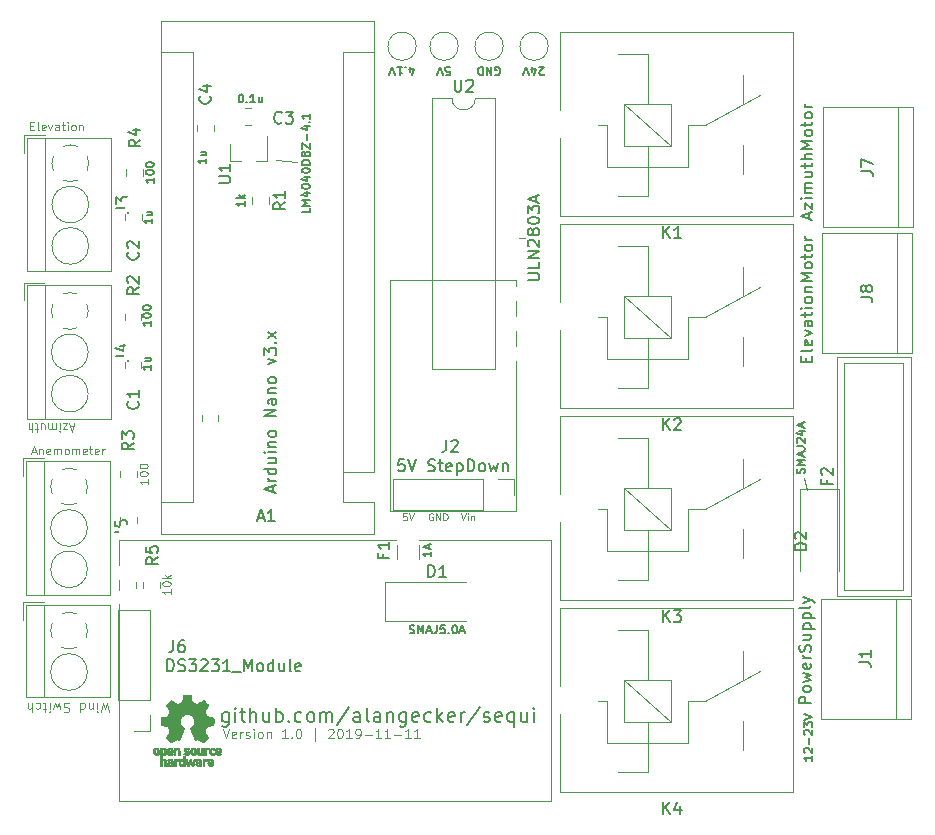
<source format=gbr>
%TF.GenerationSoftware,KiCad,Pcbnew,5.1.4*%
%TF.CreationDate,2019-11-11T17:46:08+01:00*%
%TF.ProjectId,followsun-hardware,666f6c6c-6f77-4737-956e-2d6861726477,rev?*%
%TF.SameCoordinates,Original*%
%TF.FileFunction,Legend,Top*%
%TF.FilePolarity,Positive*%
%FSLAX46Y46*%
G04 Gerber Fmt 4.6, Leading zero omitted, Abs format (unit mm)*
G04 Created by KiCad (PCBNEW 5.1.4) date 2019-11-11 17:46:08*
%MOMM*%
%LPD*%
G04 APERTURE LIST*
%ADD10C,0.100000*%
%ADD11C,0.130000*%
%ADD12C,0.120000*%
%ADD13C,0.150000*%
%ADD14C,0.010000*%
%ADD15C,2.502000*%
%ADD16R,2.502000X2.502000*%
%ADD17C,1.252000*%
%ADD18R,1.902000X3.602000*%
%ADD19R,3.602000X1.902000*%
%ADD20C,0.902000*%
%ADD21C,6.102000*%
%ADD22R,1.702000X1.702000*%
%ADD23O,1.702000X1.702000*%
%ADD24O,1.802000X1.802000*%
%ADD25R,1.802000X1.802000*%
%ADD26C,3.102000*%
%ADD27R,3.102000X3.102000*%
%ADD28C,2.102000*%
%ADD29C,1.527000*%
%ADD30O,3.902000X8.102000*%
%ADD31R,0.902000X1.002000*%
%ADD32C,2.602000*%
G04 APERTURE END LIST*
D10*
X150940547Y-96399404D02*
X151207214Y-97199404D01*
X151473880Y-96399404D01*
X152045309Y-97161309D02*
X151969119Y-97199404D01*
X151816738Y-97199404D01*
X151740547Y-97161309D01*
X151702452Y-97085119D01*
X151702452Y-96780357D01*
X151740547Y-96704166D01*
X151816738Y-96666071D01*
X151969119Y-96666071D01*
X152045309Y-96704166D01*
X152083404Y-96780357D01*
X152083404Y-96856547D01*
X151702452Y-96932738D01*
X152426261Y-97199404D02*
X152426261Y-96666071D01*
X152426261Y-96818452D02*
X152464357Y-96742261D01*
X152502452Y-96704166D01*
X152578642Y-96666071D01*
X152654833Y-96666071D01*
X152883404Y-97161309D02*
X152959595Y-97199404D01*
X153111976Y-97199404D01*
X153188166Y-97161309D01*
X153226261Y-97085119D01*
X153226261Y-97047023D01*
X153188166Y-96970833D01*
X153111976Y-96932738D01*
X152997690Y-96932738D01*
X152921500Y-96894642D01*
X152883404Y-96818452D01*
X152883404Y-96780357D01*
X152921500Y-96704166D01*
X152997690Y-96666071D01*
X153111976Y-96666071D01*
X153188166Y-96704166D01*
X153569119Y-97199404D02*
X153569119Y-96666071D01*
X153569119Y-96399404D02*
X153531023Y-96437500D01*
X153569119Y-96475595D01*
X153607214Y-96437500D01*
X153569119Y-96399404D01*
X153569119Y-96475595D01*
X154064357Y-97199404D02*
X153988166Y-97161309D01*
X153950071Y-97123214D01*
X153911976Y-97047023D01*
X153911976Y-96818452D01*
X153950071Y-96742261D01*
X153988166Y-96704166D01*
X154064357Y-96666071D01*
X154178642Y-96666071D01*
X154254833Y-96704166D01*
X154292928Y-96742261D01*
X154331023Y-96818452D01*
X154331023Y-97047023D01*
X154292928Y-97123214D01*
X154254833Y-97161309D01*
X154178642Y-97199404D01*
X154064357Y-97199404D01*
X154673880Y-96666071D02*
X154673880Y-97199404D01*
X154673880Y-96742261D02*
X154711976Y-96704166D01*
X154788166Y-96666071D01*
X154902452Y-96666071D01*
X154978642Y-96704166D01*
X155016738Y-96780357D01*
X155016738Y-97199404D01*
X156426261Y-97199404D02*
X155969119Y-97199404D01*
X156197690Y-97199404D02*
X156197690Y-96399404D01*
X156121500Y-96513690D01*
X156045309Y-96589880D01*
X155969119Y-96627976D01*
X156769119Y-97123214D02*
X156807214Y-97161309D01*
X156769119Y-97199404D01*
X156731023Y-97161309D01*
X156769119Y-97123214D01*
X156769119Y-97199404D01*
X157302452Y-96399404D02*
X157378642Y-96399404D01*
X157454833Y-96437500D01*
X157492928Y-96475595D01*
X157531023Y-96551785D01*
X157569119Y-96704166D01*
X157569119Y-96894642D01*
X157531023Y-97047023D01*
X157492928Y-97123214D01*
X157454833Y-97161309D01*
X157378642Y-97199404D01*
X157302452Y-97199404D01*
X157226261Y-97161309D01*
X157188166Y-97123214D01*
X157150071Y-97047023D01*
X157111976Y-96894642D01*
X157111976Y-96704166D01*
X157150071Y-96551785D01*
X157188166Y-96475595D01*
X157226261Y-96437500D01*
X157302452Y-96399404D01*
X158711976Y-97466071D02*
X158711976Y-96323214D01*
X159854833Y-96475595D02*
X159892928Y-96437500D01*
X159969119Y-96399404D01*
X160159595Y-96399404D01*
X160235785Y-96437500D01*
X160273880Y-96475595D01*
X160311976Y-96551785D01*
X160311976Y-96627976D01*
X160273880Y-96742261D01*
X159816738Y-97199404D01*
X160311976Y-97199404D01*
X160807214Y-96399404D02*
X160883404Y-96399404D01*
X160959595Y-96437500D01*
X160997690Y-96475595D01*
X161035785Y-96551785D01*
X161073880Y-96704166D01*
X161073880Y-96894642D01*
X161035785Y-97047023D01*
X160997690Y-97123214D01*
X160959595Y-97161309D01*
X160883404Y-97199404D01*
X160807214Y-97199404D01*
X160731023Y-97161309D01*
X160692928Y-97123214D01*
X160654833Y-97047023D01*
X160616738Y-96894642D01*
X160616738Y-96704166D01*
X160654833Y-96551785D01*
X160692928Y-96475595D01*
X160731023Y-96437500D01*
X160807214Y-96399404D01*
X161835785Y-97199404D02*
X161378642Y-97199404D01*
X161607214Y-97199404D02*
X161607214Y-96399404D01*
X161531023Y-96513690D01*
X161454833Y-96589880D01*
X161378642Y-96627976D01*
X162216738Y-97199404D02*
X162369119Y-97199404D01*
X162445309Y-97161309D01*
X162483404Y-97123214D01*
X162559595Y-97008928D01*
X162597690Y-96856547D01*
X162597690Y-96551785D01*
X162559595Y-96475595D01*
X162521500Y-96437500D01*
X162445309Y-96399404D01*
X162292928Y-96399404D01*
X162216738Y-96437500D01*
X162178642Y-96475595D01*
X162140547Y-96551785D01*
X162140547Y-96742261D01*
X162178642Y-96818452D01*
X162216738Y-96856547D01*
X162292928Y-96894642D01*
X162445309Y-96894642D01*
X162521500Y-96856547D01*
X162559595Y-96818452D01*
X162597690Y-96742261D01*
X162940547Y-96894642D02*
X163550071Y-96894642D01*
X164350071Y-97199404D02*
X163892928Y-97199404D01*
X164121500Y-97199404D02*
X164121500Y-96399404D01*
X164045309Y-96513690D01*
X163969119Y-96589880D01*
X163892928Y-96627976D01*
X165111976Y-97199404D02*
X164654833Y-97199404D01*
X164883404Y-97199404D02*
X164883404Y-96399404D01*
X164807214Y-96513690D01*
X164731023Y-96589880D01*
X164654833Y-96627976D01*
X165454833Y-96894642D02*
X166064357Y-96894642D01*
X166864357Y-97199404D02*
X166407214Y-97199404D01*
X166635785Y-97199404D02*
X166635785Y-96399404D01*
X166559595Y-96513690D01*
X166483404Y-96589880D01*
X166407214Y-96627976D01*
X167626261Y-97199404D02*
X167169119Y-97199404D01*
X167397690Y-97199404D02*
X167397690Y-96399404D01*
X167321500Y-96513690D01*
X167245309Y-96589880D01*
X167169119Y-96627976D01*
D11*
X151426857Y-95018257D02*
X151426857Y-95989685D01*
X151369714Y-96103971D01*
X151312571Y-96161114D01*
X151198285Y-96218257D01*
X151026857Y-96218257D01*
X150912571Y-96161114D01*
X151426857Y-95761114D02*
X151312571Y-95818257D01*
X151084000Y-95818257D01*
X150969714Y-95761114D01*
X150912571Y-95703971D01*
X150855428Y-95589685D01*
X150855428Y-95246828D01*
X150912571Y-95132542D01*
X150969714Y-95075400D01*
X151084000Y-95018257D01*
X151312571Y-95018257D01*
X151426857Y-95075400D01*
X151998285Y-95818257D02*
X151998285Y-95018257D01*
X151998285Y-94618257D02*
X151941142Y-94675400D01*
X151998285Y-94732542D01*
X152055428Y-94675400D01*
X151998285Y-94618257D01*
X151998285Y-94732542D01*
X152398285Y-95018257D02*
X152855428Y-95018257D01*
X152569714Y-94618257D02*
X152569714Y-95646828D01*
X152626857Y-95761114D01*
X152741142Y-95818257D01*
X152855428Y-95818257D01*
X153255428Y-95818257D02*
X153255428Y-94618257D01*
X153769714Y-95818257D02*
X153769714Y-95189685D01*
X153712571Y-95075400D01*
X153598285Y-95018257D01*
X153426857Y-95018257D01*
X153312571Y-95075400D01*
X153255428Y-95132542D01*
X154855428Y-95018257D02*
X154855428Y-95818257D01*
X154341142Y-95018257D02*
X154341142Y-95646828D01*
X154398285Y-95761114D01*
X154512571Y-95818257D01*
X154684000Y-95818257D01*
X154798285Y-95761114D01*
X154855428Y-95703971D01*
X155426857Y-95818257D02*
X155426857Y-94618257D01*
X155426857Y-95075400D02*
X155541142Y-95018257D01*
X155769714Y-95018257D01*
X155884000Y-95075400D01*
X155941142Y-95132542D01*
X155998285Y-95246828D01*
X155998285Y-95589685D01*
X155941142Y-95703971D01*
X155884000Y-95761114D01*
X155769714Y-95818257D01*
X155541142Y-95818257D01*
X155426857Y-95761114D01*
X156512571Y-95703971D02*
X156569714Y-95761114D01*
X156512571Y-95818257D01*
X156455428Y-95761114D01*
X156512571Y-95703971D01*
X156512571Y-95818257D01*
X157598285Y-95761114D02*
X157484000Y-95818257D01*
X157255428Y-95818257D01*
X157141142Y-95761114D01*
X157084000Y-95703971D01*
X157026857Y-95589685D01*
X157026857Y-95246828D01*
X157084000Y-95132542D01*
X157141142Y-95075400D01*
X157255428Y-95018257D01*
X157484000Y-95018257D01*
X157598285Y-95075400D01*
X158284000Y-95818257D02*
X158169714Y-95761114D01*
X158112571Y-95703971D01*
X158055428Y-95589685D01*
X158055428Y-95246828D01*
X158112571Y-95132542D01*
X158169714Y-95075400D01*
X158284000Y-95018257D01*
X158455428Y-95018257D01*
X158569714Y-95075400D01*
X158626857Y-95132542D01*
X158684000Y-95246828D01*
X158684000Y-95589685D01*
X158626857Y-95703971D01*
X158569714Y-95761114D01*
X158455428Y-95818257D01*
X158284000Y-95818257D01*
X159198285Y-95818257D02*
X159198285Y-95018257D01*
X159198285Y-95132542D02*
X159255428Y-95075400D01*
X159369714Y-95018257D01*
X159541142Y-95018257D01*
X159655428Y-95075400D01*
X159712571Y-95189685D01*
X159712571Y-95818257D01*
X159712571Y-95189685D02*
X159769714Y-95075400D01*
X159884000Y-95018257D01*
X160055428Y-95018257D01*
X160169714Y-95075400D01*
X160226857Y-95189685D01*
X160226857Y-95818257D01*
X161655428Y-94561114D02*
X160626857Y-96103971D01*
X162569714Y-95818257D02*
X162569714Y-95189685D01*
X162512571Y-95075400D01*
X162398285Y-95018257D01*
X162169714Y-95018257D01*
X162055428Y-95075400D01*
X162569714Y-95761114D02*
X162455428Y-95818257D01*
X162169714Y-95818257D01*
X162055428Y-95761114D01*
X161998285Y-95646828D01*
X161998285Y-95532542D01*
X162055428Y-95418257D01*
X162169714Y-95361114D01*
X162455428Y-95361114D01*
X162569714Y-95303971D01*
X163312571Y-95818257D02*
X163198285Y-95761114D01*
X163141142Y-95646828D01*
X163141142Y-94618257D01*
X164284000Y-95818257D02*
X164284000Y-95189685D01*
X164226857Y-95075400D01*
X164112571Y-95018257D01*
X163884000Y-95018257D01*
X163769714Y-95075400D01*
X164284000Y-95761114D02*
X164169714Y-95818257D01*
X163884000Y-95818257D01*
X163769714Y-95761114D01*
X163712571Y-95646828D01*
X163712571Y-95532542D01*
X163769714Y-95418257D01*
X163884000Y-95361114D01*
X164169714Y-95361114D01*
X164284000Y-95303971D01*
X164855428Y-95018257D02*
X164855428Y-95818257D01*
X164855428Y-95132542D02*
X164912571Y-95075400D01*
X165026857Y-95018257D01*
X165198285Y-95018257D01*
X165312571Y-95075400D01*
X165369714Y-95189685D01*
X165369714Y-95818257D01*
X166455428Y-95018257D02*
X166455428Y-95989685D01*
X166398285Y-96103971D01*
X166341142Y-96161114D01*
X166226857Y-96218257D01*
X166055428Y-96218257D01*
X165941142Y-96161114D01*
X166455428Y-95761114D02*
X166341142Y-95818257D01*
X166112571Y-95818257D01*
X165998285Y-95761114D01*
X165941142Y-95703971D01*
X165884000Y-95589685D01*
X165884000Y-95246828D01*
X165941142Y-95132542D01*
X165998285Y-95075400D01*
X166112571Y-95018257D01*
X166341142Y-95018257D01*
X166455428Y-95075400D01*
X167484000Y-95761114D02*
X167369714Y-95818257D01*
X167141142Y-95818257D01*
X167026857Y-95761114D01*
X166969714Y-95646828D01*
X166969714Y-95189685D01*
X167026857Y-95075400D01*
X167141142Y-95018257D01*
X167369714Y-95018257D01*
X167484000Y-95075400D01*
X167541142Y-95189685D01*
X167541142Y-95303971D01*
X166969714Y-95418257D01*
X168569714Y-95761114D02*
X168455428Y-95818257D01*
X168226857Y-95818257D01*
X168112571Y-95761114D01*
X168055428Y-95703971D01*
X167998285Y-95589685D01*
X167998285Y-95246828D01*
X168055428Y-95132542D01*
X168112571Y-95075400D01*
X168226857Y-95018257D01*
X168455428Y-95018257D01*
X168569714Y-95075400D01*
X169084000Y-95818257D02*
X169084000Y-94618257D01*
X169198285Y-95361114D02*
X169541142Y-95818257D01*
X169541142Y-95018257D02*
X169084000Y-95475400D01*
X170512571Y-95761114D02*
X170398285Y-95818257D01*
X170169714Y-95818257D01*
X170055428Y-95761114D01*
X169998285Y-95646828D01*
X169998285Y-95189685D01*
X170055428Y-95075400D01*
X170169714Y-95018257D01*
X170398285Y-95018257D01*
X170512571Y-95075400D01*
X170569714Y-95189685D01*
X170569714Y-95303971D01*
X169998285Y-95418257D01*
X171084000Y-95818257D02*
X171084000Y-95018257D01*
X171084000Y-95246828D02*
X171141142Y-95132542D01*
X171198285Y-95075400D01*
X171312571Y-95018257D01*
X171426857Y-95018257D01*
X172684000Y-94561114D02*
X171655428Y-96103971D01*
X173026857Y-95761114D02*
X173141142Y-95818257D01*
X173369714Y-95818257D01*
X173484000Y-95761114D01*
X173541142Y-95646828D01*
X173541142Y-95589685D01*
X173484000Y-95475400D01*
X173369714Y-95418257D01*
X173198285Y-95418257D01*
X173084000Y-95361114D01*
X173026857Y-95246828D01*
X173026857Y-95189685D01*
X173084000Y-95075400D01*
X173198285Y-95018257D01*
X173369714Y-95018257D01*
X173484000Y-95075400D01*
X174512571Y-95761114D02*
X174398285Y-95818257D01*
X174169714Y-95818257D01*
X174055428Y-95761114D01*
X173998285Y-95646828D01*
X173998285Y-95189685D01*
X174055428Y-95075400D01*
X174169714Y-95018257D01*
X174398285Y-95018257D01*
X174512571Y-95075400D01*
X174569714Y-95189685D01*
X174569714Y-95303971D01*
X173998285Y-95418257D01*
X175598285Y-95018257D02*
X175598285Y-96218257D01*
X175598285Y-95761114D02*
X175484000Y-95818257D01*
X175255428Y-95818257D01*
X175141142Y-95761114D01*
X175084000Y-95703971D01*
X175026857Y-95589685D01*
X175026857Y-95246828D01*
X175084000Y-95132542D01*
X175141142Y-95075400D01*
X175255428Y-95018257D01*
X175484000Y-95018257D01*
X175598285Y-95075400D01*
X176684000Y-95018257D02*
X176684000Y-95818257D01*
X176169714Y-95018257D02*
X176169714Y-95646828D01*
X176226857Y-95761114D01*
X176341142Y-95818257D01*
X176512571Y-95818257D01*
X176626857Y-95761114D01*
X176684000Y-95703971D01*
X177255428Y-95818257D02*
X177255428Y-95018257D01*
X177255428Y-94618257D02*
X177198285Y-94675400D01*
X177255428Y-94732542D01*
X177312571Y-94675400D01*
X177255428Y-94618257D01*
X177255428Y-94732542D01*
D10*
X171089714Y-78157428D02*
X171289714Y-78757428D01*
X171489714Y-78157428D01*
X171689714Y-78757428D02*
X171689714Y-78357428D01*
X171689714Y-78157428D02*
X171661142Y-78186000D01*
X171689714Y-78214571D01*
X171718285Y-78186000D01*
X171689714Y-78157428D01*
X171689714Y-78214571D01*
X171975428Y-78357428D02*
X171975428Y-78757428D01*
X171975428Y-78414571D02*
X172004000Y-78386000D01*
X172061142Y-78357428D01*
X172146857Y-78357428D01*
X172204000Y-78386000D01*
X172232571Y-78443142D01*
X172232571Y-78757428D01*
X166509714Y-78157428D02*
X166224000Y-78157428D01*
X166195428Y-78443142D01*
X166224000Y-78414571D01*
X166281142Y-78386000D01*
X166424000Y-78386000D01*
X166481142Y-78414571D01*
X166509714Y-78443142D01*
X166538285Y-78500285D01*
X166538285Y-78643142D01*
X166509714Y-78700285D01*
X166481142Y-78728857D01*
X166424000Y-78757428D01*
X166281142Y-78757428D01*
X166224000Y-78728857D01*
X166195428Y-78700285D01*
X166709714Y-78157428D02*
X166909714Y-78757428D01*
X167109714Y-78157428D01*
X168706857Y-78186000D02*
X168649714Y-78157428D01*
X168564000Y-78157428D01*
X168478285Y-78186000D01*
X168421142Y-78243142D01*
X168392571Y-78300285D01*
X168364000Y-78414571D01*
X168364000Y-78500285D01*
X168392571Y-78614571D01*
X168421142Y-78671714D01*
X168478285Y-78728857D01*
X168564000Y-78757428D01*
X168621142Y-78757428D01*
X168706857Y-78728857D01*
X168735428Y-78700285D01*
X168735428Y-78500285D01*
X168621142Y-78500285D01*
X168992571Y-78757428D02*
X168992571Y-78157428D01*
X169335428Y-78757428D01*
X169335428Y-78157428D01*
X169621142Y-78757428D02*
X169621142Y-78157428D01*
X169764000Y-78157428D01*
X169849714Y-78186000D01*
X169906857Y-78243142D01*
X169935428Y-78300285D01*
X169964000Y-78414571D01*
X169964000Y-78500285D01*
X169935428Y-78614571D01*
X169906857Y-78671714D01*
X169849714Y-78728857D01*
X169764000Y-78757428D01*
X169621142Y-78757428D01*
X141306114Y-94976895D02*
X141115638Y-94176895D01*
X140963257Y-94748323D01*
X140810876Y-94176895D01*
X140620400Y-94976895D01*
X140315638Y-94176895D02*
X140315638Y-94710228D01*
X140315638Y-94976895D02*
X140353733Y-94938800D01*
X140315638Y-94900704D01*
X140277542Y-94938800D01*
X140315638Y-94976895D01*
X140315638Y-94900704D01*
X139934685Y-94710228D02*
X139934685Y-94176895D01*
X139934685Y-94634038D02*
X139896590Y-94672133D01*
X139820400Y-94710228D01*
X139706114Y-94710228D01*
X139629923Y-94672133D01*
X139591828Y-94595942D01*
X139591828Y-94176895D01*
X138868019Y-94176895D02*
X138868019Y-94976895D01*
X138868019Y-94214990D02*
X138944209Y-94176895D01*
X139096590Y-94176895D01*
X139172780Y-94214990D01*
X139210876Y-94253085D01*
X139248971Y-94329276D01*
X139248971Y-94557847D01*
X139210876Y-94634038D01*
X139172780Y-94672133D01*
X139096590Y-94710228D01*
X138944209Y-94710228D01*
X138868019Y-94672133D01*
X137915638Y-94214990D02*
X137801352Y-94176895D01*
X137610876Y-94176895D01*
X137534685Y-94214990D01*
X137496590Y-94253085D01*
X137458495Y-94329276D01*
X137458495Y-94405466D01*
X137496590Y-94481657D01*
X137534685Y-94519752D01*
X137610876Y-94557847D01*
X137763257Y-94595942D01*
X137839447Y-94634038D01*
X137877542Y-94672133D01*
X137915638Y-94748323D01*
X137915638Y-94824514D01*
X137877542Y-94900704D01*
X137839447Y-94938800D01*
X137763257Y-94976895D01*
X137572780Y-94976895D01*
X137458495Y-94938800D01*
X137191828Y-94710228D02*
X137039447Y-94176895D01*
X136887066Y-94557847D01*
X136734685Y-94176895D01*
X136582304Y-94710228D01*
X136277542Y-94176895D02*
X136277542Y-94710228D01*
X136277542Y-94976895D02*
X136315638Y-94938800D01*
X136277542Y-94900704D01*
X136239447Y-94938800D01*
X136277542Y-94976895D01*
X136277542Y-94900704D01*
X136010876Y-94710228D02*
X135706114Y-94710228D01*
X135896590Y-94976895D02*
X135896590Y-94291180D01*
X135858495Y-94214990D01*
X135782304Y-94176895D01*
X135706114Y-94176895D01*
X135096590Y-94214990D02*
X135172780Y-94176895D01*
X135325161Y-94176895D01*
X135401352Y-94214990D01*
X135439447Y-94253085D01*
X135477542Y-94329276D01*
X135477542Y-94557847D01*
X135439447Y-94634038D01*
X135401352Y-94672133D01*
X135325161Y-94710228D01*
X135172780Y-94710228D01*
X135096590Y-94672133D01*
X134753733Y-94176895D02*
X134753733Y-94976895D01*
X134410876Y-94176895D02*
X134410876Y-94595942D01*
X134448971Y-94672133D01*
X134525161Y-94710228D01*
X134639447Y-94710228D01*
X134715638Y-94672133D01*
X134753733Y-94634038D01*
X134770400Y-72963866D02*
X135103733Y-72963866D01*
X134703733Y-73163866D02*
X134937066Y-72463866D01*
X135170400Y-73163866D01*
X135403733Y-72697200D02*
X135403733Y-73163866D01*
X135403733Y-72763866D02*
X135437066Y-72730533D01*
X135503733Y-72697200D01*
X135603733Y-72697200D01*
X135670400Y-72730533D01*
X135703733Y-72797200D01*
X135703733Y-73163866D01*
X136303733Y-73130533D02*
X136237066Y-73163866D01*
X136103733Y-73163866D01*
X136037066Y-73130533D01*
X136003733Y-73063866D01*
X136003733Y-72797200D01*
X136037066Y-72730533D01*
X136103733Y-72697200D01*
X136237066Y-72697200D01*
X136303733Y-72730533D01*
X136337066Y-72797200D01*
X136337066Y-72863866D01*
X136003733Y-72930533D01*
X136637066Y-73163866D02*
X136637066Y-72697200D01*
X136637066Y-72763866D02*
X136670400Y-72730533D01*
X136737066Y-72697200D01*
X136837066Y-72697200D01*
X136903733Y-72730533D01*
X136937066Y-72797200D01*
X136937066Y-73163866D01*
X136937066Y-72797200D02*
X136970400Y-72730533D01*
X137037066Y-72697200D01*
X137137066Y-72697200D01*
X137203733Y-72730533D01*
X137237066Y-72797200D01*
X137237066Y-73163866D01*
X137670400Y-73163866D02*
X137603733Y-73130533D01*
X137570400Y-73097200D01*
X137537066Y-73030533D01*
X137537066Y-72830533D01*
X137570400Y-72763866D01*
X137603733Y-72730533D01*
X137670400Y-72697200D01*
X137770400Y-72697200D01*
X137837066Y-72730533D01*
X137870400Y-72763866D01*
X137903733Y-72830533D01*
X137903733Y-73030533D01*
X137870400Y-73097200D01*
X137837066Y-73130533D01*
X137770400Y-73163866D01*
X137670400Y-73163866D01*
X138203733Y-73163866D02*
X138203733Y-72697200D01*
X138203733Y-72763866D02*
X138237066Y-72730533D01*
X138303733Y-72697200D01*
X138403733Y-72697200D01*
X138470400Y-72730533D01*
X138503733Y-72797200D01*
X138503733Y-73163866D01*
X138503733Y-72797200D02*
X138537066Y-72730533D01*
X138603733Y-72697200D01*
X138703733Y-72697200D01*
X138770400Y-72730533D01*
X138803733Y-72797200D01*
X138803733Y-73163866D01*
X139403733Y-73130533D02*
X139337066Y-73163866D01*
X139203733Y-73163866D01*
X139137066Y-73130533D01*
X139103733Y-73063866D01*
X139103733Y-72797200D01*
X139137066Y-72730533D01*
X139203733Y-72697200D01*
X139337066Y-72697200D01*
X139403733Y-72730533D01*
X139437066Y-72797200D01*
X139437066Y-72863866D01*
X139103733Y-72930533D01*
X139637066Y-72697200D02*
X139903733Y-72697200D01*
X139737066Y-72463866D02*
X139737066Y-73063866D01*
X139770400Y-73130533D01*
X139837066Y-73163866D01*
X139903733Y-73163866D01*
X140403733Y-73130533D02*
X140337066Y-73163866D01*
X140203733Y-73163866D01*
X140137066Y-73130533D01*
X140103733Y-73063866D01*
X140103733Y-72797200D01*
X140137066Y-72730533D01*
X140203733Y-72697200D01*
X140337066Y-72697200D01*
X140403733Y-72730533D01*
X140437066Y-72797200D01*
X140437066Y-72863866D01*
X140103733Y-72930533D01*
X140737066Y-73163866D02*
X140737066Y-72697200D01*
X140737066Y-72830533D02*
X140770400Y-72763866D01*
X140803733Y-72730533D01*
X140870400Y-72697200D01*
X140937066Y-72697200D01*
X134638533Y-45365200D02*
X134871866Y-45365200D01*
X134971866Y-45731866D02*
X134638533Y-45731866D01*
X134638533Y-45031866D01*
X134971866Y-45031866D01*
X135371866Y-45731866D02*
X135305200Y-45698533D01*
X135271866Y-45631866D01*
X135271866Y-45031866D01*
X135905200Y-45698533D02*
X135838533Y-45731866D01*
X135705200Y-45731866D01*
X135638533Y-45698533D01*
X135605200Y-45631866D01*
X135605200Y-45365200D01*
X135638533Y-45298533D01*
X135705200Y-45265200D01*
X135838533Y-45265200D01*
X135905200Y-45298533D01*
X135938533Y-45365200D01*
X135938533Y-45431866D01*
X135605200Y-45498533D01*
X136171866Y-45265200D02*
X136338533Y-45731866D01*
X136505200Y-45265200D01*
X137071866Y-45731866D02*
X137071866Y-45365200D01*
X137038533Y-45298533D01*
X136971866Y-45265200D01*
X136838533Y-45265200D01*
X136771866Y-45298533D01*
X137071866Y-45698533D02*
X137005200Y-45731866D01*
X136838533Y-45731866D01*
X136771866Y-45698533D01*
X136738533Y-45631866D01*
X136738533Y-45565200D01*
X136771866Y-45498533D01*
X136838533Y-45465200D01*
X137005200Y-45465200D01*
X137071866Y-45431866D01*
X137305200Y-45265200D02*
X137571866Y-45265200D01*
X137405200Y-45031866D02*
X137405200Y-45631866D01*
X137438533Y-45698533D01*
X137505200Y-45731866D01*
X137571866Y-45731866D01*
X137805200Y-45731866D02*
X137805200Y-45265200D01*
X137805200Y-45031866D02*
X137771866Y-45065200D01*
X137805200Y-45098533D01*
X137838533Y-45065200D01*
X137805200Y-45031866D01*
X137805200Y-45098533D01*
X138238533Y-45731866D02*
X138171866Y-45698533D01*
X138138533Y-45665200D01*
X138105200Y-45598533D01*
X138105200Y-45398533D01*
X138138533Y-45331866D01*
X138171866Y-45298533D01*
X138238533Y-45265200D01*
X138338533Y-45265200D01*
X138405200Y-45298533D01*
X138438533Y-45331866D01*
X138471866Y-45398533D01*
X138471866Y-45598533D01*
X138438533Y-45665200D01*
X138405200Y-45698533D01*
X138338533Y-45731866D01*
X138238533Y-45731866D01*
X138771866Y-45265200D02*
X138771866Y-45731866D01*
X138771866Y-45331866D02*
X138805200Y-45298533D01*
X138871866Y-45265200D01*
X138971866Y-45265200D01*
X139038533Y-45298533D01*
X139071866Y-45365200D01*
X139071866Y-45731866D01*
X138314666Y-70749333D02*
X137981333Y-70749333D01*
X138381333Y-70549333D02*
X138148000Y-71249333D01*
X137914666Y-70549333D01*
X137748000Y-71016000D02*
X137381333Y-71016000D01*
X137748000Y-70549333D01*
X137381333Y-70549333D01*
X137114666Y-70549333D02*
X137114666Y-71016000D01*
X137114666Y-71249333D02*
X137148000Y-71216000D01*
X137114666Y-71182666D01*
X137081333Y-71216000D01*
X137114666Y-71249333D01*
X137114666Y-71182666D01*
X136781333Y-70549333D02*
X136781333Y-71016000D01*
X136781333Y-70949333D02*
X136748000Y-70982666D01*
X136681333Y-71016000D01*
X136581333Y-71016000D01*
X136514666Y-70982666D01*
X136481333Y-70916000D01*
X136481333Y-70549333D01*
X136481333Y-70916000D02*
X136448000Y-70982666D01*
X136381333Y-71016000D01*
X136281333Y-71016000D01*
X136214666Y-70982666D01*
X136181333Y-70916000D01*
X136181333Y-70549333D01*
X135548000Y-71016000D02*
X135548000Y-70549333D01*
X135848000Y-71016000D02*
X135848000Y-70649333D01*
X135814666Y-70582666D01*
X135748000Y-70549333D01*
X135648000Y-70549333D01*
X135581333Y-70582666D01*
X135548000Y-70616000D01*
X135314666Y-71016000D02*
X135048000Y-71016000D01*
X135214666Y-71249333D02*
X135214666Y-70649333D01*
X135181333Y-70582666D01*
X135114666Y-70549333D01*
X135048000Y-70549333D01*
X134814666Y-70549333D02*
X134814666Y-71249333D01*
X134514666Y-70549333D02*
X134514666Y-70916000D01*
X134548000Y-70982666D01*
X134614666Y-71016000D01*
X134714666Y-71016000D01*
X134781333Y-70982666D01*
X134814666Y-70949333D01*
D12*
X155448000Y-48260000D02*
X157226000Y-48387000D01*
X200152000Y-75184000D02*
X200406000Y-76200000D01*
X176530000Y-54864000D02*
X176022000Y-54864000D01*
D13*
X200849666Y-98688333D02*
X200849666Y-99088333D01*
X200849666Y-98888333D02*
X200149666Y-98888333D01*
X200249666Y-98955000D01*
X200316333Y-99021666D01*
X200349666Y-99088333D01*
X200216333Y-98421666D02*
X200183000Y-98388333D01*
X200149666Y-98321666D01*
X200149666Y-98155000D01*
X200183000Y-98088333D01*
X200216333Y-98055000D01*
X200283000Y-98021666D01*
X200349666Y-98021666D01*
X200449666Y-98055000D01*
X200849666Y-98455000D01*
X200849666Y-98021666D01*
X200583000Y-97721666D02*
X200583000Y-97188333D01*
X200216333Y-96888333D02*
X200183000Y-96855000D01*
X200149666Y-96788333D01*
X200149666Y-96621666D01*
X200183000Y-96555000D01*
X200216333Y-96521666D01*
X200283000Y-96488333D01*
X200349666Y-96488333D01*
X200449666Y-96521666D01*
X200849666Y-96921666D01*
X200849666Y-96488333D01*
X200149666Y-96255000D02*
X200149666Y-95821666D01*
X200416333Y-96055000D01*
X200416333Y-95955000D01*
X200449666Y-95888333D01*
X200483000Y-95855000D01*
X200549666Y-95821666D01*
X200716333Y-95821666D01*
X200783000Y-95855000D01*
X200816333Y-95888333D01*
X200849666Y-95955000D01*
X200849666Y-96155000D01*
X200816333Y-96221666D01*
X200783000Y-96255000D01*
X200149666Y-95621666D02*
X200849666Y-95388333D01*
X200149666Y-95155000D01*
D14*
G36*
X148281164Y-93835418D02*
G01*
X148338012Y-94136970D01*
X148757538Y-94309912D01*
X149009184Y-94138795D01*
X149079658Y-94091150D01*
X149143363Y-94048610D01*
X149197326Y-94013115D01*
X149238573Y-93986610D01*
X149264134Y-93971036D01*
X149271095Y-93967678D01*
X149283635Y-93976314D01*
X149310431Y-94000192D01*
X149348480Y-94036259D01*
X149394779Y-94081467D01*
X149446323Y-94132764D01*
X149500109Y-94187101D01*
X149553135Y-94241428D01*
X149602395Y-94292695D01*
X149644887Y-94337851D01*
X149677607Y-94373846D01*
X149697551Y-94397630D01*
X149702319Y-94405590D01*
X149695457Y-94420265D01*
X149676220Y-94452414D01*
X149646630Y-94498892D01*
X149608710Y-94556556D01*
X149564482Y-94622260D01*
X149538854Y-94659736D01*
X149492141Y-94728168D01*
X149450632Y-94789920D01*
X149416340Y-94841919D01*
X149391280Y-94881092D01*
X149377464Y-94904365D01*
X149375388Y-94909255D01*
X149380095Y-94923155D01*
X149392923Y-94955550D01*
X149411938Y-95001885D01*
X149435203Y-95057606D01*
X149460784Y-95118158D01*
X149486745Y-95178986D01*
X149511150Y-95235536D01*
X149532063Y-95283252D01*
X149547549Y-95317581D01*
X149555672Y-95333968D01*
X149556152Y-95334612D01*
X149568907Y-95337741D01*
X149602877Y-95344721D01*
X149654540Y-95354867D01*
X149720376Y-95367492D01*
X149796864Y-95381909D01*
X149841490Y-95390223D01*
X149923221Y-95405784D01*
X149997043Y-95420592D01*
X150059221Y-95433836D01*
X150106022Y-95444705D01*
X150133709Y-95452389D01*
X150139274Y-95454827D01*
X150144726Y-95471330D01*
X150149124Y-95508600D01*
X150152472Y-95562280D01*
X150154774Y-95628012D01*
X150156032Y-95701437D01*
X150156248Y-95778196D01*
X150155427Y-95853932D01*
X150153571Y-95924286D01*
X150150682Y-95984900D01*
X150146765Y-96031416D01*
X150141822Y-96059475D01*
X150138857Y-96065316D01*
X150121134Y-96072317D01*
X150083581Y-96082327D01*
X150031164Y-96094169D01*
X149968852Y-96106667D01*
X149947100Y-96110710D01*
X149842224Y-96129920D01*
X149759380Y-96145391D01*
X149695830Y-96157737D01*
X149648837Y-96167573D01*
X149615663Y-96175514D01*
X149593571Y-96182176D01*
X149579824Y-96188173D01*
X149571684Y-96194119D01*
X149570545Y-96195294D01*
X149559177Y-96214226D01*
X149541835Y-96251069D01*
X149520250Y-96301313D01*
X149496154Y-96360446D01*
X149471279Y-96423956D01*
X149447357Y-96487332D01*
X149426119Y-96546062D01*
X149409297Y-96595635D01*
X149398622Y-96631539D01*
X149395827Y-96649262D01*
X149396060Y-96649883D01*
X149405531Y-96664370D01*
X149427018Y-96696244D01*
X149458263Y-96742189D01*
X149497007Y-96798885D01*
X149540993Y-96863017D01*
X149553519Y-96881242D01*
X149598184Y-96947314D01*
X149637488Y-97007600D01*
X149669288Y-97058635D01*
X149691445Y-97096960D01*
X149701817Y-97119111D01*
X149702319Y-97121832D01*
X149693605Y-97136136D01*
X149669525Y-97164472D01*
X149633176Y-97203796D01*
X149587653Y-97251061D01*
X149536052Y-97303223D01*
X149481467Y-97357235D01*
X149426994Y-97410053D01*
X149375729Y-97458631D01*
X149330767Y-97499923D01*
X149295204Y-97530885D01*
X149272135Y-97548470D01*
X149265754Y-97551341D01*
X149250899Y-97544578D01*
X149220486Y-97526339D01*
X149179468Y-97499697D01*
X149147909Y-97478252D01*
X149090725Y-97438903D01*
X149023006Y-97392571D01*
X148955080Y-97346313D01*
X148918561Y-97321555D01*
X148794952Y-97237947D01*
X148691191Y-97294050D01*
X148643920Y-97318628D01*
X148603723Y-97337731D01*
X148576526Y-97348627D01*
X148569602Y-97350143D01*
X148561277Y-97338949D01*
X148544854Y-97307317D01*
X148521557Y-97258165D01*
X148492614Y-97194410D01*
X148459250Y-97118971D01*
X148422691Y-97034764D01*
X148384164Y-96944708D01*
X148344894Y-96851721D01*
X148306108Y-96758720D01*
X148269030Y-96668623D01*
X148234889Y-96584348D01*
X148204908Y-96508813D01*
X148180316Y-96444934D01*
X148162336Y-96395631D01*
X148152197Y-96363821D01*
X148150566Y-96352896D01*
X148163491Y-96338961D01*
X148191789Y-96316340D01*
X148229546Y-96289733D01*
X148232715Y-96287628D01*
X148330300Y-96209514D01*
X148408986Y-96118382D01*
X148468091Y-96017145D01*
X148506932Y-95908718D01*
X148524828Y-95796014D01*
X148521097Y-95681948D01*
X148495057Y-95569434D01*
X148446025Y-95461385D01*
X148431600Y-95437745D01*
X148356569Y-95342287D01*
X148267930Y-95265632D01*
X148168749Y-95208180D01*
X148062095Y-95170329D01*
X147951036Y-95152478D01*
X147838639Y-95155025D01*
X147727973Y-95178370D01*
X147622106Y-95222910D01*
X147524105Y-95289045D01*
X147493790Y-95315887D01*
X147416638Y-95399912D01*
X147360418Y-95488366D01*
X147321853Y-95587515D01*
X147300374Y-95685703D01*
X147295072Y-95796097D01*
X147312752Y-95907040D01*
X147351619Y-96014781D01*
X147409877Y-96115569D01*
X147485731Y-96205656D01*
X147577383Y-96281292D01*
X147589428Y-96289264D01*
X147627589Y-96315374D01*
X147656599Y-96337995D01*
X147670468Y-96352439D01*
X147670669Y-96352896D01*
X147667692Y-96368521D01*
X147655889Y-96403982D01*
X147636486Y-96456362D01*
X147610712Y-96522745D01*
X147579791Y-96600214D01*
X147544951Y-96685850D01*
X147507417Y-96776737D01*
X147468417Y-96869959D01*
X147429177Y-96962597D01*
X147390924Y-97051735D01*
X147354883Y-97134455D01*
X147322283Y-97207841D01*
X147294348Y-97268975D01*
X147272305Y-97314941D01*
X147257382Y-97342821D01*
X147251372Y-97350143D01*
X147233009Y-97344441D01*
X147198648Y-97329149D01*
X147154216Y-97306999D01*
X147129783Y-97294050D01*
X147026022Y-97237947D01*
X146902413Y-97321555D01*
X146839314Y-97364387D01*
X146770230Y-97411522D01*
X146705493Y-97455903D01*
X146673066Y-97478252D01*
X146627459Y-97508877D01*
X146588840Y-97533147D01*
X146562248Y-97547987D01*
X146553610Y-97551124D01*
X146541039Y-97542661D01*
X146513216Y-97519036D01*
X146472839Y-97482702D01*
X146422605Y-97436111D01*
X146365212Y-97381717D01*
X146328914Y-97346792D01*
X146265410Y-97284396D01*
X146210527Y-97228588D01*
X146166486Y-97181754D01*
X146135505Y-97146282D01*
X146119802Y-97124561D01*
X146118295Y-97120152D01*
X146125286Y-97103385D01*
X146144606Y-97069482D01*
X146174109Y-97021876D01*
X146211655Y-96963999D01*
X146255100Y-96899284D01*
X146267455Y-96881242D01*
X146312473Y-96815667D01*
X146352860Y-96756628D01*
X146386360Y-96707442D01*
X146410714Y-96671428D01*
X146423664Y-96651902D01*
X146424915Y-96649883D01*
X146423044Y-96634322D01*
X146413113Y-96600109D01*
X146396853Y-96551755D01*
X146375995Y-96493771D01*
X146352273Y-96430670D01*
X146327416Y-96366963D01*
X146303158Y-96307161D01*
X146281229Y-96255776D01*
X146263362Y-96217319D01*
X146251287Y-96196302D01*
X146250429Y-96195294D01*
X146243046Y-96189288D01*
X146230575Y-96183348D01*
X146210280Y-96176860D01*
X146179422Y-96169209D01*
X146135266Y-96159780D01*
X146075074Y-96147959D01*
X145996107Y-96133129D01*
X145895630Y-96114677D01*
X145873875Y-96110710D01*
X145809398Y-96098253D01*
X145753189Y-96086066D01*
X145710213Y-96075326D01*
X145685440Y-96067209D01*
X145682118Y-96065316D01*
X145676644Y-96048538D01*
X145672194Y-96011045D01*
X145668772Y-95957194D01*
X145666381Y-95891344D01*
X145665023Y-95817853D01*
X145664701Y-95741080D01*
X145665419Y-95665383D01*
X145667179Y-95595120D01*
X145669984Y-95534650D01*
X145673838Y-95488330D01*
X145678743Y-95460519D01*
X145681700Y-95454827D01*
X145698163Y-95449086D01*
X145735649Y-95439745D01*
X145790425Y-95427615D01*
X145858755Y-95413507D01*
X145936906Y-95398230D01*
X145979484Y-95390223D01*
X146060271Y-95375121D01*
X146132313Y-95361440D01*
X146192089Y-95349867D01*
X146236079Y-95341087D01*
X146260761Y-95335787D01*
X146264823Y-95334612D01*
X146271689Y-95321365D01*
X146286202Y-95289457D01*
X146306429Y-95243447D01*
X146330434Y-95187892D01*
X146356282Y-95127353D01*
X146382040Y-95066386D01*
X146405773Y-95009551D01*
X146425546Y-94961406D01*
X146439424Y-94926510D01*
X146445474Y-94909421D01*
X146445586Y-94908674D01*
X146438728Y-94895193D01*
X146419502Y-94864170D01*
X146389928Y-94818689D01*
X146352027Y-94761832D01*
X146307820Y-94696683D01*
X146282121Y-94659262D01*
X146235293Y-94590647D01*
X146193701Y-94528352D01*
X146159375Y-94475529D01*
X146134343Y-94435327D01*
X146120635Y-94410900D01*
X146118656Y-94405424D01*
X146127166Y-94392678D01*
X146150693Y-94365463D01*
X146186232Y-94326828D01*
X146230777Y-94279823D01*
X146281323Y-94227495D01*
X146334864Y-94172895D01*
X146388395Y-94119070D01*
X146438911Y-94069070D01*
X146483406Y-94025943D01*
X146518875Y-93992739D01*
X146542313Y-93972506D01*
X146550154Y-93967678D01*
X146562920Y-93974467D01*
X146593456Y-93993542D01*
X146638790Y-94022961D01*
X146695956Y-94060781D01*
X146761984Y-94105061D01*
X146811790Y-94138795D01*
X147063436Y-94309912D01*
X147273199Y-94223441D01*
X147482963Y-94136970D01*
X147539811Y-93835418D01*
X147596660Y-93533866D01*
X148224315Y-93533866D01*
X148281164Y-93835418D01*
X148281164Y-93835418D01*
G37*
X148281164Y-93835418D02*
X148338012Y-94136970D01*
X148757538Y-94309912D01*
X149009184Y-94138795D01*
X149079658Y-94091150D01*
X149143363Y-94048610D01*
X149197326Y-94013115D01*
X149238573Y-93986610D01*
X149264134Y-93971036D01*
X149271095Y-93967678D01*
X149283635Y-93976314D01*
X149310431Y-94000192D01*
X149348480Y-94036259D01*
X149394779Y-94081467D01*
X149446323Y-94132764D01*
X149500109Y-94187101D01*
X149553135Y-94241428D01*
X149602395Y-94292695D01*
X149644887Y-94337851D01*
X149677607Y-94373846D01*
X149697551Y-94397630D01*
X149702319Y-94405590D01*
X149695457Y-94420265D01*
X149676220Y-94452414D01*
X149646630Y-94498892D01*
X149608710Y-94556556D01*
X149564482Y-94622260D01*
X149538854Y-94659736D01*
X149492141Y-94728168D01*
X149450632Y-94789920D01*
X149416340Y-94841919D01*
X149391280Y-94881092D01*
X149377464Y-94904365D01*
X149375388Y-94909255D01*
X149380095Y-94923155D01*
X149392923Y-94955550D01*
X149411938Y-95001885D01*
X149435203Y-95057606D01*
X149460784Y-95118158D01*
X149486745Y-95178986D01*
X149511150Y-95235536D01*
X149532063Y-95283252D01*
X149547549Y-95317581D01*
X149555672Y-95333968D01*
X149556152Y-95334612D01*
X149568907Y-95337741D01*
X149602877Y-95344721D01*
X149654540Y-95354867D01*
X149720376Y-95367492D01*
X149796864Y-95381909D01*
X149841490Y-95390223D01*
X149923221Y-95405784D01*
X149997043Y-95420592D01*
X150059221Y-95433836D01*
X150106022Y-95444705D01*
X150133709Y-95452389D01*
X150139274Y-95454827D01*
X150144726Y-95471330D01*
X150149124Y-95508600D01*
X150152472Y-95562280D01*
X150154774Y-95628012D01*
X150156032Y-95701437D01*
X150156248Y-95778196D01*
X150155427Y-95853932D01*
X150153571Y-95924286D01*
X150150682Y-95984900D01*
X150146765Y-96031416D01*
X150141822Y-96059475D01*
X150138857Y-96065316D01*
X150121134Y-96072317D01*
X150083581Y-96082327D01*
X150031164Y-96094169D01*
X149968852Y-96106667D01*
X149947100Y-96110710D01*
X149842224Y-96129920D01*
X149759380Y-96145391D01*
X149695830Y-96157737D01*
X149648837Y-96167573D01*
X149615663Y-96175514D01*
X149593571Y-96182176D01*
X149579824Y-96188173D01*
X149571684Y-96194119D01*
X149570545Y-96195294D01*
X149559177Y-96214226D01*
X149541835Y-96251069D01*
X149520250Y-96301313D01*
X149496154Y-96360446D01*
X149471279Y-96423956D01*
X149447357Y-96487332D01*
X149426119Y-96546062D01*
X149409297Y-96595635D01*
X149398622Y-96631539D01*
X149395827Y-96649262D01*
X149396060Y-96649883D01*
X149405531Y-96664370D01*
X149427018Y-96696244D01*
X149458263Y-96742189D01*
X149497007Y-96798885D01*
X149540993Y-96863017D01*
X149553519Y-96881242D01*
X149598184Y-96947314D01*
X149637488Y-97007600D01*
X149669288Y-97058635D01*
X149691445Y-97096960D01*
X149701817Y-97119111D01*
X149702319Y-97121832D01*
X149693605Y-97136136D01*
X149669525Y-97164472D01*
X149633176Y-97203796D01*
X149587653Y-97251061D01*
X149536052Y-97303223D01*
X149481467Y-97357235D01*
X149426994Y-97410053D01*
X149375729Y-97458631D01*
X149330767Y-97499923D01*
X149295204Y-97530885D01*
X149272135Y-97548470D01*
X149265754Y-97551341D01*
X149250899Y-97544578D01*
X149220486Y-97526339D01*
X149179468Y-97499697D01*
X149147909Y-97478252D01*
X149090725Y-97438903D01*
X149023006Y-97392571D01*
X148955080Y-97346313D01*
X148918561Y-97321555D01*
X148794952Y-97237947D01*
X148691191Y-97294050D01*
X148643920Y-97318628D01*
X148603723Y-97337731D01*
X148576526Y-97348627D01*
X148569602Y-97350143D01*
X148561277Y-97338949D01*
X148544854Y-97307317D01*
X148521557Y-97258165D01*
X148492614Y-97194410D01*
X148459250Y-97118971D01*
X148422691Y-97034764D01*
X148384164Y-96944708D01*
X148344894Y-96851721D01*
X148306108Y-96758720D01*
X148269030Y-96668623D01*
X148234889Y-96584348D01*
X148204908Y-96508813D01*
X148180316Y-96444934D01*
X148162336Y-96395631D01*
X148152197Y-96363821D01*
X148150566Y-96352896D01*
X148163491Y-96338961D01*
X148191789Y-96316340D01*
X148229546Y-96289733D01*
X148232715Y-96287628D01*
X148330300Y-96209514D01*
X148408986Y-96118382D01*
X148468091Y-96017145D01*
X148506932Y-95908718D01*
X148524828Y-95796014D01*
X148521097Y-95681948D01*
X148495057Y-95569434D01*
X148446025Y-95461385D01*
X148431600Y-95437745D01*
X148356569Y-95342287D01*
X148267930Y-95265632D01*
X148168749Y-95208180D01*
X148062095Y-95170329D01*
X147951036Y-95152478D01*
X147838639Y-95155025D01*
X147727973Y-95178370D01*
X147622106Y-95222910D01*
X147524105Y-95289045D01*
X147493790Y-95315887D01*
X147416638Y-95399912D01*
X147360418Y-95488366D01*
X147321853Y-95587515D01*
X147300374Y-95685703D01*
X147295072Y-95796097D01*
X147312752Y-95907040D01*
X147351619Y-96014781D01*
X147409877Y-96115569D01*
X147485731Y-96205656D01*
X147577383Y-96281292D01*
X147589428Y-96289264D01*
X147627589Y-96315374D01*
X147656599Y-96337995D01*
X147670468Y-96352439D01*
X147670669Y-96352896D01*
X147667692Y-96368521D01*
X147655889Y-96403982D01*
X147636486Y-96456362D01*
X147610712Y-96522745D01*
X147579791Y-96600214D01*
X147544951Y-96685850D01*
X147507417Y-96776737D01*
X147468417Y-96869959D01*
X147429177Y-96962597D01*
X147390924Y-97051735D01*
X147354883Y-97134455D01*
X147322283Y-97207841D01*
X147294348Y-97268975D01*
X147272305Y-97314941D01*
X147257382Y-97342821D01*
X147251372Y-97350143D01*
X147233009Y-97344441D01*
X147198648Y-97329149D01*
X147154216Y-97306999D01*
X147129783Y-97294050D01*
X147026022Y-97237947D01*
X146902413Y-97321555D01*
X146839314Y-97364387D01*
X146770230Y-97411522D01*
X146705493Y-97455903D01*
X146673066Y-97478252D01*
X146627459Y-97508877D01*
X146588840Y-97533147D01*
X146562248Y-97547987D01*
X146553610Y-97551124D01*
X146541039Y-97542661D01*
X146513216Y-97519036D01*
X146472839Y-97482702D01*
X146422605Y-97436111D01*
X146365212Y-97381717D01*
X146328914Y-97346792D01*
X146265410Y-97284396D01*
X146210527Y-97228588D01*
X146166486Y-97181754D01*
X146135505Y-97146282D01*
X146119802Y-97124561D01*
X146118295Y-97120152D01*
X146125286Y-97103385D01*
X146144606Y-97069482D01*
X146174109Y-97021876D01*
X146211655Y-96963999D01*
X146255100Y-96899284D01*
X146267455Y-96881242D01*
X146312473Y-96815667D01*
X146352860Y-96756628D01*
X146386360Y-96707442D01*
X146410714Y-96671428D01*
X146423664Y-96651902D01*
X146424915Y-96649883D01*
X146423044Y-96634322D01*
X146413113Y-96600109D01*
X146396853Y-96551755D01*
X146375995Y-96493771D01*
X146352273Y-96430670D01*
X146327416Y-96366963D01*
X146303158Y-96307161D01*
X146281229Y-96255776D01*
X146263362Y-96217319D01*
X146251287Y-96196302D01*
X146250429Y-96195294D01*
X146243046Y-96189288D01*
X146230575Y-96183348D01*
X146210280Y-96176860D01*
X146179422Y-96169209D01*
X146135266Y-96159780D01*
X146075074Y-96147959D01*
X145996107Y-96133129D01*
X145895630Y-96114677D01*
X145873875Y-96110710D01*
X145809398Y-96098253D01*
X145753189Y-96086066D01*
X145710213Y-96075326D01*
X145685440Y-96067209D01*
X145682118Y-96065316D01*
X145676644Y-96048538D01*
X145672194Y-96011045D01*
X145668772Y-95957194D01*
X145666381Y-95891344D01*
X145665023Y-95817853D01*
X145664701Y-95741080D01*
X145665419Y-95665383D01*
X145667179Y-95595120D01*
X145669984Y-95534650D01*
X145673838Y-95488330D01*
X145678743Y-95460519D01*
X145681700Y-95454827D01*
X145698163Y-95449086D01*
X145735649Y-95439745D01*
X145790425Y-95427615D01*
X145858755Y-95413507D01*
X145936906Y-95398230D01*
X145979484Y-95390223D01*
X146060271Y-95375121D01*
X146132313Y-95361440D01*
X146192089Y-95349867D01*
X146236079Y-95341087D01*
X146260761Y-95335787D01*
X146264823Y-95334612D01*
X146271689Y-95321365D01*
X146286202Y-95289457D01*
X146306429Y-95243447D01*
X146330434Y-95187892D01*
X146356282Y-95127353D01*
X146382040Y-95066386D01*
X146405773Y-95009551D01*
X146425546Y-94961406D01*
X146439424Y-94926510D01*
X146445474Y-94909421D01*
X146445586Y-94908674D01*
X146438728Y-94895193D01*
X146419502Y-94864170D01*
X146389928Y-94818689D01*
X146352027Y-94761832D01*
X146307820Y-94696683D01*
X146282121Y-94659262D01*
X146235293Y-94590647D01*
X146193701Y-94528352D01*
X146159375Y-94475529D01*
X146134343Y-94435327D01*
X146120635Y-94410900D01*
X146118656Y-94405424D01*
X146127166Y-94392678D01*
X146150693Y-94365463D01*
X146186232Y-94326828D01*
X146230777Y-94279823D01*
X146281323Y-94227495D01*
X146334864Y-94172895D01*
X146388395Y-94119070D01*
X146438911Y-94069070D01*
X146483406Y-94025943D01*
X146518875Y-93992739D01*
X146542313Y-93972506D01*
X146550154Y-93967678D01*
X146562920Y-93974467D01*
X146593456Y-93993542D01*
X146638790Y-94022961D01*
X146695956Y-94060781D01*
X146761984Y-94105061D01*
X146811790Y-94138795D01*
X147063436Y-94309912D01*
X147273199Y-94223441D01*
X147482963Y-94136970D01*
X147539811Y-93835418D01*
X147596660Y-93533866D01*
X148224315Y-93533866D01*
X148281164Y-93835418D01*
G36*
X149703660Y-98003430D02*
G01*
X149746911Y-98016645D01*
X149774758Y-98033341D01*
X149783829Y-98046545D01*
X149781332Y-98062197D01*
X149765131Y-98086785D01*
X149751432Y-98104200D01*
X149723192Y-98135683D01*
X149701975Y-98148929D01*
X149683888Y-98148064D01*
X149630235Y-98134410D01*
X149590830Y-98135030D01*
X149558832Y-98150504D01*
X149548090Y-98159561D01*
X149513705Y-98191427D01*
X149513705Y-98607579D01*
X149375388Y-98607579D01*
X149375388Y-98004014D01*
X149444547Y-98004014D01*
X149486069Y-98005656D01*
X149507491Y-98011487D01*
X149513702Y-98022861D01*
X149513705Y-98023198D01*
X149516639Y-98035113D01*
X149529904Y-98033559D01*
X149548284Y-98024963D01*
X149586246Y-98008968D01*
X149617072Y-97999345D01*
X149656736Y-97996878D01*
X149703660Y-98003430D01*
X149703660Y-98003430D01*
G37*
X149703660Y-98003430D02*
X149746911Y-98016645D01*
X149774758Y-98033341D01*
X149783829Y-98046545D01*
X149781332Y-98062197D01*
X149765131Y-98086785D01*
X149751432Y-98104200D01*
X149723192Y-98135683D01*
X149701975Y-98148929D01*
X149683888Y-98148064D01*
X149630235Y-98134410D01*
X149590830Y-98135030D01*
X149558832Y-98150504D01*
X149548090Y-98159561D01*
X149513705Y-98191427D01*
X149513705Y-98607579D01*
X149375388Y-98607579D01*
X149375388Y-98004014D01*
X149444547Y-98004014D01*
X149486069Y-98005656D01*
X149507491Y-98011487D01*
X149513702Y-98022861D01*
X149513705Y-98023198D01*
X149516639Y-98035113D01*
X149529904Y-98033559D01*
X149548284Y-98024963D01*
X149586246Y-98008968D01*
X149617072Y-97999345D01*
X149656736Y-97996878D01*
X149703660Y-98003430D01*
G36*
X147150188Y-98014402D02*
G01*
X147181483Y-98029350D01*
X147211791Y-98050941D01*
X147234882Y-98075791D01*
X147251700Y-98107487D01*
X147263194Y-98149614D01*
X147270309Y-98205758D01*
X147273993Y-98279506D01*
X147275192Y-98374444D01*
X147275211Y-98384385D01*
X147275487Y-98607579D01*
X147137170Y-98607579D01*
X147137170Y-98401818D01*
X147137072Y-98325589D01*
X147136391Y-98270339D01*
X147134549Y-98231901D01*
X147130967Y-98206106D01*
X147125068Y-98188784D01*
X147116273Y-98175768D01*
X147104020Y-98162907D01*
X147061153Y-98135273D01*
X147014357Y-98130145D01*
X146969776Y-98147617D01*
X146954272Y-98160621D01*
X146942890Y-98172847D01*
X146934719Y-98185940D01*
X146929226Y-98204015D01*
X146925880Y-98231187D01*
X146924149Y-98271570D01*
X146923503Y-98329279D01*
X146923408Y-98399532D01*
X146923408Y-98607579D01*
X146785091Y-98607579D01*
X146785091Y-98004014D01*
X146854250Y-98004014D01*
X146895772Y-98005656D01*
X146917194Y-98011487D01*
X146923405Y-98022861D01*
X146923408Y-98023198D01*
X146926290Y-98034338D01*
X146939001Y-98033074D01*
X146964274Y-98020834D01*
X147021595Y-98002824D01*
X147087163Y-98000821D01*
X147150188Y-98014402D01*
X147150188Y-98014402D01*
G37*
X147150188Y-98014402D02*
X147181483Y-98029350D01*
X147211791Y-98050941D01*
X147234882Y-98075791D01*
X147251700Y-98107487D01*
X147263194Y-98149614D01*
X147270309Y-98205758D01*
X147273993Y-98279506D01*
X147275192Y-98374444D01*
X147275211Y-98384385D01*
X147275487Y-98607579D01*
X147137170Y-98607579D01*
X147137170Y-98401818D01*
X147137072Y-98325589D01*
X147136391Y-98270339D01*
X147134549Y-98231901D01*
X147130967Y-98206106D01*
X147125068Y-98188784D01*
X147116273Y-98175768D01*
X147104020Y-98162907D01*
X147061153Y-98135273D01*
X147014357Y-98130145D01*
X146969776Y-98147617D01*
X146954272Y-98160621D01*
X146942890Y-98172847D01*
X146934719Y-98185940D01*
X146929226Y-98204015D01*
X146925880Y-98231187D01*
X146924149Y-98271570D01*
X146923503Y-98329279D01*
X146923408Y-98399532D01*
X146923408Y-98607579D01*
X146785091Y-98607579D01*
X146785091Y-98004014D01*
X146854250Y-98004014D01*
X146895772Y-98005656D01*
X146917194Y-98011487D01*
X146923405Y-98022861D01*
X146923408Y-98023198D01*
X146926290Y-98034338D01*
X146939001Y-98033074D01*
X146964274Y-98020834D01*
X147021595Y-98002824D01*
X147087163Y-98000821D01*
X147150188Y-98014402D01*
G36*
X150582098Y-98001857D02*
G01*
X150614296Y-98009679D01*
X150676025Y-98038321D01*
X150728810Y-98082067D01*
X150765341Y-98134517D01*
X150770360Y-98146293D01*
X150777245Y-98177140D01*
X150782064Y-98222771D01*
X150783705Y-98268892D01*
X150783705Y-98356093D01*
X150601378Y-98356093D01*
X150526179Y-98356378D01*
X150473203Y-98358104D01*
X150439525Y-98362581D01*
X150422220Y-98371120D01*
X150418363Y-98385030D01*
X150425029Y-98405622D01*
X150436970Y-98429715D01*
X150470280Y-98469925D01*
X150516568Y-98489958D01*
X150573144Y-98489305D01*
X150637231Y-98467501D01*
X150692617Y-98440593D01*
X150738575Y-98476932D01*
X150784533Y-98513272D01*
X150741296Y-98553219D01*
X150683574Y-98590963D01*
X150612586Y-98613720D01*
X150536229Y-98620088D01*
X150462399Y-98608668D01*
X150450487Y-98604793D01*
X150385599Y-98570906D01*
X150337330Y-98520386D01*
X150304665Y-98451725D01*
X150286585Y-98363414D01*
X150286375Y-98361521D01*
X150284756Y-98265278D01*
X150291300Y-98230942D01*
X150419052Y-98230942D01*
X150430784Y-98236222D01*
X150462638Y-98240267D01*
X150509597Y-98242576D01*
X150539354Y-98242925D01*
X150594848Y-98242706D01*
X150629546Y-98241316D01*
X150647801Y-98237651D01*
X150653966Y-98230610D01*
X150652395Y-98219090D01*
X150651078Y-98214633D01*
X150628582Y-98172755D01*
X150593203Y-98139004D01*
X150561980Y-98124173D01*
X150520501Y-98125068D01*
X150478469Y-98143564D01*
X150443212Y-98174186D01*
X150422054Y-98211462D01*
X150419052Y-98230942D01*
X150291300Y-98230942D01*
X150300890Y-98180629D01*
X150332898Y-98109591D01*
X150378901Y-98054179D01*
X150437021Y-98016409D01*
X150505380Y-97998296D01*
X150582098Y-98001857D01*
X150582098Y-98001857D01*
G37*
X150582098Y-98001857D02*
X150614296Y-98009679D01*
X150676025Y-98038321D01*
X150728810Y-98082067D01*
X150765341Y-98134517D01*
X150770360Y-98146293D01*
X150777245Y-98177140D01*
X150782064Y-98222771D01*
X150783705Y-98268892D01*
X150783705Y-98356093D01*
X150601378Y-98356093D01*
X150526179Y-98356378D01*
X150473203Y-98358104D01*
X150439525Y-98362581D01*
X150422220Y-98371120D01*
X150418363Y-98385030D01*
X150425029Y-98405622D01*
X150436970Y-98429715D01*
X150470280Y-98469925D01*
X150516568Y-98489958D01*
X150573144Y-98489305D01*
X150637231Y-98467501D01*
X150692617Y-98440593D01*
X150738575Y-98476932D01*
X150784533Y-98513272D01*
X150741296Y-98553219D01*
X150683574Y-98590963D01*
X150612586Y-98613720D01*
X150536229Y-98620088D01*
X150462399Y-98608668D01*
X150450487Y-98604793D01*
X150385599Y-98570906D01*
X150337330Y-98520386D01*
X150304665Y-98451725D01*
X150286585Y-98363414D01*
X150286375Y-98361521D01*
X150284756Y-98265278D01*
X150291300Y-98230942D01*
X150419052Y-98230942D01*
X150430784Y-98236222D01*
X150462638Y-98240267D01*
X150509597Y-98242576D01*
X150539354Y-98242925D01*
X150594848Y-98242706D01*
X150629546Y-98241316D01*
X150647801Y-98237651D01*
X150653966Y-98230610D01*
X150652395Y-98219090D01*
X150651078Y-98214633D01*
X150628582Y-98172755D01*
X150593203Y-98139004D01*
X150561980Y-98124173D01*
X150520501Y-98125068D01*
X150478469Y-98143564D01*
X150443212Y-98174186D01*
X150422054Y-98211462D01*
X150419052Y-98230942D01*
X150291300Y-98230942D01*
X150300890Y-98180629D01*
X150332898Y-98109591D01*
X150378901Y-98054179D01*
X150437021Y-98016409D01*
X150505380Y-97998296D01*
X150582098Y-98001857D01*
G36*
X150121426Y-98009280D02*
G01*
X150194280Y-98040230D01*
X150217227Y-98055295D01*
X150246554Y-98078448D01*
X150264964Y-98096653D01*
X150268161Y-98102583D01*
X150259135Y-98115740D01*
X150236037Y-98138067D01*
X150217544Y-98153650D01*
X150166928Y-98194326D01*
X150126960Y-98160695D01*
X150096074Y-98138984D01*
X150065959Y-98131490D01*
X150031492Y-98133320D01*
X149976761Y-98146928D01*
X149939086Y-98175172D01*
X149916191Y-98220833D01*
X149905797Y-98286689D01*
X149905795Y-98286731D01*
X149906694Y-98360339D01*
X149920663Y-98414346D01*
X149948528Y-98451116D01*
X149967525Y-98463568D01*
X150017976Y-98479073D01*
X150071863Y-98479083D01*
X150118746Y-98464038D01*
X150129844Y-98456687D01*
X150157676Y-98437911D01*
X150179436Y-98434834D01*
X150202904Y-98448809D01*
X150228849Y-98473910D01*
X150269916Y-98516280D01*
X150224321Y-98553864D01*
X150153874Y-98596282D01*
X150074433Y-98617185D01*
X149991415Y-98615672D01*
X149936894Y-98601811D01*
X149873170Y-98567535D01*
X149822205Y-98513612D01*
X149799051Y-98475549D01*
X149780299Y-98420936D01*
X149770915Y-98351769D01*
X149770843Y-98276807D01*
X149780024Y-98204809D01*
X149798399Y-98144537D01*
X149801293Y-98138358D01*
X149844152Y-98077751D01*
X149902179Y-98033624D01*
X149970791Y-98006893D01*
X150045401Y-97998473D01*
X150121426Y-98009280D01*
X150121426Y-98009280D01*
G37*
X150121426Y-98009280D02*
X150194280Y-98040230D01*
X150217227Y-98055295D01*
X150246554Y-98078448D01*
X150264964Y-98096653D01*
X150268161Y-98102583D01*
X150259135Y-98115740D01*
X150236037Y-98138067D01*
X150217544Y-98153650D01*
X150166928Y-98194326D01*
X150126960Y-98160695D01*
X150096074Y-98138984D01*
X150065959Y-98131490D01*
X150031492Y-98133320D01*
X149976761Y-98146928D01*
X149939086Y-98175172D01*
X149916191Y-98220833D01*
X149905797Y-98286689D01*
X149905795Y-98286731D01*
X149906694Y-98360339D01*
X149920663Y-98414346D01*
X149948528Y-98451116D01*
X149967525Y-98463568D01*
X150017976Y-98479073D01*
X150071863Y-98479083D01*
X150118746Y-98464038D01*
X150129844Y-98456687D01*
X150157676Y-98437911D01*
X150179436Y-98434834D01*
X150202904Y-98448809D01*
X150228849Y-98473910D01*
X150269916Y-98516280D01*
X150224321Y-98553864D01*
X150153874Y-98596282D01*
X150074433Y-98617185D01*
X149991415Y-98615672D01*
X149936894Y-98601811D01*
X149873170Y-98567535D01*
X149822205Y-98513612D01*
X149799051Y-98475549D01*
X149780299Y-98420936D01*
X149770915Y-98351769D01*
X149770843Y-98276807D01*
X149780024Y-98204809D01*
X149798399Y-98144537D01*
X149801293Y-98138358D01*
X149844152Y-98077751D01*
X149902179Y-98033624D01*
X149970791Y-98006893D01*
X150045401Y-97998473D01*
X150121426Y-98009280D01*
G36*
X148897567Y-98199742D02*
G01*
X148898755Y-98291963D01*
X148903097Y-98362010D01*
X148911758Y-98412781D01*
X148925904Y-98447172D01*
X148946700Y-98468079D01*
X148975310Y-98478400D01*
X149010735Y-98481036D01*
X149047836Y-98478082D01*
X149076018Y-98467289D01*
X149096443Y-98445760D01*
X149110279Y-98410599D01*
X149118691Y-98358910D01*
X149122843Y-98287794D01*
X149123903Y-98199742D01*
X149123903Y-98004014D01*
X149262220Y-98004014D01*
X149262220Y-98607579D01*
X149193062Y-98607579D01*
X149151370Y-98605889D01*
X149129901Y-98599956D01*
X149123903Y-98588693D01*
X149120291Y-98578661D01*
X149105914Y-98580783D01*
X149076936Y-98594980D01*
X149010519Y-98616880D01*
X148940075Y-98615328D01*
X148872577Y-98591547D01*
X148840433Y-98572762D01*
X148815915Y-98552422D01*
X148798004Y-98526973D01*
X148785679Y-98492858D01*
X148777923Y-98446521D01*
X148773716Y-98384407D01*
X148772040Y-98302961D01*
X148771824Y-98239978D01*
X148771824Y-98004014D01*
X148897567Y-98004014D01*
X148897567Y-98199742D01*
X148897567Y-98199742D01*
G37*
X148897567Y-98199742D02*
X148898755Y-98291963D01*
X148903097Y-98362010D01*
X148911758Y-98412781D01*
X148925904Y-98447172D01*
X148946700Y-98468079D01*
X148975310Y-98478400D01*
X149010735Y-98481036D01*
X149047836Y-98478082D01*
X149076018Y-98467289D01*
X149096443Y-98445760D01*
X149110279Y-98410599D01*
X149118691Y-98358910D01*
X149122843Y-98287794D01*
X149123903Y-98199742D01*
X149123903Y-98004014D01*
X149262220Y-98004014D01*
X149262220Y-98607579D01*
X149193062Y-98607579D01*
X149151370Y-98605889D01*
X149129901Y-98599956D01*
X149123903Y-98588693D01*
X149120291Y-98578661D01*
X149105914Y-98580783D01*
X149076936Y-98594980D01*
X149010519Y-98616880D01*
X148940075Y-98615328D01*
X148872577Y-98591547D01*
X148840433Y-98572762D01*
X148815915Y-98552422D01*
X148798004Y-98526973D01*
X148785679Y-98492858D01*
X148777923Y-98446521D01*
X148773716Y-98384407D01*
X148772040Y-98302961D01*
X148771824Y-98239978D01*
X148771824Y-98004014D01*
X148897567Y-98004014D01*
X148897567Y-98199742D01*
G36*
X148514962Y-98011455D02*
G01*
X148578563Y-98046092D01*
X148628323Y-98100772D01*
X148651768Y-98145242D01*
X148661834Y-98184521D01*
X148668356Y-98240516D01*
X148671151Y-98305021D01*
X148670036Y-98369829D01*
X148664826Y-98426734D01*
X148658741Y-98457127D01*
X148638214Y-98498706D01*
X148602663Y-98542868D01*
X148559819Y-98581487D01*
X148517411Y-98606434D01*
X148516377Y-98606830D01*
X148463753Y-98617731D01*
X148401388Y-98618001D01*
X148342124Y-98608076D01*
X148319240Y-98600122D01*
X148260302Y-98566700D01*
X148218090Y-98522911D01*
X148190356Y-98464938D01*
X148174851Y-98388965D01*
X148171343Y-98349171D01*
X148171790Y-98299166D01*
X148306576Y-98299166D01*
X148311117Y-98372132D01*
X148324186Y-98427734D01*
X148344956Y-98463261D01*
X148359752Y-98473420D01*
X148397664Y-98480504D01*
X148442727Y-98478407D01*
X148481687Y-98468212D01*
X148491904Y-98462604D01*
X148518859Y-98429938D01*
X148536651Y-98379945D01*
X148544224Y-98319105D01*
X148540525Y-98253897D01*
X148532257Y-98214653D01*
X148508520Y-98169205D01*
X148471049Y-98140796D01*
X148425920Y-98130973D01*
X148379211Y-98141287D01*
X148343332Y-98166512D01*
X148324477Y-98187325D01*
X148313472Y-98207839D01*
X148308226Y-98235603D01*
X148306649Y-98278162D01*
X148306576Y-98299166D01*
X148171790Y-98299166D01*
X148172294Y-98242980D01*
X148189588Y-98155901D01*
X148223229Y-98087930D01*
X148273218Y-98039064D01*
X148339556Y-98009299D01*
X148353801Y-98005848D01*
X148439410Y-97997745D01*
X148514962Y-98011455D01*
X148514962Y-98011455D01*
G37*
X148514962Y-98011455D02*
X148578563Y-98046092D01*
X148628323Y-98100772D01*
X148651768Y-98145242D01*
X148661834Y-98184521D01*
X148668356Y-98240516D01*
X148671151Y-98305021D01*
X148670036Y-98369829D01*
X148664826Y-98426734D01*
X148658741Y-98457127D01*
X148638214Y-98498706D01*
X148602663Y-98542868D01*
X148559819Y-98581487D01*
X148517411Y-98606434D01*
X148516377Y-98606830D01*
X148463753Y-98617731D01*
X148401388Y-98618001D01*
X148342124Y-98608076D01*
X148319240Y-98600122D01*
X148260302Y-98566700D01*
X148218090Y-98522911D01*
X148190356Y-98464938D01*
X148174851Y-98388965D01*
X148171343Y-98349171D01*
X148171790Y-98299166D01*
X148306576Y-98299166D01*
X148311117Y-98372132D01*
X148324186Y-98427734D01*
X148344956Y-98463261D01*
X148359752Y-98473420D01*
X148397664Y-98480504D01*
X148442727Y-98478407D01*
X148481687Y-98468212D01*
X148491904Y-98462604D01*
X148518859Y-98429938D01*
X148536651Y-98379945D01*
X148544224Y-98319105D01*
X148540525Y-98253897D01*
X148532257Y-98214653D01*
X148508520Y-98169205D01*
X148471049Y-98140796D01*
X148425920Y-98130973D01*
X148379211Y-98141287D01*
X148343332Y-98166512D01*
X148324477Y-98187325D01*
X148313472Y-98207839D01*
X148308226Y-98235603D01*
X148306649Y-98278162D01*
X148306576Y-98299166D01*
X148171790Y-98299166D01*
X148172294Y-98242980D01*
X148189588Y-98155901D01*
X148223229Y-98087930D01*
X148273218Y-98039064D01*
X148339556Y-98009299D01*
X148353801Y-98005848D01*
X148439410Y-97997745D01*
X148514962Y-98011455D01*
G36*
X147918217Y-98001852D02*
G01*
X147965834Y-98010882D01*
X148015234Y-98029770D01*
X148020512Y-98032177D01*
X148057974Y-98051876D01*
X148083917Y-98070181D01*
X148092303Y-98081908D01*
X148084317Y-98101032D01*
X148064920Y-98129250D01*
X148056310Y-98139784D01*
X148020828Y-98181247D01*
X147975085Y-98154258D01*
X147931550Y-98136278D01*
X147881250Y-98126667D01*
X147833012Y-98126060D01*
X147795667Y-98135091D01*
X147786705Y-98140727D01*
X147769637Y-98166571D01*
X147767563Y-98196341D01*
X147780334Y-98219597D01*
X147787888Y-98224108D01*
X147810525Y-98229709D01*
X147850315Y-98236292D01*
X147899366Y-98242583D01*
X147908415Y-98243570D01*
X147987196Y-98257198D01*
X148044336Y-98280346D01*
X148082230Y-98315152D01*
X148103279Y-98363754D01*
X148109835Y-98423118D01*
X148100777Y-98490598D01*
X148071364Y-98543588D01*
X148021478Y-98582183D01*
X147951000Y-98606481D01*
X147872765Y-98616067D01*
X147808966Y-98615952D01*
X147757216Y-98607245D01*
X147721873Y-98595225D01*
X147677217Y-98574280D01*
X147635947Y-98549974D01*
X147621279Y-98539276D01*
X147583557Y-98508484D01*
X147629052Y-98462449D01*
X147674547Y-98416413D01*
X147726272Y-98450643D01*
X147778152Y-98476352D01*
X147833551Y-98489799D01*
X147886805Y-98491218D01*
X147932249Y-98480843D01*
X147964216Y-98458907D01*
X147974538Y-98440398D01*
X147972989Y-98410714D01*
X147947340Y-98388015D01*
X147897660Y-98372340D01*
X147843231Y-98365095D01*
X147759464Y-98351273D01*
X147697233Y-98325196D01*
X147655707Y-98286099D01*
X147634053Y-98233220D01*
X147631053Y-98170526D01*
X147645871Y-98105042D01*
X147679654Y-98055544D01*
X147732705Y-98021808D01*
X147805326Y-98003607D01*
X147859128Y-98000039D01*
X147918217Y-98001852D01*
X147918217Y-98001852D01*
G37*
X147918217Y-98001852D02*
X147965834Y-98010882D01*
X148015234Y-98029770D01*
X148020512Y-98032177D01*
X148057974Y-98051876D01*
X148083917Y-98070181D01*
X148092303Y-98081908D01*
X148084317Y-98101032D01*
X148064920Y-98129250D01*
X148056310Y-98139784D01*
X148020828Y-98181247D01*
X147975085Y-98154258D01*
X147931550Y-98136278D01*
X147881250Y-98126667D01*
X147833012Y-98126060D01*
X147795667Y-98135091D01*
X147786705Y-98140727D01*
X147769637Y-98166571D01*
X147767563Y-98196341D01*
X147780334Y-98219597D01*
X147787888Y-98224108D01*
X147810525Y-98229709D01*
X147850315Y-98236292D01*
X147899366Y-98242583D01*
X147908415Y-98243570D01*
X147987196Y-98257198D01*
X148044336Y-98280346D01*
X148082230Y-98315152D01*
X148103279Y-98363754D01*
X148109835Y-98423118D01*
X148100777Y-98490598D01*
X148071364Y-98543588D01*
X148021478Y-98582183D01*
X147951000Y-98606481D01*
X147872765Y-98616067D01*
X147808966Y-98615952D01*
X147757216Y-98607245D01*
X147721873Y-98595225D01*
X147677217Y-98574280D01*
X147635947Y-98549974D01*
X147621279Y-98539276D01*
X147583557Y-98508484D01*
X147629052Y-98462449D01*
X147674547Y-98416413D01*
X147726272Y-98450643D01*
X147778152Y-98476352D01*
X147833551Y-98489799D01*
X147886805Y-98491218D01*
X147932249Y-98480843D01*
X147964216Y-98458907D01*
X147974538Y-98440398D01*
X147972989Y-98410714D01*
X147947340Y-98388015D01*
X147897660Y-98372340D01*
X147843231Y-98365095D01*
X147759464Y-98351273D01*
X147697233Y-98325196D01*
X147655707Y-98286099D01*
X147634053Y-98233220D01*
X147631053Y-98170526D01*
X147645871Y-98105042D01*
X147679654Y-98055544D01*
X147732705Y-98021808D01*
X147805326Y-98003607D01*
X147859128Y-98000039D01*
X147918217Y-98001852D01*
G36*
X146547501Y-98018014D02*
G01*
X146560032Y-98023914D01*
X146603401Y-98055683D01*
X146644410Y-98102046D01*
X146675032Y-98153096D01*
X146683741Y-98176566D01*
X146691688Y-98218491D01*
X146696426Y-98269157D01*
X146697001Y-98290079D01*
X146697071Y-98356093D01*
X146317117Y-98356093D01*
X146325217Y-98390673D01*
X146345096Y-98431570D01*
X146379853Y-98466914D01*
X146421202Y-98489682D01*
X146447551Y-98494410D01*
X146483284Y-98488673D01*
X146525918Y-98474282D01*
X146540401Y-98467662D01*
X146593960Y-98440913D01*
X146639667Y-98475776D01*
X146666042Y-98499355D01*
X146680076Y-98518817D01*
X146680786Y-98524529D01*
X146668249Y-98538373D01*
X146640772Y-98559412D01*
X146615834Y-98575825D01*
X146548536Y-98605330D01*
X146473090Y-98618684D01*
X146398312Y-98615212D01*
X146338705Y-98597063D01*
X146277259Y-98558184D01*
X146233592Y-98506995D01*
X146206274Y-98440767D01*
X146193878Y-98356771D01*
X146192779Y-98318336D01*
X146197178Y-98230261D01*
X146197718Y-98227699D01*
X146323618Y-98227699D01*
X146327085Y-98235958D01*
X146341337Y-98240513D01*
X146370730Y-98242465D01*
X146419625Y-98242917D01*
X146438452Y-98242925D01*
X146495733Y-98242243D01*
X146532059Y-98239764D01*
X146551596Y-98234843D01*
X146558510Y-98226834D01*
X146558755Y-98224262D01*
X146550864Y-98203823D01*
X146531115Y-98175189D01*
X146522625Y-98165163D01*
X146491106Y-98136808D01*
X146458251Y-98125659D01*
X146440549Y-98124727D01*
X146392661Y-98136381D01*
X146352501Y-98167685D01*
X146327027Y-98213152D01*
X146326575Y-98214633D01*
X146323618Y-98227699D01*
X146197718Y-98227699D01*
X146211808Y-98160910D01*
X146238162Y-98105425D01*
X146270393Y-98066039D01*
X146329983Y-98023331D01*
X146400032Y-98000509D01*
X146474539Y-97998446D01*
X146547501Y-98018014D01*
X146547501Y-98018014D01*
G37*
X146547501Y-98018014D02*
X146560032Y-98023914D01*
X146603401Y-98055683D01*
X146644410Y-98102046D01*
X146675032Y-98153096D01*
X146683741Y-98176566D01*
X146691688Y-98218491D01*
X146696426Y-98269157D01*
X146697001Y-98290079D01*
X146697071Y-98356093D01*
X146317117Y-98356093D01*
X146325217Y-98390673D01*
X146345096Y-98431570D01*
X146379853Y-98466914D01*
X146421202Y-98489682D01*
X146447551Y-98494410D01*
X146483284Y-98488673D01*
X146525918Y-98474282D01*
X146540401Y-98467662D01*
X146593960Y-98440913D01*
X146639667Y-98475776D01*
X146666042Y-98499355D01*
X146680076Y-98518817D01*
X146680786Y-98524529D01*
X146668249Y-98538373D01*
X146640772Y-98559412D01*
X146615834Y-98575825D01*
X146548536Y-98605330D01*
X146473090Y-98618684D01*
X146398312Y-98615212D01*
X146338705Y-98597063D01*
X146277259Y-98558184D01*
X146233592Y-98506995D01*
X146206274Y-98440767D01*
X146193878Y-98356771D01*
X146192779Y-98318336D01*
X146197178Y-98230261D01*
X146197718Y-98227699D01*
X146323618Y-98227699D01*
X146327085Y-98235958D01*
X146341337Y-98240513D01*
X146370730Y-98242465D01*
X146419625Y-98242917D01*
X146438452Y-98242925D01*
X146495733Y-98242243D01*
X146532059Y-98239764D01*
X146551596Y-98234843D01*
X146558510Y-98226834D01*
X146558755Y-98224262D01*
X146550864Y-98203823D01*
X146531115Y-98175189D01*
X146522625Y-98165163D01*
X146491106Y-98136808D01*
X146458251Y-98125659D01*
X146440549Y-98124727D01*
X146392661Y-98136381D01*
X146352501Y-98167685D01*
X146327027Y-98213152D01*
X146326575Y-98214633D01*
X146323618Y-98227699D01*
X146197718Y-98227699D01*
X146211808Y-98160910D01*
X146238162Y-98105425D01*
X146270393Y-98066039D01*
X146329983Y-98023331D01*
X146400032Y-98000509D01*
X146474539Y-97998446D01*
X146547501Y-98018014D01*
G36*
X145365939Y-98010548D02*
G01*
X145431721Y-98039631D01*
X145481660Y-98088193D01*
X145515826Y-98156308D01*
X145534293Y-98244051D01*
X145535617Y-98257751D01*
X145536654Y-98354339D01*
X145523207Y-98439002D01*
X145496092Y-98507621D01*
X145481573Y-98529694D01*
X145430999Y-98576411D01*
X145366591Y-98606668D01*
X145294534Y-98619224D01*
X145221015Y-98612839D01*
X145165128Y-98593172D01*
X145117068Y-98560029D01*
X145077788Y-98516575D01*
X145077108Y-98515558D01*
X145061156Y-98488738D01*
X145050790Y-98461768D01*
X145044512Y-98427732D01*
X145040827Y-98379710D01*
X145039203Y-98340331D01*
X145038528Y-98304619D01*
X145164245Y-98304619D01*
X145165474Y-98340170D01*
X145169934Y-98387494D01*
X145177803Y-98417865D01*
X145191993Y-98439472D01*
X145205283Y-98452094D01*
X145252398Y-98478522D01*
X145301695Y-98482053D01*
X145347607Y-98463039D01*
X145370562Y-98441731D01*
X145387104Y-98420259D01*
X145396779Y-98399713D01*
X145401026Y-98372974D01*
X145401280Y-98332923D01*
X145399972Y-98296038D01*
X145397157Y-98243347D01*
X145392695Y-98209172D01*
X145384652Y-98186880D01*
X145371097Y-98169842D01*
X145360355Y-98160103D01*
X145315423Y-98134523D01*
X145266951Y-98133247D01*
X145226306Y-98148399D01*
X145191633Y-98180042D01*
X145170976Y-98232020D01*
X145164245Y-98304619D01*
X145038528Y-98304619D01*
X145037721Y-98262021D01*
X145040252Y-98203456D01*
X145047838Y-98159407D01*
X145061519Y-98124648D01*
X145082335Y-98093951D01*
X145090053Y-98084836D01*
X145138311Y-98039421D01*
X145190072Y-98012893D01*
X145253372Y-98001779D01*
X145284239Y-98000871D01*
X145365939Y-98010548D01*
X145365939Y-98010548D01*
G37*
X145365939Y-98010548D02*
X145431721Y-98039631D01*
X145481660Y-98088193D01*
X145515826Y-98156308D01*
X145534293Y-98244051D01*
X145535617Y-98257751D01*
X145536654Y-98354339D01*
X145523207Y-98439002D01*
X145496092Y-98507621D01*
X145481573Y-98529694D01*
X145430999Y-98576411D01*
X145366591Y-98606668D01*
X145294534Y-98619224D01*
X145221015Y-98612839D01*
X145165128Y-98593172D01*
X145117068Y-98560029D01*
X145077788Y-98516575D01*
X145077108Y-98515558D01*
X145061156Y-98488738D01*
X145050790Y-98461768D01*
X145044512Y-98427732D01*
X145040827Y-98379710D01*
X145039203Y-98340331D01*
X145038528Y-98304619D01*
X145164245Y-98304619D01*
X145165474Y-98340170D01*
X145169934Y-98387494D01*
X145177803Y-98417865D01*
X145191993Y-98439472D01*
X145205283Y-98452094D01*
X145252398Y-98478522D01*
X145301695Y-98482053D01*
X145347607Y-98463039D01*
X145370562Y-98441731D01*
X145387104Y-98420259D01*
X145396779Y-98399713D01*
X145401026Y-98372974D01*
X145401280Y-98332923D01*
X145399972Y-98296038D01*
X145397157Y-98243347D01*
X145392695Y-98209172D01*
X145384652Y-98186880D01*
X145371097Y-98169842D01*
X145360355Y-98160103D01*
X145315423Y-98134523D01*
X145266951Y-98133247D01*
X145226306Y-98148399D01*
X145191633Y-98180042D01*
X145170976Y-98232020D01*
X145164245Y-98304619D01*
X145038528Y-98304619D01*
X145037721Y-98262021D01*
X145040252Y-98203456D01*
X145047838Y-98159407D01*
X145061519Y-98124648D01*
X145082335Y-98093951D01*
X145090053Y-98084836D01*
X145138311Y-98039421D01*
X145190072Y-98012893D01*
X145253372Y-98001779D01*
X145284239Y-98000871D01*
X145365939Y-98010548D01*
G36*
X149936781Y-98950370D02*
G01*
X149996885Y-98965997D01*
X150047221Y-98998248D01*
X150071593Y-99022340D01*
X150111545Y-99079295D01*
X150134442Y-99145365D01*
X150142308Y-99226582D01*
X150142348Y-99233148D01*
X150142418Y-99299163D01*
X149762464Y-99299163D01*
X149770563Y-99333742D01*
X149785187Y-99365059D01*
X149810781Y-99397691D01*
X149816135Y-99402900D01*
X149862143Y-99431094D01*
X149914610Y-99435875D01*
X149975003Y-99417326D01*
X149985240Y-99412331D01*
X150016639Y-99397145D01*
X150037670Y-99388494D01*
X150041339Y-99387693D01*
X150054148Y-99395463D01*
X150078578Y-99414472D01*
X150090979Y-99424860D01*
X150116676Y-99448721D01*
X150125115Y-99464477D01*
X150119258Y-99478971D01*
X150116128Y-99482934D01*
X150094925Y-99500279D01*
X150059938Y-99521359D01*
X150035537Y-99533665D01*
X149966272Y-99555346D01*
X149889588Y-99562371D01*
X149816965Y-99554047D01*
X149796626Y-99548086D01*
X149733676Y-99514352D01*
X149687015Y-99462445D01*
X149656373Y-99391859D01*
X149641482Y-99302092D01*
X149639847Y-99255153D01*
X149644621Y-99186813D01*
X149765190Y-99186813D01*
X149776852Y-99191865D01*
X149808198Y-99195829D01*
X149853771Y-99198168D01*
X149884646Y-99198569D01*
X149940181Y-99198183D01*
X149975233Y-99196375D01*
X149994462Y-99192173D01*
X150002530Y-99184603D01*
X150004101Y-99173618D01*
X149993321Y-99139781D01*
X149966180Y-99106340D01*
X149930477Y-99080672D01*
X149894760Y-99070172D01*
X149846248Y-99079486D01*
X149804253Y-99106413D01*
X149775136Y-99145227D01*
X149765190Y-99186813D01*
X149644621Y-99186813D01*
X149646799Y-99155636D01*
X149668255Y-99076349D01*
X149704670Y-99016663D01*
X149756497Y-98975949D01*
X149824190Y-98953579D01*
X149860862Y-98949271D01*
X149936781Y-98950370D01*
X149936781Y-98950370D01*
G37*
X149936781Y-98950370D02*
X149996885Y-98965997D01*
X150047221Y-98998248D01*
X150071593Y-99022340D01*
X150111545Y-99079295D01*
X150134442Y-99145365D01*
X150142308Y-99226582D01*
X150142348Y-99233148D01*
X150142418Y-99299163D01*
X149762464Y-99299163D01*
X149770563Y-99333742D01*
X149785187Y-99365059D01*
X149810781Y-99397691D01*
X149816135Y-99402900D01*
X149862143Y-99431094D01*
X149914610Y-99435875D01*
X149975003Y-99417326D01*
X149985240Y-99412331D01*
X150016639Y-99397145D01*
X150037670Y-99388494D01*
X150041339Y-99387693D01*
X150054148Y-99395463D01*
X150078578Y-99414472D01*
X150090979Y-99424860D01*
X150116676Y-99448721D01*
X150125115Y-99464477D01*
X150119258Y-99478971D01*
X150116128Y-99482934D01*
X150094925Y-99500279D01*
X150059938Y-99521359D01*
X150035537Y-99533665D01*
X149966272Y-99555346D01*
X149889588Y-99562371D01*
X149816965Y-99554047D01*
X149796626Y-99548086D01*
X149733676Y-99514352D01*
X149687015Y-99462445D01*
X149656373Y-99391859D01*
X149641482Y-99302092D01*
X149639847Y-99255153D01*
X149644621Y-99186813D01*
X149765190Y-99186813D01*
X149776852Y-99191865D01*
X149808198Y-99195829D01*
X149853771Y-99198168D01*
X149884646Y-99198569D01*
X149940181Y-99198183D01*
X149975233Y-99196375D01*
X149994462Y-99192173D01*
X150002530Y-99184603D01*
X150004101Y-99173618D01*
X149993321Y-99139781D01*
X149966180Y-99106340D01*
X149930477Y-99080672D01*
X149894760Y-99070172D01*
X149846248Y-99079486D01*
X149804253Y-99106413D01*
X149775136Y-99145227D01*
X149765190Y-99186813D01*
X149644621Y-99186813D01*
X149646799Y-99155636D01*
X149668255Y-99076349D01*
X149704670Y-99016663D01*
X149756497Y-98975949D01*
X149824190Y-98953579D01*
X149860862Y-98949271D01*
X149936781Y-98950370D01*
G36*
X149539455Y-98946886D02*
G01*
X149587795Y-98956415D01*
X149615314Y-98970525D01*
X149644264Y-98993968D01*
X149603076Y-99045971D01*
X149577682Y-99077464D01*
X149560438Y-99092828D01*
X149543302Y-99095176D01*
X149518227Y-99087617D01*
X149506457Y-99083341D01*
X149458470Y-99077031D01*
X149414524Y-99090556D01*
X149382260Y-99121110D01*
X149377019Y-99130852D01*
X149371312Y-99156658D01*
X149366906Y-99204217D01*
X149364011Y-99270158D01*
X149362831Y-99351110D01*
X149362814Y-99362626D01*
X149362814Y-99563222D01*
X149224497Y-99563222D01*
X149224497Y-98947083D01*
X149293656Y-98947083D01*
X149333533Y-98948125D01*
X149354307Y-98952758D01*
X149361989Y-98963249D01*
X149362814Y-98973145D01*
X149362814Y-98999206D01*
X149395945Y-98973145D01*
X149433935Y-98955365D01*
X149484970Y-98946574D01*
X149539455Y-98946886D01*
X149539455Y-98946886D01*
G37*
X149539455Y-98946886D02*
X149587795Y-98956415D01*
X149615314Y-98970525D01*
X149644264Y-98993968D01*
X149603076Y-99045971D01*
X149577682Y-99077464D01*
X149560438Y-99092828D01*
X149543302Y-99095176D01*
X149518227Y-99087617D01*
X149506457Y-99083341D01*
X149458470Y-99077031D01*
X149414524Y-99090556D01*
X149382260Y-99121110D01*
X149377019Y-99130852D01*
X149371312Y-99156658D01*
X149366906Y-99204217D01*
X149364011Y-99270158D01*
X149362831Y-99351110D01*
X149362814Y-99362626D01*
X149362814Y-99563222D01*
X149224497Y-99563222D01*
X149224497Y-98947083D01*
X149293656Y-98947083D01*
X149333533Y-98948125D01*
X149354307Y-98952758D01*
X149361989Y-98963249D01*
X149362814Y-98973145D01*
X149362814Y-98999206D01*
X149395945Y-98973145D01*
X149433935Y-98955365D01*
X149484970Y-98946574D01*
X149539455Y-98946886D01*
G36*
X148942611Y-98950817D02*
G01*
X148995611Y-98963690D01*
X149010931Y-98970510D01*
X149040628Y-98988374D01*
X149063420Y-99008493D01*
X149080283Y-99034362D01*
X149092198Y-99069473D01*
X149100142Y-99117320D01*
X149105094Y-99181396D01*
X149108031Y-99265194D01*
X149109147Y-99321168D01*
X149113252Y-99563222D01*
X149043132Y-99563222D01*
X149000593Y-99561438D01*
X148978676Y-99555342D01*
X148973012Y-99545106D01*
X148970021Y-99534037D01*
X148956651Y-99536154D01*
X148938433Y-99545029D01*
X148892824Y-99558633D01*
X148834207Y-99562299D01*
X148772554Y-99556303D01*
X148717838Y-99540921D01*
X148712930Y-99538786D01*
X148662923Y-99503655D01*
X148629956Y-99454819D01*
X148614787Y-99397733D01*
X148615946Y-99377224D01*
X148739708Y-99377224D01*
X148750613Y-99404825D01*
X148782945Y-99424604D01*
X148835110Y-99435219D01*
X148862987Y-99436628D01*
X148909447Y-99433020D01*
X148940329Y-99418997D01*
X148947864Y-99412331D01*
X148968276Y-99376066D01*
X148973012Y-99343173D01*
X148973012Y-99299163D01*
X148911713Y-99299163D01*
X148840456Y-99302795D01*
X148790476Y-99314218D01*
X148758896Y-99334224D01*
X148751826Y-99343143D01*
X148739708Y-99377224D01*
X148615946Y-99377224D01*
X148618171Y-99337856D01*
X148640863Y-99280644D01*
X148671824Y-99241980D01*
X148690576Y-99225264D01*
X148708933Y-99214278D01*
X148732819Y-99207580D01*
X148768157Y-99203726D01*
X148820869Y-99201273D01*
X148841777Y-99200568D01*
X148973012Y-99196279D01*
X148972820Y-99156558D01*
X148967737Y-99114805D01*
X148949362Y-99089558D01*
X148912239Y-99073430D01*
X148911243Y-99073142D01*
X148858610Y-99066800D01*
X148807106Y-99075084D01*
X148768830Y-99095227D01*
X148753472Y-99105173D01*
X148736930Y-99103797D01*
X148711475Y-99089387D01*
X148696528Y-99079217D01*
X148667291Y-99057488D01*
X148649180Y-99041200D01*
X148646274Y-99036537D01*
X148658240Y-99012405D01*
X148693596Y-98983585D01*
X148708953Y-98973861D01*
X148753101Y-98957114D01*
X148812598Y-98947627D01*
X148878687Y-98945495D01*
X148942611Y-98950817D01*
X148942611Y-98950817D01*
G37*
X148942611Y-98950817D02*
X148995611Y-98963690D01*
X149010931Y-98970510D01*
X149040628Y-98988374D01*
X149063420Y-99008493D01*
X149080283Y-99034362D01*
X149092198Y-99069473D01*
X149100142Y-99117320D01*
X149105094Y-99181396D01*
X149108031Y-99265194D01*
X149109147Y-99321168D01*
X149113252Y-99563222D01*
X149043132Y-99563222D01*
X149000593Y-99561438D01*
X148978676Y-99555342D01*
X148973012Y-99545106D01*
X148970021Y-99534037D01*
X148956651Y-99536154D01*
X148938433Y-99545029D01*
X148892824Y-99558633D01*
X148834207Y-99562299D01*
X148772554Y-99556303D01*
X148717838Y-99540921D01*
X148712930Y-99538786D01*
X148662923Y-99503655D01*
X148629956Y-99454819D01*
X148614787Y-99397733D01*
X148615946Y-99377224D01*
X148739708Y-99377224D01*
X148750613Y-99404825D01*
X148782945Y-99424604D01*
X148835110Y-99435219D01*
X148862987Y-99436628D01*
X148909447Y-99433020D01*
X148940329Y-99418997D01*
X148947864Y-99412331D01*
X148968276Y-99376066D01*
X148973012Y-99343173D01*
X148973012Y-99299163D01*
X148911713Y-99299163D01*
X148840456Y-99302795D01*
X148790476Y-99314218D01*
X148758896Y-99334224D01*
X148751826Y-99343143D01*
X148739708Y-99377224D01*
X148615946Y-99377224D01*
X148618171Y-99337856D01*
X148640863Y-99280644D01*
X148671824Y-99241980D01*
X148690576Y-99225264D01*
X148708933Y-99214278D01*
X148732819Y-99207580D01*
X148768157Y-99203726D01*
X148820869Y-99201273D01*
X148841777Y-99200568D01*
X148973012Y-99196279D01*
X148972820Y-99156558D01*
X148967737Y-99114805D01*
X148949362Y-99089558D01*
X148912239Y-99073430D01*
X148911243Y-99073142D01*
X148858610Y-99066800D01*
X148807106Y-99075084D01*
X148768830Y-99095227D01*
X148753472Y-99105173D01*
X148736930Y-99103797D01*
X148711475Y-99089387D01*
X148696528Y-99079217D01*
X148667291Y-99057488D01*
X148649180Y-99041200D01*
X148646274Y-99036537D01*
X148658240Y-99012405D01*
X148693596Y-98983585D01*
X148708953Y-98973861D01*
X148753101Y-98957114D01*
X148812598Y-98947627D01*
X148878687Y-98945495D01*
X148942611Y-98950817D01*
G36*
X148185724Y-98949637D02*
G01*
X148235455Y-98953371D01*
X148365491Y-99343173D01*
X148385878Y-99274014D01*
X148398146Y-99231274D01*
X148414285Y-99173515D01*
X148431712Y-99110025D01*
X148440926Y-99075970D01*
X148475588Y-98947083D01*
X148618591Y-98947083D01*
X148575846Y-99082257D01*
X148554796Y-99148742D01*
X148529367Y-99228939D01*
X148502810Y-99312593D01*
X148479102Y-99387182D01*
X148425102Y-99556935D01*
X148366798Y-99560728D01*
X148308495Y-99564522D01*
X148276879Y-99460134D01*
X148257382Y-99395289D01*
X148236104Y-99323800D01*
X148217508Y-99260663D01*
X148216774Y-99258150D01*
X148202884Y-99215369D01*
X148190629Y-99186179D01*
X148182046Y-99175141D01*
X148180282Y-99176418D01*
X148174091Y-99193530D01*
X148162328Y-99230187D01*
X148146425Y-99281778D01*
X148127814Y-99343694D01*
X148117743Y-99377752D01*
X148063207Y-99563222D01*
X147947464Y-99563222D01*
X147854937Y-99270871D01*
X147828944Y-99188862D01*
X147805266Y-99114387D01*
X147785020Y-99050944D01*
X147769326Y-99002032D01*
X147759302Y-98971149D01*
X147756255Y-98962126D01*
X147758667Y-98952887D01*
X147777608Y-98948841D01*
X147817023Y-98949246D01*
X147823193Y-98949552D01*
X147896286Y-98953371D01*
X147944157Y-99129410D01*
X147961753Y-99193611D01*
X147977477Y-99250049D01*
X147989946Y-99293822D01*
X147997774Y-99320030D01*
X147999220Y-99324303D01*
X148005214Y-99319390D01*
X148017301Y-99293932D01*
X148034093Y-99251397D01*
X148054203Y-99195250D01*
X148071203Y-99144530D01*
X148135994Y-98945904D01*
X148185724Y-98949637D01*
X148185724Y-98949637D01*
G37*
X148185724Y-98949637D02*
X148235455Y-98953371D01*
X148365491Y-99343173D01*
X148385878Y-99274014D01*
X148398146Y-99231274D01*
X148414285Y-99173515D01*
X148431712Y-99110025D01*
X148440926Y-99075970D01*
X148475588Y-98947083D01*
X148618591Y-98947083D01*
X148575846Y-99082257D01*
X148554796Y-99148742D01*
X148529367Y-99228939D01*
X148502810Y-99312593D01*
X148479102Y-99387182D01*
X148425102Y-99556935D01*
X148366798Y-99560728D01*
X148308495Y-99564522D01*
X148276879Y-99460134D01*
X148257382Y-99395289D01*
X148236104Y-99323800D01*
X148217508Y-99260663D01*
X148216774Y-99258150D01*
X148202884Y-99215369D01*
X148190629Y-99186179D01*
X148182046Y-99175141D01*
X148180282Y-99176418D01*
X148174091Y-99193530D01*
X148162328Y-99230187D01*
X148146425Y-99281778D01*
X148127814Y-99343694D01*
X148117743Y-99377752D01*
X148063207Y-99563222D01*
X147947464Y-99563222D01*
X147854937Y-99270871D01*
X147828944Y-99188862D01*
X147805266Y-99114387D01*
X147785020Y-99050944D01*
X147769326Y-99002032D01*
X147759302Y-98971149D01*
X147756255Y-98962126D01*
X147758667Y-98952887D01*
X147777608Y-98948841D01*
X147817023Y-98949246D01*
X147823193Y-98949552D01*
X147896286Y-98953371D01*
X147944157Y-99129410D01*
X147961753Y-99193611D01*
X147977477Y-99250049D01*
X147989946Y-99293822D01*
X147997774Y-99320030D01*
X147999220Y-99324303D01*
X148005214Y-99319390D01*
X148017301Y-99293932D01*
X148034093Y-99251397D01*
X148054203Y-99195250D01*
X148071203Y-99144530D01*
X148135994Y-98945904D01*
X148185724Y-98949637D01*
G36*
X147703012Y-99563222D02*
G01*
X147633854Y-99563222D01*
X147593712Y-99562045D01*
X147572806Y-99557172D01*
X147565278Y-99546586D01*
X147564695Y-99539429D01*
X147563426Y-99525076D01*
X147555421Y-99522323D01*
X147534385Y-99531171D01*
X147518027Y-99539429D01*
X147455223Y-99558997D01*
X147386952Y-99560129D01*
X147331448Y-99545535D01*
X147279762Y-99510277D01*
X147240362Y-99458235D01*
X147218787Y-99396850D01*
X147218238Y-99393418D01*
X147215033Y-99355971D01*
X147213439Y-99302213D01*
X147213567Y-99261555D01*
X147350921Y-99261555D01*
X147354103Y-99315594D01*
X147361341Y-99360135D01*
X147371140Y-99385288D01*
X147408211Y-99419660D01*
X147452226Y-99431982D01*
X147497616Y-99422018D01*
X147536403Y-99392295D01*
X147551092Y-99372305D01*
X147559681Y-99348450D01*
X147563704Y-99313630D01*
X147564695Y-99261330D01*
X147562922Y-99209539D01*
X147558237Y-99164034D01*
X147551597Y-99133581D01*
X147550490Y-99130852D01*
X147523709Y-99098400D01*
X147484621Y-99080583D01*
X147440885Y-99077706D01*
X147400162Y-99090074D01*
X147370113Y-99117993D01*
X147366996Y-99123548D01*
X147357239Y-99157422D01*
X147351923Y-99206128D01*
X147350921Y-99261555D01*
X147213567Y-99261555D01*
X147213632Y-99240940D01*
X147214536Y-99207963D01*
X147220686Y-99126381D01*
X147233467Y-99065130D01*
X147254729Y-99019849D01*
X147286322Y-98986179D01*
X147316993Y-98966414D01*
X147359846Y-98952520D01*
X147413144Y-98947754D01*
X147467720Y-98951636D01*
X147514408Y-98963682D01*
X147539076Y-98978093D01*
X147564695Y-99001278D01*
X147564695Y-98708173D01*
X147703012Y-98708173D01*
X147703012Y-99563222D01*
X147703012Y-99563222D01*
G37*
X147703012Y-99563222D02*
X147633854Y-99563222D01*
X147593712Y-99562045D01*
X147572806Y-99557172D01*
X147565278Y-99546586D01*
X147564695Y-99539429D01*
X147563426Y-99525076D01*
X147555421Y-99522323D01*
X147534385Y-99531171D01*
X147518027Y-99539429D01*
X147455223Y-99558997D01*
X147386952Y-99560129D01*
X147331448Y-99545535D01*
X147279762Y-99510277D01*
X147240362Y-99458235D01*
X147218787Y-99396850D01*
X147218238Y-99393418D01*
X147215033Y-99355971D01*
X147213439Y-99302213D01*
X147213567Y-99261555D01*
X147350921Y-99261555D01*
X147354103Y-99315594D01*
X147361341Y-99360135D01*
X147371140Y-99385288D01*
X147408211Y-99419660D01*
X147452226Y-99431982D01*
X147497616Y-99422018D01*
X147536403Y-99392295D01*
X147551092Y-99372305D01*
X147559681Y-99348450D01*
X147563704Y-99313630D01*
X147564695Y-99261330D01*
X147562922Y-99209539D01*
X147558237Y-99164034D01*
X147551597Y-99133581D01*
X147550490Y-99130852D01*
X147523709Y-99098400D01*
X147484621Y-99080583D01*
X147440885Y-99077706D01*
X147400162Y-99090074D01*
X147370113Y-99117993D01*
X147366996Y-99123548D01*
X147357239Y-99157422D01*
X147351923Y-99206128D01*
X147350921Y-99261555D01*
X147213567Y-99261555D01*
X147213632Y-99240940D01*
X147214536Y-99207963D01*
X147220686Y-99126381D01*
X147233467Y-99065130D01*
X147254729Y-99019849D01*
X147286322Y-98986179D01*
X147316993Y-98966414D01*
X147359846Y-98952520D01*
X147413144Y-98947754D01*
X147467720Y-98951636D01*
X147514408Y-98963682D01*
X147539076Y-98978093D01*
X147564695Y-99001278D01*
X147564695Y-98708173D01*
X147703012Y-98708173D01*
X147703012Y-99563222D01*
G36*
X146910844Y-98948420D02*
G01*
X146929661Y-98954060D01*
X146935727Y-98966453D01*
X146935982Y-98972047D01*
X146937071Y-98987630D01*
X146944568Y-98990076D01*
X146964819Y-98979393D01*
X146976849Y-98972094D01*
X147014800Y-98956463D01*
X147060128Y-98948734D01*
X147107656Y-98948140D01*
X147152205Y-98953913D01*
X147188598Y-98965284D01*
X147211657Y-98981488D01*
X147216204Y-99001755D01*
X147213909Y-99007243D01*
X147197180Y-99030026D01*
X147171237Y-99058047D01*
X147166545Y-99062577D01*
X147141817Y-99083405D01*
X147120482Y-99090135D01*
X147090645Y-99085438D01*
X147078692Y-99082317D01*
X147041495Y-99074821D01*
X147015341Y-99078192D01*
X146993254Y-99090081D01*
X146973022Y-99106035D01*
X146958121Y-99126100D01*
X146947766Y-99154102D01*
X146941171Y-99193867D01*
X146937551Y-99249223D01*
X146936122Y-99323994D01*
X146935982Y-99369140D01*
X146935982Y-99563222D01*
X146810240Y-99563222D01*
X146810240Y-98947083D01*
X146873111Y-98947083D01*
X146910844Y-98948420D01*
X146910844Y-98948420D01*
G37*
X146910844Y-98948420D02*
X146929661Y-98954060D01*
X146935727Y-98966453D01*
X146935982Y-98972047D01*
X146937071Y-98987630D01*
X146944568Y-98990076D01*
X146964819Y-98979393D01*
X146976849Y-98972094D01*
X147014800Y-98956463D01*
X147060128Y-98948734D01*
X147107656Y-98948140D01*
X147152205Y-98953913D01*
X147188598Y-98965284D01*
X147211657Y-98981488D01*
X147216204Y-99001755D01*
X147213909Y-99007243D01*
X147197180Y-99030026D01*
X147171237Y-99058047D01*
X147166545Y-99062577D01*
X147141817Y-99083405D01*
X147120482Y-99090135D01*
X147090645Y-99085438D01*
X147078692Y-99082317D01*
X147041495Y-99074821D01*
X147015341Y-99078192D01*
X146993254Y-99090081D01*
X146973022Y-99106035D01*
X146958121Y-99126100D01*
X146947766Y-99154102D01*
X146941171Y-99193867D01*
X146937551Y-99249223D01*
X146936122Y-99323994D01*
X146935982Y-99369140D01*
X146935982Y-99563222D01*
X146810240Y-99563222D01*
X146810240Y-98947083D01*
X146873111Y-98947083D01*
X146910844Y-98948420D01*
G36*
X146519990Y-98951955D02*
G01*
X146579145Y-98967739D01*
X146624177Y-98996348D01*
X146655954Y-99033819D01*
X146665834Y-99049811D01*
X146673127Y-99066563D01*
X146678226Y-99087992D01*
X146681521Y-99118016D01*
X146683403Y-99160554D01*
X146684263Y-99219522D01*
X146684493Y-99298840D01*
X146684497Y-99319884D01*
X146684497Y-99563222D01*
X146624141Y-99563222D01*
X146585643Y-99560526D01*
X146557177Y-99553695D01*
X146550045Y-99549483D01*
X146530548Y-99542213D01*
X146510634Y-99549483D01*
X146477847Y-99558560D01*
X146430222Y-99562213D01*
X146377436Y-99560628D01*
X146329164Y-99553989D01*
X146300982Y-99545472D01*
X146246447Y-99510463D01*
X146212365Y-99461879D01*
X146197043Y-99397282D01*
X146196901Y-99395623D01*
X146198245Y-99366966D01*
X146319844Y-99366966D01*
X146330474Y-99399561D01*
X146347790Y-99417905D01*
X146382548Y-99431779D01*
X146428427Y-99437317D01*
X146475212Y-99434591D01*
X146512686Y-99423674D01*
X146523185Y-99416669D01*
X146541532Y-99384304D01*
X146546180Y-99347511D01*
X146546180Y-99299163D01*
X146476618Y-99299163D01*
X146410533Y-99304250D01*
X146360436Y-99318663D01*
X146329271Y-99341129D01*
X146319844Y-99366966D01*
X146198245Y-99366966D01*
X146200213Y-99325047D01*
X146223490Y-99269245D01*
X146267252Y-99227047D01*
X146273301Y-99223208D01*
X146299293Y-99210709D01*
X146331465Y-99203140D01*
X146376440Y-99199461D01*
X146429869Y-99198616D01*
X146546180Y-99198569D01*
X146546180Y-99149811D01*
X146541247Y-99111981D01*
X146528657Y-99086636D01*
X146527183Y-99085287D01*
X146499166Y-99074200D01*
X146456874Y-99069903D01*
X146410136Y-99072015D01*
X146368782Y-99080156D01*
X146344243Y-99092365D01*
X146330947Y-99102146D01*
X146316906Y-99104013D01*
X146297529Y-99096000D01*
X146268224Y-99076139D01*
X146224397Y-99042463D01*
X146220375Y-99039309D01*
X146222436Y-99027636D01*
X146239632Y-99008222D01*
X146265767Y-98986648D01*
X146294648Y-98968496D01*
X146303722Y-98964209D01*
X146336820Y-98955656D01*
X146385320Y-98949555D01*
X146439505Y-98947108D01*
X146442039Y-98947103D01*
X146519990Y-98951955D01*
X146519990Y-98951955D01*
G37*
X146519990Y-98951955D02*
X146579145Y-98967739D01*
X146624177Y-98996348D01*
X146655954Y-99033819D01*
X146665834Y-99049811D01*
X146673127Y-99066563D01*
X146678226Y-99087992D01*
X146681521Y-99118016D01*
X146683403Y-99160554D01*
X146684263Y-99219522D01*
X146684493Y-99298840D01*
X146684497Y-99319884D01*
X146684497Y-99563222D01*
X146624141Y-99563222D01*
X146585643Y-99560526D01*
X146557177Y-99553695D01*
X146550045Y-99549483D01*
X146530548Y-99542213D01*
X146510634Y-99549483D01*
X146477847Y-99558560D01*
X146430222Y-99562213D01*
X146377436Y-99560628D01*
X146329164Y-99553989D01*
X146300982Y-99545472D01*
X146246447Y-99510463D01*
X146212365Y-99461879D01*
X146197043Y-99397282D01*
X146196901Y-99395623D01*
X146198245Y-99366966D01*
X146319844Y-99366966D01*
X146330474Y-99399561D01*
X146347790Y-99417905D01*
X146382548Y-99431779D01*
X146428427Y-99437317D01*
X146475212Y-99434591D01*
X146512686Y-99423674D01*
X146523185Y-99416669D01*
X146541532Y-99384304D01*
X146546180Y-99347511D01*
X146546180Y-99299163D01*
X146476618Y-99299163D01*
X146410533Y-99304250D01*
X146360436Y-99318663D01*
X146329271Y-99341129D01*
X146319844Y-99366966D01*
X146198245Y-99366966D01*
X146200213Y-99325047D01*
X146223490Y-99269245D01*
X146267252Y-99227047D01*
X146273301Y-99223208D01*
X146299293Y-99210709D01*
X146331465Y-99203140D01*
X146376440Y-99199461D01*
X146429869Y-99198616D01*
X146546180Y-99198569D01*
X146546180Y-99149811D01*
X146541247Y-99111981D01*
X146528657Y-99086636D01*
X146527183Y-99085287D01*
X146499166Y-99074200D01*
X146456874Y-99069903D01*
X146410136Y-99072015D01*
X146368782Y-99080156D01*
X146344243Y-99092365D01*
X146330947Y-99102146D01*
X146316906Y-99104013D01*
X146297529Y-99096000D01*
X146268224Y-99076139D01*
X146224397Y-99042463D01*
X146220375Y-99039309D01*
X146222436Y-99027636D01*
X146239632Y-99008222D01*
X146265767Y-98986648D01*
X146294648Y-98968496D01*
X146303722Y-98964209D01*
X146336820Y-98955656D01*
X146385320Y-98949555D01*
X146439505Y-98947108D01*
X146442039Y-98947103D01*
X146519990Y-98951955D01*
G36*
X145995441Y-98014584D02*
G01*
X146021953Y-98027682D01*
X146054647Y-98050506D01*
X146078475Y-98075396D01*
X146094794Y-98106649D01*
X146104960Y-98148566D01*
X146110328Y-98205444D01*
X146112256Y-98281584D01*
X146112369Y-98314317D01*
X146112039Y-98386056D01*
X146110673Y-98437327D01*
X146107700Y-98472804D01*
X146102551Y-98497163D01*
X146094657Y-98515080D01*
X146086443Y-98527302D01*
X146034013Y-98579305D01*
X145972270Y-98610584D01*
X145905664Y-98619992D01*
X145838642Y-98606380D01*
X145817408Y-98596754D01*
X145766576Y-98570259D01*
X145766576Y-98985452D01*
X145803675Y-98966268D01*
X145852557Y-98951425D01*
X145912639Y-98947622D01*
X145972636Y-98954643D01*
X146017944Y-98970413D01*
X146055525Y-99000447D01*
X146087636Y-99043424D01*
X146090050Y-99047836D01*
X146100233Y-99068621D01*
X146107670Y-99089570D01*
X146112789Y-99114948D01*
X146116019Y-99149018D01*
X146117787Y-99196041D01*
X146118523Y-99260282D01*
X146118656Y-99332576D01*
X146118656Y-99563222D01*
X145980339Y-99563222D01*
X145980339Y-99137933D01*
X145941651Y-99105379D01*
X145901462Y-99079340D01*
X145863403Y-99074605D01*
X145825134Y-99086789D01*
X145804738Y-99098720D01*
X145789558Y-99115713D01*
X145778762Y-99141395D01*
X145771517Y-99179391D01*
X145766992Y-99233326D01*
X145764356Y-99306825D01*
X145763428Y-99355747D01*
X145760289Y-99556935D01*
X145694274Y-99560736D01*
X145628260Y-99564536D01*
X145628260Y-98316050D01*
X145766576Y-98316050D01*
X145770103Y-98385654D01*
X145781985Y-98433969D01*
X145804180Y-98464031D01*
X145838641Y-98478871D01*
X145873458Y-98481836D01*
X145912871Y-98478428D01*
X145939029Y-98465017D01*
X145955386Y-98447296D01*
X145968263Y-98428235D01*
X145975928Y-98407001D01*
X145979339Y-98377249D01*
X145979451Y-98332636D01*
X145978303Y-98295280D01*
X145975668Y-98239004D01*
X145971744Y-98202058D01*
X145965137Y-98178623D01*
X145954451Y-98162880D01*
X145944367Y-98153780D01*
X145902230Y-98133937D01*
X145852360Y-98130732D01*
X145823724Y-98137568D01*
X145795372Y-98161864D01*
X145776591Y-98209128D01*
X145767488Y-98279024D01*
X145766576Y-98316050D01*
X145628260Y-98316050D01*
X145628260Y-98004014D01*
X145697418Y-98004014D01*
X145738940Y-98005656D01*
X145760362Y-98011487D01*
X145766574Y-98022861D01*
X145766576Y-98023198D01*
X145769458Y-98034338D01*
X145782170Y-98033073D01*
X145807443Y-98020833D01*
X145866331Y-98002107D01*
X145932585Y-98000139D01*
X145995441Y-98014584D01*
X145995441Y-98014584D01*
G37*
X145995441Y-98014584D02*
X146021953Y-98027682D01*
X146054647Y-98050506D01*
X146078475Y-98075396D01*
X146094794Y-98106649D01*
X146104960Y-98148566D01*
X146110328Y-98205444D01*
X146112256Y-98281584D01*
X146112369Y-98314317D01*
X146112039Y-98386056D01*
X146110673Y-98437327D01*
X146107700Y-98472804D01*
X146102551Y-98497163D01*
X146094657Y-98515080D01*
X146086443Y-98527302D01*
X146034013Y-98579305D01*
X145972270Y-98610584D01*
X145905664Y-98619992D01*
X145838642Y-98606380D01*
X145817408Y-98596754D01*
X145766576Y-98570259D01*
X145766576Y-98985452D01*
X145803675Y-98966268D01*
X145852557Y-98951425D01*
X145912639Y-98947622D01*
X145972636Y-98954643D01*
X146017944Y-98970413D01*
X146055525Y-99000447D01*
X146087636Y-99043424D01*
X146090050Y-99047836D01*
X146100233Y-99068621D01*
X146107670Y-99089570D01*
X146112789Y-99114948D01*
X146116019Y-99149018D01*
X146117787Y-99196041D01*
X146118523Y-99260282D01*
X146118656Y-99332576D01*
X146118656Y-99563222D01*
X145980339Y-99563222D01*
X145980339Y-99137933D01*
X145941651Y-99105379D01*
X145901462Y-99079340D01*
X145863403Y-99074605D01*
X145825134Y-99086789D01*
X145804738Y-99098720D01*
X145789558Y-99115713D01*
X145778762Y-99141395D01*
X145771517Y-99179391D01*
X145766992Y-99233326D01*
X145764356Y-99306825D01*
X145763428Y-99355747D01*
X145760289Y-99556935D01*
X145694274Y-99560736D01*
X145628260Y-99564536D01*
X145628260Y-98316050D01*
X145766576Y-98316050D01*
X145770103Y-98385654D01*
X145781985Y-98433969D01*
X145804180Y-98464031D01*
X145838641Y-98478871D01*
X145873458Y-98481836D01*
X145912871Y-98478428D01*
X145939029Y-98465017D01*
X145955386Y-98447296D01*
X145968263Y-98428235D01*
X145975928Y-98407001D01*
X145979339Y-98377249D01*
X145979451Y-98332636D01*
X145978303Y-98295280D01*
X145975668Y-98239004D01*
X145971744Y-98202058D01*
X145965137Y-98178623D01*
X145954451Y-98162880D01*
X145944367Y-98153780D01*
X145902230Y-98133937D01*
X145852360Y-98130732D01*
X145823724Y-98137568D01*
X145795372Y-98161864D01*
X145776591Y-98209128D01*
X145767488Y-98279024D01*
X145766576Y-98316050D01*
X145628260Y-98316050D01*
X145628260Y-98004014D01*
X145697418Y-98004014D01*
X145738940Y-98005656D01*
X145760362Y-98011487D01*
X145766574Y-98022861D01*
X145766576Y-98023198D01*
X145769458Y-98034338D01*
X145782170Y-98033073D01*
X145807443Y-98020833D01*
X145866331Y-98002107D01*
X145932585Y-98000139D01*
X145995441Y-98014584D01*
D12*
X134022000Y-85687200D02*
X134022000Y-87187200D01*
X135762000Y-85687200D02*
X134022000Y-85687200D01*
X141382000Y-93747200D02*
X134262000Y-93747200D01*
X141382000Y-85927200D02*
X134262000Y-85927200D01*
X134262000Y-85927200D02*
X134262000Y-93747200D01*
X141382000Y-85927200D02*
X141382000Y-93747200D01*
X135822000Y-85927200D02*
X135822000Y-93747200D01*
X139477000Y-91587200D02*
G75*
G03X139477000Y-91587200I-1555000J0D01*
G01*
X136366508Y-88114211D02*
G75*
G02X136490000Y-87479200I1555492J27011D01*
G01*
X137314258Y-86655091D02*
G75*
G02X138530000Y-86655200I607742J-1432109D01*
G01*
X139354109Y-87479458D02*
G75*
G02X139354000Y-88695200I-1432109J-607742D01*
G01*
X138529742Y-89519309D02*
G75*
G02X137314000Y-89519200I-607742J1432109D01*
G01*
X136490615Y-88694787D02*
G75*
G02X136367000Y-88087200I1431385J607587D01*
G01*
X145591600Y-84478652D02*
X145591600Y-83956148D01*
X144171600Y-84478652D02*
X144171600Y-83956148D01*
X143559600Y-84487652D02*
X143559600Y-83965148D01*
X142139600Y-84487652D02*
X142139600Y-83965148D01*
X134123600Y-46114000D02*
X134123600Y-47614000D01*
X135863600Y-46114000D02*
X134123600Y-46114000D01*
X141483600Y-57674000D02*
X134363600Y-57674000D01*
X141483600Y-46354000D02*
X134363600Y-46354000D01*
X134363600Y-46354000D02*
X134363600Y-57674000D01*
X141483600Y-46354000D02*
X141483600Y-57674000D01*
X135923600Y-46354000D02*
X135923600Y-57674000D01*
X139578600Y-55514000D02*
G75*
G03X139578600Y-55514000I-1555000J0D01*
G01*
X139578600Y-52014000D02*
G75*
G03X139578600Y-52014000I-1555000J0D01*
G01*
X136468108Y-48541011D02*
G75*
G02X136591600Y-47906000I1555492J27011D01*
G01*
X137415858Y-47081891D02*
G75*
G02X138631600Y-47082000I607742J-1432109D01*
G01*
X139455709Y-47906258D02*
G75*
G02X139455600Y-49122000I-1432109J-607742D01*
G01*
X138631342Y-49946109D02*
G75*
G02X137415600Y-49946000I-607742J1432109D01*
G01*
X136592215Y-49121587D02*
G75*
G02X136468600Y-48514000I1431385J607587D01*
G01*
X134022000Y-73495200D02*
X134022000Y-74995200D01*
X135762000Y-73495200D02*
X134022000Y-73495200D01*
X141382000Y-85055200D02*
X134262000Y-85055200D01*
X141382000Y-73735200D02*
X134262000Y-73735200D01*
X134262000Y-73735200D02*
X134262000Y-85055200D01*
X141382000Y-73735200D02*
X141382000Y-85055200D01*
X135822000Y-73735200D02*
X135822000Y-85055200D01*
X139477000Y-82895200D02*
G75*
G03X139477000Y-82895200I-1555000J0D01*
G01*
X139477000Y-79395200D02*
G75*
G03X139477000Y-79395200I-1555000J0D01*
G01*
X136366508Y-75922211D02*
G75*
G02X136490000Y-75287200I1555492J27011D01*
G01*
X137314258Y-74463091D02*
G75*
G02X138530000Y-74463200I607742J-1432109D01*
G01*
X139354109Y-75287458D02*
G75*
G02X139354000Y-76503200I-1432109J-607742D01*
G01*
X138529742Y-77327309D02*
G75*
G02X137314000Y-77327200I-607742J1432109D01*
G01*
X136490615Y-76502787D02*
G75*
G02X136367000Y-75895200I1431385J607587D01*
G01*
X134085500Y-58623500D02*
X134085500Y-60123500D01*
X135825500Y-58623500D02*
X134085500Y-58623500D01*
X141445500Y-70183500D02*
X134325500Y-70183500D01*
X141445500Y-58863500D02*
X134325500Y-58863500D01*
X134325500Y-58863500D02*
X134325500Y-70183500D01*
X141445500Y-58863500D02*
X141445500Y-70183500D01*
X135885500Y-58863500D02*
X135885500Y-70183500D01*
X139540500Y-68023500D02*
G75*
G03X139540500Y-68023500I-1555000J0D01*
G01*
X139540500Y-64523500D02*
G75*
G03X139540500Y-64523500I-1555000J0D01*
G01*
X136430008Y-61050511D02*
G75*
G02X136553500Y-60415500I1555492J27011D01*
G01*
X137377758Y-59591391D02*
G75*
G02X138593500Y-59591500I607742J-1432109D01*
G01*
X139417609Y-60415758D02*
G75*
G02X139417500Y-61631500I-1432109J-607742D01*
G01*
X138593242Y-62455609D02*
G75*
G02X137377500Y-62455500I-607742J1432109D01*
G01*
X136554115Y-61631087D02*
G75*
G02X136430500Y-61023500I1431385J607587D01*
G01*
X203072000Y-76118000D02*
X203072000Y-83018000D01*
X199772000Y-76118000D02*
X199772000Y-83018000D01*
X203072000Y-76118000D02*
X199772000Y-76118000D01*
X142228500Y-78487748D02*
X142228500Y-79010252D01*
X143648500Y-78487748D02*
X143648500Y-79010252D01*
X164662400Y-83948000D02*
X171562400Y-83948000D01*
X164662400Y-87248000D02*
X171562400Y-87248000D01*
X164662400Y-83948000D02*
X164662400Y-87248000D01*
X172323000Y-42993000D02*
G75*
G02X170323000Y-42993000I-1000000J0D01*
G01*
X170323000Y-42993000D02*
X168673000Y-42993000D01*
X168673000Y-42993000D02*
X168673000Y-65973000D01*
X168673000Y-65973000D02*
X173973000Y-65973000D01*
X173973000Y-65973000D02*
X173973000Y-42993000D01*
X173973000Y-42993000D02*
X172323000Y-42993000D01*
X165100000Y-58394600D02*
X165100000Y-77952600D01*
X175768000Y-58394600D02*
X165100000Y-58394600D01*
X175768000Y-77952600D02*
X175768000Y-58394600D01*
X165100000Y-77952600D02*
X175768000Y-77952600D01*
X172995000Y-75247600D02*
X165315000Y-75247600D01*
X172995000Y-77907600D02*
X165315000Y-77907600D01*
X165315000Y-75247600D02*
X165315000Y-77907600D01*
X172995000Y-75247600D02*
X172995000Y-77907600D01*
X174265000Y-75247600D02*
X175595000Y-75247600D01*
X175595000Y-75247600D02*
X175595000Y-76577600D01*
X144754500Y-86321000D02*
X142094500Y-86321000D01*
X144754500Y-96601000D02*
X143424500Y-96601000D01*
X144754500Y-95271000D02*
X144754500Y-96601000D01*
X142094500Y-94001000D02*
X142094500Y-86321000D01*
X144754500Y-94001000D02*
X142094500Y-94001000D01*
X144754500Y-94001000D02*
X144754500Y-86321000D01*
X142176500Y-80391000D02*
X142176500Y-102489000D01*
X142176500Y-102489000D02*
X178752500Y-102489000D01*
X178752500Y-102489000D02*
X178752500Y-80391000D01*
X178752500Y-80391000D02*
X142176500Y-80391000D01*
X149150000Y-69842748D02*
X149150000Y-70365252D01*
X150570000Y-69842748D02*
X150570000Y-70365252D01*
X153417200Y-51402348D02*
X153417200Y-51924852D01*
X154837200Y-51402348D02*
X154837200Y-51924852D01*
X209296000Y-64592200D02*
X209296000Y-54432200D01*
X201676000Y-64592200D02*
X209296000Y-64592200D01*
X201676000Y-54432200D02*
X201676000Y-64592200D01*
X209296000Y-54432200D02*
X201676000Y-54432200D01*
X208026000Y-54432200D02*
X208026000Y-64592200D01*
X209346800Y-53924200D02*
X209346800Y-43764200D01*
X201726800Y-53924200D02*
X209346800Y-53924200D01*
X201726800Y-43764200D02*
X201726800Y-53924200D01*
X209346800Y-43764200D02*
X201726800Y-43764200D01*
X208076800Y-43764200D02*
X208076800Y-53924200D01*
X167316000Y-38608000D02*
G75*
G03X167316000Y-38608000I-1200000J0D01*
G01*
X174682000Y-38608000D02*
G75*
G03X174682000Y-38608000I-1200000J0D01*
G01*
X170872000Y-38608000D02*
G75*
G03X170872000Y-38608000I-1200000J0D01*
G01*
X178492000Y-38608000D02*
G75*
G03X178492000Y-38608000I-1200000J0D01*
G01*
X142723800Y-49553652D02*
X142723800Y-49031148D01*
X144143800Y-49553652D02*
X144143800Y-49031148D01*
X143648500Y-75073252D02*
X143648500Y-74550748D01*
X142228500Y-75073252D02*
X142228500Y-74550748D01*
X144042200Y-61767352D02*
X144042200Y-61244848D01*
X142622200Y-61767352D02*
X142622200Y-61244848D01*
X165714000Y-80804936D02*
X165714000Y-82009064D01*
X167534000Y-80804936D02*
X167534000Y-82009064D01*
X148743600Y-45264548D02*
X148743600Y-45787052D01*
X150163600Y-45264548D02*
X150163600Y-45787052D01*
X153363452Y-43841600D02*
X152840948Y-43841600D01*
X153363452Y-45261600D02*
X152840948Y-45261600D01*
X142673000Y-52799348D02*
X142673000Y-53321852D01*
X144093000Y-52799348D02*
X144093000Y-53321852D01*
X142622200Y-65308848D02*
X142622200Y-65831352D01*
X144042200Y-65308848D02*
X144042200Y-65831352D01*
X209245200Y-95529400D02*
X209245200Y-85369400D01*
X201625200Y-95529400D02*
X209245200Y-95529400D01*
X201625200Y-85369400D02*
X201625200Y-95529400D01*
X209245200Y-85369400D02*
X201625200Y-85369400D01*
X207975200Y-85369400D02*
X207975200Y-95529400D01*
X209164800Y-64909800D02*
X209164800Y-85149800D01*
X209164800Y-64909800D02*
X202924800Y-64909800D01*
X202924800Y-85149800D02*
X209164800Y-85149800D01*
X202924800Y-85149800D02*
X202924800Y-64909800D01*
X208544800Y-84629800D02*
X203544800Y-84629800D01*
X208544800Y-65429800D02*
X208544800Y-84629800D01*
X203544800Y-65429800D02*
X208544800Y-65429800D01*
X203544800Y-84629800D02*
X203544800Y-65429800D01*
X151531200Y-48359600D02*
X151531200Y-46899600D01*
X154691200Y-48359600D02*
X154691200Y-46199600D01*
X154691200Y-48359600D02*
X153761200Y-48359600D01*
X151531200Y-48359600D02*
X152461200Y-48359600D01*
X188898000Y-95830000D02*
X184898000Y-95830000D01*
X188898000Y-92230000D02*
X188898000Y-95830000D01*
X184898000Y-92230000D02*
X188898000Y-92230000D01*
X184898000Y-95830000D02*
X184898000Y-92230000D01*
X188898000Y-95830000D02*
X184898000Y-92230000D01*
X186898000Y-95830000D02*
X186898000Y-100030000D01*
X186898000Y-88030000D02*
X186898000Y-92230000D01*
X183498000Y-94030000D02*
X183498000Y-97630000D01*
X190298000Y-94030000D02*
X190298000Y-97630000D01*
X190298000Y-97630000D02*
X183498000Y-97630000D01*
X191798000Y-94030000D02*
X196398000Y-91530000D01*
X190298000Y-94030000D02*
X191798000Y-94030000D01*
X186898000Y-88030000D02*
X184398000Y-88030000D01*
X183498000Y-94030000D02*
X182698000Y-94030000D01*
X184398000Y-100030000D02*
X186898000Y-100030000D01*
X194998000Y-89780000D02*
X194998000Y-92280000D01*
X194998000Y-98180000D02*
X194998000Y-95730000D01*
X199248000Y-101780000D02*
X179448000Y-101780000D01*
X199248000Y-86180000D02*
X199248000Y-101780000D01*
X179448000Y-86180000D02*
X199248000Y-86180000D01*
X179448000Y-86180000D02*
X179448000Y-92780000D01*
X179448000Y-95180000D02*
X179448000Y-101780000D01*
X188898000Y-79574000D02*
X184898000Y-79574000D01*
X188898000Y-75974000D02*
X188898000Y-79574000D01*
X184898000Y-75974000D02*
X188898000Y-75974000D01*
X184898000Y-79574000D02*
X184898000Y-75974000D01*
X188898000Y-79574000D02*
X184898000Y-75974000D01*
X186898000Y-79574000D02*
X186898000Y-83774000D01*
X186898000Y-71774000D02*
X186898000Y-75974000D01*
X183498000Y-77774000D02*
X183498000Y-81374000D01*
X190298000Y-77774000D02*
X190298000Y-81374000D01*
X190298000Y-81374000D02*
X183498000Y-81374000D01*
X191798000Y-77774000D02*
X196398000Y-75274000D01*
X190298000Y-77774000D02*
X191798000Y-77774000D01*
X186898000Y-71774000D02*
X184398000Y-71774000D01*
X183498000Y-77774000D02*
X182698000Y-77774000D01*
X184398000Y-83774000D02*
X186898000Y-83774000D01*
X194998000Y-73524000D02*
X194998000Y-76024000D01*
X194998000Y-81924000D02*
X194998000Y-79474000D01*
X199248000Y-85524000D02*
X179448000Y-85524000D01*
X199248000Y-69924000D02*
X199248000Y-85524000D01*
X179448000Y-69924000D02*
X199248000Y-69924000D01*
X179448000Y-69924000D02*
X179448000Y-76524000D01*
X179448000Y-78924000D02*
X179448000Y-85524000D01*
X188898000Y-63318000D02*
X184898000Y-63318000D01*
X188898000Y-59718000D02*
X188898000Y-63318000D01*
X184898000Y-59718000D02*
X188898000Y-59718000D01*
X184898000Y-63318000D02*
X184898000Y-59718000D01*
X188898000Y-63318000D02*
X184898000Y-59718000D01*
X186898000Y-63318000D02*
X186898000Y-67518000D01*
X186898000Y-55518000D02*
X186898000Y-59718000D01*
X183498000Y-61518000D02*
X183498000Y-65118000D01*
X190298000Y-61518000D02*
X190298000Y-65118000D01*
X190298000Y-65118000D02*
X183498000Y-65118000D01*
X191798000Y-61518000D02*
X196398000Y-59018000D01*
X190298000Y-61518000D02*
X191798000Y-61518000D01*
X186898000Y-55518000D02*
X184398000Y-55518000D01*
X183498000Y-61518000D02*
X182698000Y-61518000D01*
X184398000Y-67518000D02*
X186898000Y-67518000D01*
X194998000Y-57268000D02*
X194998000Y-59768000D01*
X194998000Y-65668000D02*
X194998000Y-63218000D01*
X199248000Y-69268000D02*
X179448000Y-69268000D01*
X199248000Y-53668000D02*
X199248000Y-69268000D01*
X179448000Y-53668000D02*
X199248000Y-53668000D01*
X179448000Y-53668000D02*
X179448000Y-60268000D01*
X179448000Y-62668000D02*
X179448000Y-69268000D01*
X188898000Y-47062000D02*
X184898000Y-47062000D01*
X188898000Y-43462000D02*
X188898000Y-47062000D01*
X184898000Y-43462000D02*
X188898000Y-43462000D01*
X184898000Y-47062000D02*
X184898000Y-43462000D01*
X188898000Y-47062000D02*
X184898000Y-43462000D01*
X186898000Y-47062000D02*
X186898000Y-51262000D01*
X186898000Y-39262000D02*
X186898000Y-43462000D01*
X183498000Y-45262000D02*
X183498000Y-48862000D01*
X190298000Y-45262000D02*
X190298000Y-48862000D01*
X190298000Y-48862000D02*
X183498000Y-48862000D01*
X191798000Y-45262000D02*
X196398000Y-42762000D01*
X190298000Y-45262000D02*
X191798000Y-45262000D01*
X186898000Y-39262000D02*
X184398000Y-39262000D01*
X183498000Y-45262000D02*
X182698000Y-45262000D01*
X184398000Y-51262000D02*
X186898000Y-51262000D01*
X194998000Y-41012000D02*
X194998000Y-43512000D01*
X194998000Y-49412000D02*
X194998000Y-46962000D01*
X199248000Y-53012000D02*
X179448000Y-53012000D01*
X199248000Y-37412000D02*
X199248000Y-53012000D01*
X179448000Y-37412000D02*
X199248000Y-37412000D01*
X179448000Y-37412000D02*
X179448000Y-44012000D01*
X179448000Y-46412000D02*
X179448000Y-53012000D01*
X145729500Y-79886000D02*
X163769500Y-79886000D01*
X145729500Y-36446000D02*
X145729500Y-79886000D01*
X163769500Y-36446000D02*
X145729500Y-36446000D01*
X161099500Y-39116000D02*
X163769500Y-39116000D01*
X161099500Y-74676000D02*
X161099500Y-39116000D01*
X161099500Y-74676000D02*
X163769500Y-74676000D01*
X148399500Y-39116000D02*
X145729500Y-39116000D01*
X148399500Y-77216000D02*
X148399500Y-39116000D01*
X148399500Y-77216000D02*
X145729500Y-77216000D01*
X163769500Y-79886000D02*
X163769500Y-77216000D01*
X163769500Y-74676000D02*
X163769500Y-36446000D01*
X161099500Y-77216000D02*
X163769500Y-77216000D01*
X161099500Y-74676000D02*
X161099500Y-77216000D01*
D13*
X145435580Y-81894866D02*
X144959390Y-82228200D01*
X145435580Y-82466295D02*
X144435580Y-82466295D01*
X144435580Y-82085342D01*
X144483200Y-81990104D01*
X144530819Y-81942485D01*
X144626057Y-81894866D01*
X144768914Y-81894866D01*
X144864152Y-81942485D01*
X144911771Y-81990104D01*
X144959390Y-82085342D01*
X144959390Y-82466295D01*
X144435580Y-80990104D02*
X144435580Y-81466295D01*
X144911771Y-81513914D01*
X144864152Y-81466295D01*
X144816533Y-81371057D01*
X144816533Y-81132961D01*
X144864152Y-81037723D01*
X144911771Y-80990104D01*
X145007009Y-80942485D01*
X145245104Y-80942485D01*
X145340342Y-80990104D01*
X145387961Y-81037723D01*
X145435580Y-81132961D01*
X145435580Y-81371057D01*
X145387961Y-81466295D01*
X145340342Y-81513914D01*
D10*
X146519066Y-84592266D02*
X146519066Y-84992266D01*
X146519066Y-84792266D02*
X145819066Y-84792266D01*
X145919066Y-84858933D01*
X145985733Y-84925600D01*
X146019066Y-84992266D01*
X145819066Y-84158933D02*
X145819066Y-84092266D01*
X145852400Y-84025600D01*
X145885733Y-83992266D01*
X145952400Y-83958933D01*
X146085733Y-83925600D01*
X146252400Y-83925600D01*
X146385733Y-83958933D01*
X146452400Y-83992266D01*
X146485733Y-84025600D01*
X146519066Y-84092266D01*
X146519066Y-84158933D01*
X146485733Y-84225600D01*
X146452400Y-84258933D01*
X146385733Y-84292266D01*
X146252400Y-84325600D01*
X146085733Y-84325600D01*
X145952400Y-84292266D01*
X145885733Y-84258933D01*
X145852400Y-84225600D01*
X145819066Y-84158933D01*
X146519066Y-83625600D02*
X145819066Y-83625600D01*
X146252400Y-83558933D02*
X146519066Y-83358933D01*
X146052400Y-83358933D02*
X146319066Y-83625600D01*
D13*
X141935980Y-52347333D02*
X142650266Y-52347333D01*
X142793123Y-52394952D01*
X142888361Y-52490190D01*
X142935980Y-52633047D01*
X142935980Y-52728285D01*
X141935980Y-51966380D02*
X141935980Y-51347333D01*
X142316933Y-51680666D01*
X142316933Y-51537809D01*
X142364552Y-51442571D01*
X142412171Y-51394952D01*
X142507409Y-51347333D01*
X142745504Y-51347333D01*
X142840742Y-51394952D01*
X142888361Y-51442571D01*
X142935980Y-51537809D01*
X142935980Y-51823523D01*
X142888361Y-51918761D01*
X142840742Y-51966380D01*
X141834380Y-79728533D02*
X142548666Y-79728533D01*
X142691523Y-79776152D01*
X142786761Y-79871390D01*
X142834380Y-80014247D01*
X142834380Y-80109485D01*
X141834380Y-78776152D02*
X141834380Y-79252342D01*
X142310571Y-79299961D01*
X142262952Y-79252342D01*
X142215333Y-79157104D01*
X142215333Y-78919009D01*
X142262952Y-78823771D01*
X142310571Y-78776152D01*
X142405809Y-78728533D01*
X142643904Y-78728533D01*
X142739142Y-78776152D01*
X142786761Y-78823771D01*
X142834380Y-78919009D01*
X142834380Y-79157104D01*
X142786761Y-79252342D01*
X142739142Y-79299961D01*
X141897880Y-64856833D02*
X142612166Y-64856833D01*
X142755023Y-64904452D01*
X142850261Y-64999690D01*
X142897880Y-65142547D01*
X142897880Y-65237785D01*
X142231214Y-63952071D02*
X142897880Y-63952071D01*
X141850261Y-64190166D02*
X142564547Y-64428261D01*
X142564547Y-63809214D01*
X200350380Y-81256095D02*
X199350380Y-81256095D01*
X199350380Y-81018000D01*
X199398000Y-80875142D01*
X199493238Y-80779904D01*
X199588476Y-80732285D01*
X199778952Y-80684666D01*
X199921809Y-80684666D01*
X200112285Y-80732285D01*
X200207523Y-80779904D01*
X200302761Y-80875142D01*
X200350380Y-81018000D01*
X200350380Y-81256095D01*
X199445619Y-80303714D02*
X199398000Y-80256095D01*
X199350380Y-80160857D01*
X199350380Y-79922761D01*
X199398000Y-79827523D01*
X199445619Y-79779904D01*
X199540857Y-79732285D01*
X199636095Y-79732285D01*
X199778952Y-79779904D01*
X200350380Y-80351333D01*
X200350380Y-79732285D01*
X200181333Y-74777333D02*
X200214666Y-74677333D01*
X200214666Y-74510666D01*
X200181333Y-74444000D01*
X200148000Y-74410666D01*
X200081333Y-74377333D01*
X200014666Y-74377333D01*
X199948000Y-74410666D01*
X199914666Y-74444000D01*
X199881333Y-74510666D01*
X199848000Y-74644000D01*
X199814666Y-74710666D01*
X199781333Y-74744000D01*
X199714666Y-74777333D01*
X199648000Y-74777333D01*
X199581333Y-74744000D01*
X199548000Y-74710666D01*
X199514666Y-74644000D01*
X199514666Y-74477333D01*
X199548000Y-74377333D01*
X200214666Y-74077333D02*
X199514666Y-74077333D01*
X200014666Y-73844000D01*
X199514666Y-73610666D01*
X200214666Y-73610666D01*
X200014666Y-73310666D02*
X200014666Y-72977333D01*
X200214666Y-73377333D02*
X199514666Y-73144000D01*
X200214666Y-72910666D01*
X199514666Y-72477333D02*
X200014666Y-72477333D01*
X200114666Y-72510666D01*
X200181333Y-72577333D01*
X200214666Y-72677333D01*
X200214666Y-72744000D01*
X199581333Y-72177333D02*
X199548000Y-72144000D01*
X199514666Y-72077333D01*
X199514666Y-71910666D01*
X199548000Y-71844000D01*
X199581333Y-71810666D01*
X199648000Y-71777333D01*
X199714666Y-71777333D01*
X199814666Y-71810666D01*
X200214666Y-72210666D01*
X200214666Y-71777333D01*
X199748000Y-71177333D02*
X200214666Y-71177333D01*
X199481333Y-71344000D02*
X199981333Y-71510666D01*
X199981333Y-71077333D01*
X200014666Y-70844000D02*
X200014666Y-70510666D01*
X200214666Y-70910666D02*
X199514666Y-70677333D01*
X200214666Y-70444000D01*
X168324304Y-83550380D02*
X168324304Y-82550380D01*
X168562400Y-82550380D01*
X168705257Y-82598000D01*
X168800495Y-82693238D01*
X168848114Y-82788476D01*
X168895733Y-82978952D01*
X168895733Y-83121809D01*
X168848114Y-83312285D01*
X168800495Y-83407523D01*
X168705257Y-83502761D01*
X168562400Y-83550380D01*
X168324304Y-83550380D01*
X169848114Y-83550380D02*
X169276685Y-83550380D01*
X169562400Y-83550380D02*
X169562400Y-82550380D01*
X169467161Y-82693238D01*
X169371923Y-82788476D01*
X169276685Y-82836095D01*
X166762400Y-88294333D02*
X166862400Y-88327666D01*
X167029066Y-88327666D01*
X167095733Y-88294333D01*
X167129066Y-88261000D01*
X167162400Y-88194333D01*
X167162400Y-88127666D01*
X167129066Y-88061000D01*
X167095733Y-88027666D01*
X167029066Y-87994333D01*
X166895733Y-87961000D01*
X166829066Y-87927666D01*
X166795733Y-87894333D01*
X166762400Y-87827666D01*
X166762400Y-87761000D01*
X166795733Y-87694333D01*
X166829066Y-87661000D01*
X166895733Y-87627666D01*
X167062400Y-87627666D01*
X167162400Y-87661000D01*
X167462400Y-88327666D02*
X167462400Y-87627666D01*
X167695733Y-88127666D01*
X167929066Y-87627666D01*
X167929066Y-88327666D01*
X168229066Y-88127666D02*
X168562400Y-88127666D01*
X168162400Y-88327666D02*
X168395733Y-87627666D01*
X168629066Y-88327666D01*
X169062400Y-87627666D02*
X169062400Y-88127666D01*
X169029066Y-88227666D01*
X168962400Y-88294333D01*
X168862400Y-88327666D01*
X168795733Y-88327666D01*
X169729066Y-87627666D02*
X169395733Y-87627666D01*
X169362400Y-87961000D01*
X169395733Y-87927666D01*
X169462400Y-87894333D01*
X169629066Y-87894333D01*
X169695733Y-87927666D01*
X169729066Y-87961000D01*
X169762400Y-88027666D01*
X169762400Y-88194333D01*
X169729066Y-88261000D01*
X169695733Y-88294333D01*
X169629066Y-88327666D01*
X169462400Y-88327666D01*
X169395733Y-88294333D01*
X169362400Y-88261000D01*
X170062400Y-88261000D02*
X170095733Y-88294333D01*
X170062400Y-88327666D01*
X170029066Y-88294333D01*
X170062400Y-88261000D01*
X170062400Y-88327666D01*
X170529066Y-87627666D02*
X170595733Y-87627666D01*
X170662400Y-87661000D01*
X170695733Y-87694333D01*
X170729066Y-87761000D01*
X170762400Y-87894333D01*
X170762400Y-88061000D01*
X170729066Y-88194333D01*
X170695733Y-88261000D01*
X170662400Y-88294333D01*
X170595733Y-88327666D01*
X170529066Y-88327666D01*
X170462400Y-88294333D01*
X170429066Y-88261000D01*
X170395733Y-88194333D01*
X170362400Y-88061000D01*
X170362400Y-87894333D01*
X170395733Y-87761000D01*
X170429066Y-87694333D01*
X170462400Y-87661000D01*
X170529066Y-87627666D01*
X171029066Y-88127666D02*
X171362400Y-88127666D01*
X170962400Y-88327666D02*
X171195733Y-87627666D01*
X171429066Y-88327666D01*
X170561095Y-41445380D02*
X170561095Y-42254904D01*
X170608714Y-42350142D01*
X170656333Y-42397761D01*
X170751571Y-42445380D01*
X170942047Y-42445380D01*
X171037285Y-42397761D01*
X171084904Y-42350142D01*
X171132523Y-42254904D01*
X171132523Y-41445380D01*
X171561095Y-41540619D02*
X171608714Y-41493000D01*
X171703952Y-41445380D01*
X171942047Y-41445380D01*
X172037285Y-41493000D01*
X172084904Y-41540619D01*
X172132523Y-41635857D01*
X172132523Y-41731095D01*
X172084904Y-41873952D01*
X171513476Y-42445380D01*
X172132523Y-42445380D01*
X176744380Y-58411619D02*
X177553904Y-58411619D01*
X177649142Y-58364000D01*
X177696761Y-58316380D01*
X177744380Y-58221142D01*
X177744380Y-58030666D01*
X177696761Y-57935428D01*
X177649142Y-57887809D01*
X177553904Y-57840190D01*
X176744380Y-57840190D01*
X177744380Y-56887809D02*
X177744380Y-57364000D01*
X176744380Y-57364000D01*
X177744380Y-56554476D02*
X176744380Y-56554476D01*
X177744380Y-55983047D01*
X176744380Y-55983047D01*
X176839619Y-55554476D02*
X176792000Y-55506857D01*
X176744380Y-55411619D01*
X176744380Y-55173523D01*
X176792000Y-55078285D01*
X176839619Y-55030666D01*
X176934857Y-54983047D01*
X177030095Y-54983047D01*
X177172952Y-55030666D01*
X177744380Y-55602095D01*
X177744380Y-54983047D01*
X177172952Y-54411619D02*
X177125333Y-54506857D01*
X177077714Y-54554476D01*
X176982476Y-54602095D01*
X176934857Y-54602095D01*
X176839619Y-54554476D01*
X176792000Y-54506857D01*
X176744380Y-54411619D01*
X176744380Y-54221142D01*
X176792000Y-54125904D01*
X176839619Y-54078285D01*
X176934857Y-54030666D01*
X176982476Y-54030666D01*
X177077714Y-54078285D01*
X177125333Y-54125904D01*
X177172952Y-54221142D01*
X177172952Y-54411619D01*
X177220571Y-54506857D01*
X177268190Y-54554476D01*
X177363428Y-54602095D01*
X177553904Y-54602095D01*
X177649142Y-54554476D01*
X177696761Y-54506857D01*
X177744380Y-54411619D01*
X177744380Y-54221142D01*
X177696761Y-54125904D01*
X177649142Y-54078285D01*
X177553904Y-54030666D01*
X177363428Y-54030666D01*
X177268190Y-54078285D01*
X177220571Y-54125904D01*
X177172952Y-54221142D01*
X176744380Y-53411619D02*
X176744380Y-53316380D01*
X176792000Y-53221142D01*
X176839619Y-53173523D01*
X176934857Y-53125904D01*
X177125333Y-53078285D01*
X177363428Y-53078285D01*
X177553904Y-53125904D01*
X177649142Y-53173523D01*
X177696761Y-53221142D01*
X177744380Y-53316380D01*
X177744380Y-53411619D01*
X177696761Y-53506857D01*
X177649142Y-53554476D01*
X177553904Y-53602095D01*
X177363428Y-53649714D01*
X177125333Y-53649714D01*
X176934857Y-53602095D01*
X176839619Y-53554476D01*
X176792000Y-53506857D01*
X176744380Y-53411619D01*
X176744380Y-52744952D02*
X176744380Y-52125904D01*
X177125333Y-52459238D01*
X177125333Y-52316380D01*
X177172952Y-52221142D01*
X177220571Y-52173523D01*
X177315809Y-52125904D01*
X177553904Y-52125904D01*
X177649142Y-52173523D01*
X177696761Y-52221142D01*
X177744380Y-52316380D01*
X177744380Y-52602095D01*
X177696761Y-52697333D01*
X177649142Y-52744952D01*
X177458666Y-51744952D02*
X177458666Y-51268761D01*
X177744380Y-51840190D02*
X176744380Y-51506857D01*
X177744380Y-51173523D01*
X169846666Y-71943980D02*
X169846666Y-72658266D01*
X169799047Y-72801123D01*
X169703809Y-72896361D01*
X169560952Y-72943980D01*
X169465714Y-72943980D01*
X170275238Y-72039219D02*
X170322857Y-71991600D01*
X170418095Y-71943980D01*
X170656190Y-71943980D01*
X170751428Y-71991600D01*
X170799047Y-72039219D01*
X170846666Y-72134457D01*
X170846666Y-72229695D01*
X170799047Y-72372552D01*
X170227619Y-72943980D01*
X170846666Y-72943980D01*
X166291142Y-73594980D02*
X165814952Y-73594980D01*
X165767333Y-74071171D01*
X165814952Y-74023552D01*
X165910190Y-73975933D01*
X166148285Y-73975933D01*
X166243523Y-74023552D01*
X166291142Y-74071171D01*
X166338761Y-74166409D01*
X166338761Y-74404504D01*
X166291142Y-74499742D01*
X166243523Y-74547361D01*
X166148285Y-74594980D01*
X165910190Y-74594980D01*
X165814952Y-74547361D01*
X165767333Y-74499742D01*
X166624476Y-73594980D02*
X166957809Y-74594980D01*
X167291142Y-73594980D01*
X168338761Y-74547361D02*
X168481619Y-74594980D01*
X168719714Y-74594980D01*
X168814952Y-74547361D01*
X168862571Y-74499742D01*
X168910190Y-74404504D01*
X168910190Y-74309266D01*
X168862571Y-74214028D01*
X168814952Y-74166409D01*
X168719714Y-74118790D01*
X168529238Y-74071171D01*
X168434000Y-74023552D01*
X168386380Y-73975933D01*
X168338761Y-73880695D01*
X168338761Y-73785457D01*
X168386380Y-73690219D01*
X168434000Y-73642600D01*
X168529238Y-73594980D01*
X168767333Y-73594980D01*
X168910190Y-73642600D01*
X169195904Y-73928314D02*
X169576857Y-73928314D01*
X169338761Y-73594980D02*
X169338761Y-74452123D01*
X169386380Y-74547361D01*
X169481619Y-74594980D01*
X169576857Y-74594980D01*
X170291142Y-74547361D02*
X170195904Y-74594980D01*
X170005428Y-74594980D01*
X169910190Y-74547361D01*
X169862571Y-74452123D01*
X169862571Y-74071171D01*
X169910190Y-73975933D01*
X170005428Y-73928314D01*
X170195904Y-73928314D01*
X170291142Y-73975933D01*
X170338761Y-74071171D01*
X170338761Y-74166409D01*
X169862571Y-74261647D01*
X170767333Y-73928314D02*
X170767333Y-74928314D01*
X170767333Y-73975933D02*
X170862571Y-73928314D01*
X171053047Y-73928314D01*
X171148285Y-73975933D01*
X171195904Y-74023552D01*
X171243523Y-74118790D01*
X171243523Y-74404504D01*
X171195904Y-74499742D01*
X171148285Y-74547361D01*
X171053047Y-74594980D01*
X170862571Y-74594980D01*
X170767333Y-74547361D01*
X171672095Y-74594980D02*
X171672095Y-73594980D01*
X171910190Y-73594980D01*
X172053047Y-73642600D01*
X172148285Y-73737838D01*
X172195904Y-73833076D01*
X172243523Y-74023552D01*
X172243523Y-74166409D01*
X172195904Y-74356885D01*
X172148285Y-74452123D01*
X172053047Y-74547361D01*
X171910190Y-74594980D01*
X171672095Y-74594980D01*
X172814952Y-74594980D02*
X172719714Y-74547361D01*
X172672095Y-74499742D01*
X172624476Y-74404504D01*
X172624476Y-74118790D01*
X172672095Y-74023552D01*
X172719714Y-73975933D01*
X172814952Y-73928314D01*
X172957809Y-73928314D01*
X173053047Y-73975933D01*
X173100666Y-74023552D01*
X173148285Y-74118790D01*
X173148285Y-74404504D01*
X173100666Y-74499742D01*
X173053047Y-74547361D01*
X172957809Y-74594980D01*
X172814952Y-74594980D01*
X173481619Y-73928314D02*
X173672095Y-74594980D01*
X173862571Y-74118790D01*
X174053047Y-74594980D01*
X174243523Y-73928314D01*
X174624476Y-73928314D02*
X174624476Y-74594980D01*
X174624476Y-74023552D02*
X174672095Y-73975933D01*
X174767333Y-73928314D01*
X174910190Y-73928314D01*
X175005428Y-73975933D01*
X175053047Y-74071171D01*
X175053047Y-74594980D01*
X146732666Y-88911180D02*
X146732666Y-89625466D01*
X146685047Y-89768323D01*
X146589809Y-89863561D01*
X146446952Y-89911180D01*
X146351714Y-89911180D01*
X147637428Y-88911180D02*
X147446952Y-88911180D01*
X147351714Y-88958800D01*
X147304095Y-89006419D01*
X147208857Y-89149276D01*
X147161238Y-89339752D01*
X147161238Y-89720704D01*
X147208857Y-89815942D01*
X147256476Y-89863561D01*
X147351714Y-89911180D01*
X147542190Y-89911180D01*
X147637428Y-89863561D01*
X147685047Y-89815942D01*
X147732666Y-89720704D01*
X147732666Y-89482609D01*
X147685047Y-89387371D01*
X147637428Y-89339752D01*
X147542190Y-89292133D01*
X147351714Y-89292133D01*
X147256476Y-89339752D01*
X147208857Y-89387371D01*
X147161238Y-89482609D01*
X146223742Y-91511380D02*
X146223742Y-90511380D01*
X146461838Y-90511380D01*
X146604695Y-90559000D01*
X146699933Y-90654238D01*
X146747552Y-90749476D01*
X146795171Y-90939952D01*
X146795171Y-91082809D01*
X146747552Y-91273285D01*
X146699933Y-91368523D01*
X146604695Y-91463761D01*
X146461838Y-91511380D01*
X146223742Y-91511380D01*
X147176123Y-91463761D02*
X147318980Y-91511380D01*
X147557076Y-91511380D01*
X147652314Y-91463761D01*
X147699933Y-91416142D01*
X147747552Y-91320904D01*
X147747552Y-91225666D01*
X147699933Y-91130428D01*
X147652314Y-91082809D01*
X147557076Y-91035190D01*
X147366600Y-90987571D01*
X147271361Y-90939952D01*
X147223742Y-90892333D01*
X147176123Y-90797095D01*
X147176123Y-90701857D01*
X147223742Y-90606619D01*
X147271361Y-90559000D01*
X147366600Y-90511380D01*
X147604695Y-90511380D01*
X147747552Y-90559000D01*
X148080885Y-90511380D02*
X148699933Y-90511380D01*
X148366600Y-90892333D01*
X148509457Y-90892333D01*
X148604695Y-90939952D01*
X148652314Y-90987571D01*
X148699933Y-91082809D01*
X148699933Y-91320904D01*
X148652314Y-91416142D01*
X148604695Y-91463761D01*
X148509457Y-91511380D01*
X148223742Y-91511380D01*
X148128504Y-91463761D01*
X148080885Y-91416142D01*
X149080885Y-90606619D02*
X149128504Y-90559000D01*
X149223742Y-90511380D01*
X149461838Y-90511380D01*
X149557076Y-90559000D01*
X149604695Y-90606619D01*
X149652314Y-90701857D01*
X149652314Y-90797095D01*
X149604695Y-90939952D01*
X149033266Y-91511380D01*
X149652314Y-91511380D01*
X149985647Y-90511380D02*
X150604695Y-90511380D01*
X150271361Y-90892333D01*
X150414219Y-90892333D01*
X150509457Y-90939952D01*
X150557076Y-90987571D01*
X150604695Y-91082809D01*
X150604695Y-91320904D01*
X150557076Y-91416142D01*
X150509457Y-91463761D01*
X150414219Y-91511380D01*
X150128504Y-91511380D01*
X150033266Y-91463761D01*
X149985647Y-91416142D01*
X151557076Y-91511380D02*
X150985647Y-91511380D01*
X151271361Y-91511380D02*
X151271361Y-90511380D01*
X151176123Y-90654238D01*
X151080885Y-90749476D01*
X150985647Y-90797095D01*
X151747552Y-91606619D02*
X152509457Y-91606619D01*
X152747552Y-91511380D02*
X152747552Y-90511380D01*
X153080885Y-91225666D01*
X153414219Y-90511380D01*
X153414219Y-91511380D01*
X154033266Y-91511380D02*
X153938028Y-91463761D01*
X153890409Y-91416142D01*
X153842790Y-91320904D01*
X153842790Y-91035190D01*
X153890409Y-90939952D01*
X153938028Y-90892333D01*
X154033266Y-90844714D01*
X154176123Y-90844714D01*
X154271361Y-90892333D01*
X154318980Y-90939952D01*
X154366600Y-91035190D01*
X154366600Y-91320904D01*
X154318980Y-91416142D01*
X154271361Y-91463761D01*
X154176123Y-91511380D01*
X154033266Y-91511380D01*
X155223742Y-91511380D02*
X155223742Y-90511380D01*
X155223742Y-91463761D02*
X155128504Y-91511380D01*
X154938028Y-91511380D01*
X154842790Y-91463761D01*
X154795171Y-91416142D01*
X154747552Y-91320904D01*
X154747552Y-91035190D01*
X154795171Y-90939952D01*
X154842790Y-90892333D01*
X154938028Y-90844714D01*
X155128504Y-90844714D01*
X155223742Y-90892333D01*
X156128504Y-90844714D02*
X156128504Y-91511380D01*
X155699933Y-90844714D02*
X155699933Y-91368523D01*
X155747552Y-91463761D01*
X155842790Y-91511380D01*
X155985647Y-91511380D01*
X156080885Y-91463761D01*
X156128504Y-91416142D01*
X156747552Y-91511380D02*
X156652314Y-91463761D01*
X156604695Y-91368523D01*
X156604695Y-90511380D01*
X157509457Y-91463761D02*
X157414219Y-91511380D01*
X157223742Y-91511380D01*
X157128504Y-91463761D01*
X157080885Y-91368523D01*
X157080885Y-90987571D01*
X157128504Y-90892333D01*
X157223742Y-90844714D01*
X157414219Y-90844714D01*
X157509457Y-90892333D01*
X157557076Y-90987571D01*
X157557076Y-91082809D01*
X157080885Y-91178047D01*
X156229580Y-51830266D02*
X155753390Y-52163600D01*
X156229580Y-52401695D02*
X155229580Y-52401695D01*
X155229580Y-52020742D01*
X155277200Y-51925504D01*
X155324819Y-51877885D01*
X155420057Y-51830266D01*
X155562914Y-51830266D01*
X155658152Y-51877885D01*
X155705771Y-51925504D01*
X155753390Y-52020742D01*
X155753390Y-52401695D01*
X156229580Y-50877885D02*
X156229580Y-51449314D01*
X156229580Y-51163600D02*
X155229580Y-51163600D01*
X155372438Y-51258838D01*
X155467676Y-51354076D01*
X155515295Y-51449314D01*
X152793866Y-51746933D02*
X152793866Y-52146933D01*
X152793866Y-51946933D02*
X152093866Y-51946933D01*
X152193866Y-52013600D01*
X152260533Y-52080266D01*
X152293866Y-52146933D01*
X152793866Y-51446933D02*
X152093866Y-51446933D01*
X152527200Y-51380266D02*
X152793866Y-51180266D01*
X152327200Y-51180266D02*
X152593866Y-51446933D01*
X204938380Y-59845533D02*
X205652666Y-59845533D01*
X205795523Y-59893152D01*
X205890761Y-59988390D01*
X205938380Y-60131247D01*
X205938380Y-60226485D01*
X205366952Y-59226485D02*
X205319333Y-59321723D01*
X205271714Y-59369342D01*
X205176476Y-59416961D01*
X205128857Y-59416961D01*
X205033619Y-59369342D01*
X204986000Y-59321723D01*
X204938380Y-59226485D01*
X204938380Y-59036009D01*
X204986000Y-58940771D01*
X205033619Y-58893152D01*
X205128857Y-58845533D01*
X205176476Y-58845533D01*
X205271714Y-58893152D01*
X205319333Y-58940771D01*
X205366952Y-59036009D01*
X205366952Y-59226485D01*
X205414571Y-59321723D01*
X205462190Y-59369342D01*
X205557428Y-59416961D01*
X205747904Y-59416961D01*
X205843142Y-59369342D01*
X205890761Y-59321723D01*
X205938380Y-59226485D01*
X205938380Y-59036009D01*
X205890761Y-58940771D01*
X205843142Y-58893152D01*
X205747904Y-58845533D01*
X205557428Y-58845533D01*
X205462190Y-58893152D01*
X205414571Y-58940771D01*
X205366952Y-59036009D01*
X200334571Y-65309095D02*
X200334571Y-64975761D01*
X200858380Y-64832904D02*
X200858380Y-65309095D01*
X199858380Y-65309095D01*
X199858380Y-64832904D01*
X200858380Y-64261476D02*
X200810761Y-64356714D01*
X200715523Y-64404333D01*
X199858380Y-64404333D01*
X200810761Y-63499571D02*
X200858380Y-63594809D01*
X200858380Y-63785285D01*
X200810761Y-63880523D01*
X200715523Y-63928142D01*
X200334571Y-63928142D01*
X200239333Y-63880523D01*
X200191714Y-63785285D01*
X200191714Y-63594809D01*
X200239333Y-63499571D01*
X200334571Y-63451952D01*
X200429809Y-63451952D01*
X200525047Y-63928142D01*
X200191714Y-63118619D02*
X200858380Y-62880523D01*
X200191714Y-62642428D01*
X200858380Y-61832904D02*
X200334571Y-61832904D01*
X200239333Y-61880523D01*
X200191714Y-61975761D01*
X200191714Y-62166238D01*
X200239333Y-62261476D01*
X200810761Y-61832904D02*
X200858380Y-61928142D01*
X200858380Y-62166238D01*
X200810761Y-62261476D01*
X200715523Y-62309095D01*
X200620285Y-62309095D01*
X200525047Y-62261476D01*
X200477428Y-62166238D01*
X200477428Y-61928142D01*
X200429809Y-61832904D01*
X200191714Y-61499571D02*
X200191714Y-61118619D01*
X199858380Y-61356714D02*
X200715523Y-61356714D01*
X200810761Y-61309095D01*
X200858380Y-61213857D01*
X200858380Y-61118619D01*
X200858380Y-60785285D02*
X200191714Y-60785285D01*
X199858380Y-60785285D02*
X199906000Y-60832904D01*
X199953619Y-60785285D01*
X199906000Y-60737666D01*
X199858380Y-60785285D01*
X199953619Y-60785285D01*
X200858380Y-60166238D02*
X200810761Y-60261476D01*
X200763142Y-60309095D01*
X200667904Y-60356714D01*
X200382190Y-60356714D01*
X200286952Y-60309095D01*
X200239333Y-60261476D01*
X200191714Y-60166238D01*
X200191714Y-60023380D01*
X200239333Y-59928142D01*
X200286952Y-59880523D01*
X200382190Y-59832904D01*
X200667904Y-59832904D01*
X200763142Y-59880523D01*
X200810761Y-59928142D01*
X200858380Y-60023380D01*
X200858380Y-60166238D01*
X200191714Y-59404333D02*
X200858380Y-59404333D01*
X200286952Y-59404333D02*
X200239333Y-59356714D01*
X200191714Y-59261476D01*
X200191714Y-59118619D01*
X200239333Y-59023380D01*
X200334571Y-58975761D01*
X200858380Y-58975761D01*
X200858380Y-58499571D02*
X199858380Y-58499571D01*
X200572666Y-58166238D01*
X199858380Y-57832904D01*
X200858380Y-57832904D01*
X200858380Y-57213857D02*
X200810761Y-57309095D01*
X200763142Y-57356714D01*
X200667904Y-57404333D01*
X200382190Y-57404333D01*
X200286952Y-57356714D01*
X200239333Y-57309095D01*
X200191714Y-57213857D01*
X200191714Y-57071000D01*
X200239333Y-56975761D01*
X200286952Y-56928142D01*
X200382190Y-56880523D01*
X200667904Y-56880523D01*
X200763142Y-56928142D01*
X200810761Y-56975761D01*
X200858380Y-57071000D01*
X200858380Y-57213857D01*
X200191714Y-56594809D02*
X200191714Y-56213857D01*
X199858380Y-56451952D02*
X200715523Y-56451952D01*
X200810761Y-56404333D01*
X200858380Y-56309095D01*
X200858380Y-56213857D01*
X200858380Y-55737666D02*
X200810761Y-55832904D01*
X200763142Y-55880523D01*
X200667904Y-55928142D01*
X200382190Y-55928142D01*
X200286952Y-55880523D01*
X200239333Y-55832904D01*
X200191714Y-55737666D01*
X200191714Y-55594809D01*
X200239333Y-55499571D01*
X200286952Y-55451952D01*
X200382190Y-55404333D01*
X200667904Y-55404333D01*
X200763142Y-55451952D01*
X200810761Y-55499571D01*
X200858380Y-55594809D01*
X200858380Y-55737666D01*
X200858380Y-54975761D02*
X200191714Y-54975761D01*
X200382190Y-54975761D02*
X200286952Y-54928142D01*
X200239333Y-54880523D01*
X200191714Y-54785285D01*
X200191714Y-54690047D01*
X204989180Y-49177533D02*
X205703466Y-49177533D01*
X205846323Y-49225152D01*
X205941561Y-49320390D01*
X205989180Y-49463247D01*
X205989180Y-49558485D01*
X204989180Y-48796580D02*
X204989180Y-48129914D01*
X205989180Y-48558485D01*
X200572666Y-53196523D02*
X200572666Y-52720333D01*
X200858380Y-53291761D02*
X199858380Y-52958428D01*
X200858380Y-52625095D01*
X200191714Y-52387000D02*
X200191714Y-51863190D01*
X200858380Y-52387000D01*
X200858380Y-51863190D01*
X200858380Y-51482238D02*
X200191714Y-51482238D01*
X199858380Y-51482238D02*
X199906000Y-51529857D01*
X199953619Y-51482238D01*
X199906000Y-51434619D01*
X199858380Y-51482238D01*
X199953619Y-51482238D01*
X200858380Y-51006047D02*
X200191714Y-51006047D01*
X200286952Y-51006047D02*
X200239333Y-50958428D01*
X200191714Y-50863190D01*
X200191714Y-50720333D01*
X200239333Y-50625095D01*
X200334571Y-50577476D01*
X200858380Y-50577476D01*
X200334571Y-50577476D02*
X200239333Y-50529857D01*
X200191714Y-50434619D01*
X200191714Y-50291761D01*
X200239333Y-50196523D01*
X200334571Y-50148904D01*
X200858380Y-50148904D01*
X200191714Y-49244142D02*
X200858380Y-49244142D01*
X200191714Y-49672714D02*
X200715523Y-49672714D01*
X200810761Y-49625095D01*
X200858380Y-49529857D01*
X200858380Y-49387000D01*
X200810761Y-49291761D01*
X200763142Y-49244142D01*
X200191714Y-48910809D02*
X200191714Y-48529857D01*
X199858380Y-48767952D02*
X200715523Y-48767952D01*
X200810761Y-48720333D01*
X200858380Y-48625095D01*
X200858380Y-48529857D01*
X200858380Y-48196523D02*
X199858380Y-48196523D01*
X200858380Y-47767952D02*
X200334571Y-47767952D01*
X200239333Y-47815571D01*
X200191714Y-47910809D01*
X200191714Y-48053666D01*
X200239333Y-48148904D01*
X200286952Y-48196523D01*
X200858380Y-47291761D02*
X199858380Y-47291761D01*
X200572666Y-46958428D01*
X199858380Y-46625095D01*
X200858380Y-46625095D01*
X200858380Y-46006047D02*
X200810761Y-46101285D01*
X200763142Y-46148904D01*
X200667904Y-46196523D01*
X200382190Y-46196523D01*
X200286952Y-46148904D01*
X200239333Y-46101285D01*
X200191714Y-46006047D01*
X200191714Y-45863190D01*
X200239333Y-45767952D01*
X200286952Y-45720333D01*
X200382190Y-45672714D01*
X200667904Y-45672714D01*
X200763142Y-45720333D01*
X200810761Y-45767952D01*
X200858380Y-45863190D01*
X200858380Y-46006047D01*
X200191714Y-45387000D02*
X200191714Y-45006047D01*
X199858380Y-45244142D02*
X200715523Y-45244142D01*
X200810761Y-45196523D01*
X200858380Y-45101285D01*
X200858380Y-45006047D01*
X200858380Y-44529857D02*
X200810761Y-44625095D01*
X200763142Y-44672714D01*
X200667904Y-44720333D01*
X200382190Y-44720333D01*
X200286952Y-44672714D01*
X200239333Y-44625095D01*
X200191714Y-44529857D01*
X200191714Y-44387000D01*
X200239333Y-44291761D01*
X200286952Y-44244142D01*
X200382190Y-44196523D01*
X200667904Y-44196523D01*
X200763142Y-44244142D01*
X200810761Y-44291761D01*
X200858380Y-44387000D01*
X200858380Y-44529857D01*
X200858380Y-43767952D02*
X200191714Y-43767952D01*
X200382190Y-43767952D02*
X200286952Y-43720333D01*
X200239333Y-43672714D01*
X200191714Y-43577476D01*
X200191714Y-43482238D01*
X166782666Y-40808000D02*
X166782666Y-40341333D01*
X166949333Y-41074666D02*
X167116000Y-40574666D01*
X166682666Y-40574666D01*
X166416000Y-40408000D02*
X166382666Y-40374666D01*
X166416000Y-40341333D01*
X166449333Y-40374666D01*
X166416000Y-40408000D01*
X166416000Y-40341333D01*
X165716000Y-40341333D02*
X166116000Y-40341333D01*
X165916000Y-40341333D02*
X165916000Y-41041333D01*
X165982666Y-40941333D01*
X166049333Y-40874666D01*
X166116000Y-40841333D01*
X165516000Y-41041333D02*
X165282666Y-40341333D01*
X165049333Y-41041333D01*
X174015333Y-41008000D02*
X174082000Y-41041333D01*
X174182000Y-41041333D01*
X174282000Y-41008000D01*
X174348666Y-40941333D01*
X174382000Y-40874666D01*
X174415333Y-40741333D01*
X174415333Y-40641333D01*
X174382000Y-40508000D01*
X174348666Y-40441333D01*
X174282000Y-40374666D01*
X174182000Y-40341333D01*
X174115333Y-40341333D01*
X174015333Y-40374666D01*
X173982000Y-40408000D01*
X173982000Y-40641333D01*
X174115333Y-40641333D01*
X173682000Y-40341333D02*
X173682000Y-41041333D01*
X173282000Y-40341333D01*
X173282000Y-41041333D01*
X172948666Y-40341333D02*
X172948666Y-41041333D01*
X172782000Y-41041333D01*
X172682000Y-41008000D01*
X172615333Y-40941333D01*
X172582000Y-40874666D01*
X172548666Y-40741333D01*
X172548666Y-40641333D01*
X172582000Y-40508000D01*
X172615333Y-40441333D01*
X172682000Y-40374666D01*
X172782000Y-40341333D01*
X172948666Y-40341333D01*
X169805333Y-41041333D02*
X170138666Y-41041333D01*
X170172000Y-40708000D01*
X170138666Y-40741333D01*
X170072000Y-40774666D01*
X169905333Y-40774666D01*
X169838666Y-40741333D01*
X169805333Y-40708000D01*
X169772000Y-40641333D01*
X169772000Y-40474666D01*
X169805333Y-40408000D01*
X169838666Y-40374666D01*
X169905333Y-40341333D01*
X170072000Y-40341333D01*
X170138666Y-40374666D01*
X170172000Y-40408000D01*
X169572000Y-41041333D02*
X169338666Y-40341333D01*
X169105333Y-41041333D01*
X178125333Y-40974666D02*
X178092000Y-41008000D01*
X178025333Y-41041333D01*
X177858666Y-41041333D01*
X177792000Y-41008000D01*
X177758666Y-40974666D01*
X177725333Y-40908000D01*
X177725333Y-40841333D01*
X177758666Y-40741333D01*
X178158666Y-40341333D01*
X177725333Y-40341333D01*
X177125333Y-40808000D02*
X177125333Y-40341333D01*
X177292000Y-41074666D02*
X177458666Y-40574666D01*
X177025333Y-40574666D01*
X176858666Y-41041333D02*
X176625333Y-40341333D01*
X176392000Y-41041333D01*
X143962380Y-46521666D02*
X143486190Y-46855000D01*
X143962380Y-47093095D02*
X142962380Y-47093095D01*
X142962380Y-46712142D01*
X143010000Y-46616904D01*
X143057619Y-46569285D01*
X143152857Y-46521666D01*
X143295714Y-46521666D01*
X143390952Y-46569285D01*
X143438571Y-46616904D01*
X143486190Y-46712142D01*
X143486190Y-47093095D01*
X143295714Y-45664523D02*
X143962380Y-45664523D01*
X142914761Y-45902619D02*
X143629047Y-46140714D01*
X143629047Y-45521666D01*
X145096666Y-49759066D02*
X145096666Y-50159066D01*
X145096666Y-49959066D02*
X144396666Y-49959066D01*
X144496666Y-50025733D01*
X144563333Y-50092400D01*
X144596666Y-50159066D01*
X144396666Y-49325733D02*
X144396666Y-49259066D01*
X144430000Y-49192400D01*
X144463333Y-49159066D01*
X144530000Y-49125733D01*
X144663333Y-49092400D01*
X144830000Y-49092400D01*
X144963333Y-49125733D01*
X145030000Y-49159066D01*
X145063333Y-49192400D01*
X145096666Y-49259066D01*
X145096666Y-49325733D01*
X145063333Y-49392400D01*
X145030000Y-49425733D01*
X144963333Y-49459066D01*
X144830000Y-49492400D01*
X144663333Y-49492400D01*
X144530000Y-49459066D01*
X144463333Y-49425733D01*
X144430000Y-49392400D01*
X144396666Y-49325733D01*
X144396666Y-48659066D02*
X144396666Y-48592400D01*
X144430000Y-48525733D01*
X144463333Y-48492400D01*
X144530000Y-48459066D01*
X144663333Y-48425733D01*
X144830000Y-48425733D01*
X144963333Y-48459066D01*
X145030000Y-48492400D01*
X145063333Y-48525733D01*
X145096666Y-48592400D01*
X145096666Y-48659066D01*
X145063333Y-48725733D01*
X145030000Y-48759066D01*
X144963333Y-48792400D01*
X144830000Y-48825733D01*
X144663333Y-48825733D01*
X144530000Y-48792400D01*
X144463333Y-48759066D01*
X144430000Y-48725733D01*
X144396666Y-48659066D01*
X143390880Y-72175666D02*
X142914690Y-72509000D01*
X143390880Y-72747095D02*
X142390880Y-72747095D01*
X142390880Y-72366142D01*
X142438500Y-72270904D01*
X142486119Y-72223285D01*
X142581357Y-72175666D01*
X142724214Y-72175666D01*
X142819452Y-72223285D01*
X142867071Y-72270904D01*
X142914690Y-72366142D01*
X142914690Y-72747095D01*
X142390880Y-71842333D02*
X142390880Y-71223285D01*
X142771833Y-71556619D01*
X142771833Y-71413761D01*
X142819452Y-71318523D01*
X142867071Y-71270904D01*
X142962309Y-71223285D01*
X143200404Y-71223285D01*
X143295642Y-71270904D01*
X143343261Y-71318523D01*
X143390880Y-71413761D01*
X143390880Y-71699476D01*
X143343261Y-71794714D01*
X143295642Y-71842333D01*
D10*
X144588666Y-75278666D02*
X144588666Y-75678666D01*
X144588666Y-75478666D02*
X143888666Y-75478666D01*
X143988666Y-75545333D01*
X144055333Y-75612000D01*
X144088666Y-75678666D01*
X143888666Y-74845333D02*
X143888666Y-74778666D01*
X143922000Y-74712000D01*
X143955333Y-74678666D01*
X144022000Y-74645333D01*
X144155333Y-74612000D01*
X144322000Y-74612000D01*
X144455333Y-74645333D01*
X144522000Y-74678666D01*
X144555333Y-74712000D01*
X144588666Y-74778666D01*
X144588666Y-74845333D01*
X144555333Y-74912000D01*
X144522000Y-74945333D01*
X144455333Y-74978666D01*
X144322000Y-75012000D01*
X144155333Y-75012000D01*
X144022000Y-74978666D01*
X143955333Y-74945333D01*
X143922000Y-74912000D01*
X143888666Y-74845333D01*
X143888666Y-74178666D02*
X143888666Y-74112000D01*
X143922000Y-74045333D01*
X143955333Y-74012000D01*
X144022000Y-73978666D01*
X144155333Y-73945333D01*
X144322000Y-73945333D01*
X144455333Y-73978666D01*
X144522000Y-74012000D01*
X144555333Y-74045333D01*
X144588666Y-74112000D01*
X144588666Y-74178666D01*
X144555333Y-74245333D01*
X144522000Y-74278666D01*
X144455333Y-74312000D01*
X144322000Y-74345333D01*
X144155333Y-74345333D01*
X144022000Y-74312000D01*
X143955333Y-74278666D01*
X143922000Y-74245333D01*
X143888666Y-74178666D01*
D13*
X143835380Y-59031166D02*
X143359190Y-59364500D01*
X143835380Y-59602595D02*
X142835380Y-59602595D01*
X142835380Y-59221642D01*
X142883000Y-59126404D01*
X142930619Y-59078785D01*
X143025857Y-59031166D01*
X143168714Y-59031166D01*
X143263952Y-59078785D01*
X143311571Y-59126404D01*
X143359190Y-59221642D01*
X143359190Y-59602595D01*
X142930619Y-58650214D02*
X142883000Y-58602595D01*
X142835380Y-58507357D01*
X142835380Y-58269261D01*
X142883000Y-58174023D01*
X142930619Y-58126404D01*
X143025857Y-58078785D01*
X143121095Y-58078785D01*
X143263952Y-58126404D01*
X143835380Y-58697833D01*
X143835380Y-58078785D01*
X144842666Y-61871166D02*
X144842666Y-62271166D01*
X144842666Y-62071166D02*
X144142666Y-62071166D01*
X144242666Y-62137833D01*
X144309333Y-62204500D01*
X144342666Y-62271166D01*
X144142666Y-61437833D02*
X144142666Y-61371166D01*
X144176000Y-61304500D01*
X144209333Y-61271166D01*
X144276000Y-61237833D01*
X144409333Y-61204500D01*
X144576000Y-61204500D01*
X144709333Y-61237833D01*
X144776000Y-61271166D01*
X144809333Y-61304500D01*
X144842666Y-61371166D01*
X144842666Y-61437833D01*
X144809333Y-61504500D01*
X144776000Y-61537833D01*
X144709333Y-61571166D01*
X144576000Y-61604500D01*
X144409333Y-61604500D01*
X144276000Y-61571166D01*
X144209333Y-61537833D01*
X144176000Y-61504500D01*
X144142666Y-61437833D01*
X144142666Y-60771166D02*
X144142666Y-60704500D01*
X144176000Y-60637833D01*
X144209333Y-60604500D01*
X144276000Y-60571166D01*
X144409333Y-60537833D01*
X144576000Y-60537833D01*
X144709333Y-60571166D01*
X144776000Y-60604500D01*
X144809333Y-60637833D01*
X144842666Y-60704500D01*
X144842666Y-60771166D01*
X144809333Y-60837833D01*
X144776000Y-60871166D01*
X144709333Y-60904500D01*
X144576000Y-60937833D01*
X144409333Y-60937833D01*
X144276000Y-60904500D01*
X144209333Y-60871166D01*
X144176000Y-60837833D01*
X144142666Y-60771166D01*
X164520571Y-81638733D02*
X164520571Y-81972066D01*
X165044380Y-81972066D02*
X164044380Y-81972066D01*
X164044380Y-81495876D01*
X165044380Y-80591114D02*
X165044380Y-81162542D01*
X165044380Y-80876828D02*
X164044380Y-80876828D01*
X164187238Y-80972066D01*
X164282476Y-81067304D01*
X164330095Y-81162542D01*
X168591666Y-81405400D02*
X168591666Y-81805400D01*
X168591666Y-81605400D02*
X167891666Y-81605400D01*
X167991666Y-81672066D01*
X168058333Y-81738733D01*
X168091666Y-81805400D01*
X168391666Y-81138733D02*
X168391666Y-80805400D01*
X168591666Y-81205400D02*
X167891666Y-80972066D01*
X168591666Y-80738733D01*
X149836142Y-42838666D02*
X149883761Y-42886285D01*
X149931380Y-43029142D01*
X149931380Y-43124380D01*
X149883761Y-43267238D01*
X149788523Y-43362476D01*
X149693285Y-43410095D01*
X149502809Y-43457714D01*
X149359952Y-43457714D01*
X149169476Y-43410095D01*
X149074238Y-43362476D01*
X148979000Y-43267238D01*
X148931380Y-43124380D01*
X148931380Y-43029142D01*
X148979000Y-42886285D01*
X149026619Y-42838666D01*
X149264714Y-41981523D02*
X149931380Y-41981523D01*
X148883761Y-42219619D02*
X149598047Y-42457714D01*
X149598047Y-41838666D01*
X149541666Y-48122666D02*
X149541666Y-48522666D01*
X149541666Y-48322666D02*
X148841666Y-48322666D01*
X148941666Y-48389333D01*
X149008333Y-48456000D01*
X149041666Y-48522666D01*
X149075000Y-47522666D02*
X149541666Y-47522666D01*
X149075000Y-47822666D02*
X149441666Y-47822666D01*
X149508333Y-47789333D01*
X149541666Y-47722666D01*
X149541666Y-47622666D01*
X149508333Y-47556000D01*
X149475000Y-47522666D01*
X155916333Y-45061142D02*
X155868714Y-45108761D01*
X155725857Y-45156380D01*
X155630619Y-45156380D01*
X155487761Y-45108761D01*
X155392523Y-45013523D01*
X155344904Y-44918285D01*
X155297285Y-44727809D01*
X155297285Y-44584952D01*
X155344904Y-44394476D01*
X155392523Y-44299238D01*
X155487761Y-44204000D01*
X155630619Y-44156380D01*
X155725857Y-44156380D01*
X155868714Y-44204000D01*
X155916333Y-44251619D01*
X156249666Y-44156380D02*
X156868714Y-44156380D01*
X156535380Y-44537333D01*
X156678238Y-44537333D01*
X156773476Y-44584952D01*
X156821095Y-44632571D01*
X156868714Y-44727809D01*
X156868714Y-44965904D01*
X156821095Y-45061142D01*
X156773476Y-45108761D01*
X156678238Y-45156380D01*
X156392523Y-45156380D01*
X156297285Y-45108761D01*
X156249666Y-45061142D01*
X152439000Y-42669666D02*
X152505666Y-42669666D01*
X152572333Y-42703000D01*
X152605666Y-42736333D01*
X152639000Y-42803000D01*
X152672333Y-42936333D01*
X152672333Y-43103000D01*
X152639000Y-43236333D01*
X152605666Y-43303000D01*
X152572333Y-43336333D01*
X152505666Y-43369666D01*
X152439000Y-43369666D01*
X152372333Y-43336333D01*
X152339000Y-43303000D01*
X152305666Y-43236333D01*
X152272333Y-43103000D01*
X152272333Y-42936333D01*
X152305666Y-42803000D01*
X152339000Y-42736333D01*
X152372333Y-42703000D01*
X152439000Y-42669666D01*
X152972333Y-43303000D02*
X153005666Y-43336333D01*
X152972333Y-43369666D01*
X152939000Y-43336333D01*
X152972333Y-43303000D01*
X152972333Y-43369666D01*
X153672333Y-43369666D02*
X153272333Y-43369666D01*
X153472333Y-43369666D02*
X153472333Y-42669666D01*
X153405666Y-42769666D01*
X153339000Y-42836333D01*
X153272333Y-42869666D01*
X154272333Y-42903000D02*
X154272333Y-43369666D01*
X153972333Y-42903000D02*
X153972333Y-43269666D01*
X154005666Y-43336333D01*
X154072333Y-43369666D01*
X154172333Y-43369666D01*
X154239000Y-43336333D01*
X154272333Y-43303000D01*
X143740142Y-56046666D02*
X143787761Y-56094285D01*
X143835380Y-56237142D01*
X143835380Y-56332380D01*
X143787761Y-56475238D01*
X143692523Y-56570476D01*
X143597285Y-56618095D01*
X143406809Y-56665714D01*
X143263952Y-56665714D01*
X143073476Y-56618095D01*
X142978238Y-56570476D01*
X142883000Y-56475238D01*
X142835380Y-56332380D01*
X142835380Y-56237142D01*
X142883000Y-56094285D01*
X142930619Y-56046666D01*
X142930619Y-55665714D02*
X142883000Y-55618095D01*
X142835380Y-55522857D01*
X142835380Y-55284761D01*
X142883000Y-55189523D01*
X142930619Y-55141904D01*
X143025857Y-55094285D01*
X143121095Y-55094285D01*
X143263952Y-55141904D01*
X143835380Y-55713333D01*
X143835380Y-55094285D01*
X144969666Y-53202666D02*
X144969666Y-53602666D01*
X144969666Y-53402666D02*
X144269666Y-53402666D01*
X144369666Y-53469333D01*
X144436333Y-53536000D01*
X144469666Y-53602666D01*
X144503000Y-52602666D02*
X144969666Y-52602666D01*
X144503000Y-52902666D02*
X144869666Y-52902666D01*
X144936333Y-52869333D01*
X144969666Y-52802666D01*
X144969666Y-52702666D01*
X144936333Y-52636000D01*
X144903000Y-52602666D01*
X143740142Y-68683166D02*
X143787761Y-68730785D01*
X143835380Y-68873642D01*
X143835380Y-68968880D01*
X143787761Y-69111738D01*
X143692523Y-69206976D01*
X143597285Y-69254595D01*
X143406809Y-69302214D01*
X143263952Y-69302214D01*
X143073476Y-69254595D01*
X142978238Y-69206976D01*
X142883000Y-69111738D01*
X142835380Y-68968880D01*
X142835380Y-68873642D01*
X142883000Y-68730785D01*
X142930619Y-68683166D01*
X143835380Y-67730785D02*
X143835380Y-68302214D01*
X143835380Y-68016500D02*
X142835380Y-68016500D01*
X142978238Y-68111738D01*
X143073476Y-68206976D01*
X143121095Y-68302214D01*
X144842666Y-65585166D02*
X144842666Y-65985166D01*
X144842666Y-65785166D02*
X144142666Y-65785166D01*
X144242666Y-65851833D01*
X144309333Y-65918500D01*
X144342666Y-65985166D01*
X144376000Y-64985166D02*
X144842666Y-64985166D01*
X144376000Y-65285166D02*
X144742666Y-65285166D01*
X144809333Y-65251833D01*
X144842666Y-65185166D01*
X144842666Y-65085166D01*
X144809333Y-65018500D01*
X144776000Y-64985166D01*
X204811380Y-90757333D02*
X205525666Y-90757333D01*
X205668523Y-90804952D01*
X205763761Y-90900190D01*
X205811380Y-91043047D01*
X205811380Y-91138285D01*
X205811380Y-89757333D02*
X205811380Y-90328761D01*
X205811380Y-90043047D02*
X204811380Y-90043047D01*
X204954238Y-90138285D01*
X205049476Y-90233523D01*
X205097095Y-90328761D01*
X200731380Y-94241380D02*
X199731380Y-94241380D01*
X199731380Y-93860428D01*
X199779000Y-93765190D01*
X199826619Y-93717571D01*
X199921857Y-93669952D01*
X200064714Y-93669952D01*
X200159952Y-93717571D01*
X200207571Y-93765190D01*
X200255190Y-93860428D01*
X200255190Y-94241380D01*
X200731380Y-93098523D02*
X200683761Y-93193761D01*
X200636142Y-93241380D01*
X200540904Y-93289000D01*
X200255190Y-93289000D01*
X200159952Y-93241380D01*
X200112333Y-93193761D01*
X200064714Y-93098523D01*
X200064714Y-92955666D01*
X200112333Y-92860428D01*
X200159952Y-92812809D01*
X200255190Y-92765190D01*
X200540904Y-92765190D01*
X200636142Y-92812809D01*
X200683761Y-92860428D01*
X200731380Y-92955666D01*
X200731380Y-93098523D01*
X200064714Y-92431857D02*
X200731380Y-92241380D01*
X200255190Y-92050904D01*
X200731380Y-91860428D01*
X200064714Y-91669952D01*
X200683761Y-90908047D02*
X200731380Y-91003285D01*
X200731380Y-91193761D01*
X200683761Y-91289000D01*
X200588523Y-91336619D01*
X200207571Y-91336619D01*
X200112333Y-91289000D01*
X200064714Y-91193761D01*
X200064714Y-91003285D01*
X200112333Y-90908047D01*
X200207571Y-90860428D01*
X200302809Y-90860428D01*
X200398047Y-91336619D01*
X200731380Y-90431857D02*
X200064714Y-90431857D01*
X200255190Y-90431857D02*
X200159952Y-90384238D01*
X200112333Y-90336619D01*
X200064714Y-90241380D01*
X200064714Y-90146142D01*
X200683761Y-89860428D02*
X200731380Y-89717571D01*
X200731380Y-89479476D01*
X200683761Y-89384238D01*
X200636142Y-89336619D01*
X200540904Y-89289000D01*
X200445666Y-89289000D01*
X200350428Y-89336619D01*
X200302809Y-89384238D01*
X200255190Y-89479476D01*
X200207571Y-89669952D01*
X200159952Y-89765190D01*
X200112333Y-89812809D01*
X200017095Y-89860428D01*
X199921857Y-89860428D01*
X199826619Y-89812809D01*
X199779000Y-89765190D01*
X199731380Y-89669952D01*
X199731380Y-89431857D01*
X199779000Y-89289000D01*
X200064714Y-88431857D02*
X200731380Y-88431857D01*
X200064714Y-88860428D02*
X200588523Y-88860428D01*
X200683761Y-88812809D01*
X200731380Y-88717571D01*
X200731380Y-88574714D01*
X200683761Y-88479476D01*
X200636142Y-88431857D01*
X200064714Y-87955666D02*
X201064714Y-87955666D01*
X200112333Y-87955666D02*
X200064714Y-87860428D01*
X200064714Y-87669952D01*
X200112333Y-87574714D01*
X200159952Y-87527095D01*
X200255190Y-87479476D01*
X200540904Y-87479476D01*
X200636142Y-87527095D01*
X200683761Y-87574714D01*
X200731380Y-87669952D01*
X200731380Y-87860428D01*
X200683761Y-87955666D01*
X200064714Y-87050904D02*
X201064714Y-87050904D01*
X200112333Y-87050904D02*
X200064714Y-86955666D01*
X200064714Y-86765190D01*
X200112333Y-86669952D01*
X200159952Y-86622333D01*
X200255190Y-86574714D01*
X200540904Y-86574714D01*
X200636142Y-86622333D01*
X200683761Y-86669952D01*
X200731380Y-86765190D01*
X200731380Y-86955666D01*
X200683761Y-87050904D01*
X200731380Y-86003285D02*
X200683761Y-86098523D01*
X200588523Y-86146142D01*
X199731380Y-86146142D01*
X200064714Y-85717571D02*
X200731380Y-85479476D01*
X200064714Y-85241380D02*
X200731380Y-85479476D01*
X200969476Y-85574714D01*
X201017095Y-85622333D01*
X201064714Y-85717571D01*
X202073371Y-75363133D02*
X202073371Y-75696466D01*
X202597180Y-75696466D02*
X201597180Y-75696466D01*
X201597180Y-75220276D01*
X201692419Y-74886942D02*
X201644800Y-74839323D01*
X201597180Y-74744085D01*
X201597180Y-74505990D01*
X201644800Y-74410752D01*
X201692419Y-74363133D01*
X201787657Y-74315514D01*
X201882895Y-74315514D01*
X202025752Y-74363133D01*
X202597180Y-74934561D01*
X202597180Y-74315514D01*
X150582380Y-50164904D02*
X151391904Y-50164904D01*
X151487142Y-50117285D01*
X151534761Y-50069666D01*
X151582380Y-49974428D01*
X151582380Y-49783952D01*
X151534761Y-49688714D01*
X151487142Y-49641095D01*
X151391904Y-49593476D01*
X150582380Y-49593476D01*
X151582380Y-48593476D02*
X151582380Y-49164904D01*
X151582380Y-48879190D02*
X150582380Y-48879190D01*
X150725238Y-48974428D01*
X150820476Y-49069666D01*
X150868095Y-49164904D01*
X158304666Y-52330666D02*
X158304666Y-52664000D01*
X157604666Y-52664000D01*
X158304666Y-52097333D02*
X157604666Y-52097333D01*
X158104666Y-51864000D01*
X157604666Y-51630666D01*
X158304666Y-51630666D01*
X157838000Y-50997333D02*
X158304666Y-50997333D01*
X157571333Y-51164000D02*
X158071333Y-51330666D01*
X158071333Y-50897333D01*
X157604666Y-50497333D02*
X157604666Y-50430666D01*
X157638000Y-50364000D01*
X157671333Y-50330666D01*
X157738000Y-50297333D01*
X157871333Y-50264000D01*
X158038000Y-50264000D01*
X158171333Y-50297333D01*
X158238000Y-50330666D01*
X158271333Y-50364000D01*
X158304666Y-50430666D01*
X158304666Y-50497333D01*
X158271333Y-50564000D01*
X158238000Y-50597333D01*
X158171333Y-50630666D01*
X158038000Y-50664000D01*
X157871333Y-50664000D01*
X157738000Y-50630666D01*
X157671333Y-50597333D01*
X157638000Y-50564000D01*
X157604666Y-50497333D01*
X157838000Y-49664000D02*
X158304666Y-49664000D01*
X157571333Y-49830666D02*
X158071333Y-49997333D01*
X158071333Y-49564000D01*
X157604666Y-49164000D02*
X157604666Y-49097333D01*
X157638000Y-49030666D01*
X157671333Y-48997333D01*
X157738000Y-48964000D01*
X157871333Y-48930666D01*
X158038000Y-48930666D01*
X158171333Y-48964000D01*
X158238000Y-48997333D01*
X158271333Y-49030666D01*
X158304666Y-49097333D01*
X158304666Y-49164000D01*
X158271333Y-49230666D01*
X158238000Y-49264000D01*
X158171333Y-49297333D01*
X158038000Y-49330666D01*
X157871333Y-49330666D01*
X157738000Y-49297333D01*
X157671333Y-49264000D01*
X157638000Y-49230666D01*
X157604666Y-49164000D01*
X158304666Y-48630666D02*
X157604666Y-48630666D01*
X157604666Y-48464000D01*
X157638000Y-48364000D01*
X157704666Y-48297333D01*
X157771333Y-48264000D01*
X157904666Y-48230666D01*
X158004666Y-48230666D01*
X158138000Y-48264000D01*
X158204666Y-48297333D01*
X158271333Y-48364000D01*
X158304666Y-48464000D01*
X158304666Y-48630666D01*
X157938000Y-47697333D02*
X157971333Y-47597333D01*
X158004666Y-47564000D01*
X158071333Y-47530666D01*
X158171333Y-47530666D01*
X158238000Y-47564000D01*
X158271333Y-47597333D01*
X158304666Y-47664000D01*
X158304666Y-47930666D01*
X157604666Y-47930666D01*
X157604666Y-47697333D01*
X157638000Y-47630666D01*
X157671333Y-47597333D01*
X157738000Y-47564000D01*
X157804666Y-47564000D01*
X157871333Y-47597333D01*
X157904666Y-47630666D01*
X157938000Y-47697333D01*
X157938000Y-47930666D01*
X157604666Y-47297333D02*
X157604666Y-46830666D01*
X158304666Y-47297333D01*
X158304666Y-46830666D01*
X158038000Y-46564000D02*
X158038000Y-46030666D01*
X157838000Y-45397333D02*
X158304666Y-45397333D01*
X157571333Y-45564000D02*
X158071333Y-45730666D01*
X158071333Y-45297333D01*
X158238000Y-45030666D02*
X158271333Y-44997333D01*
X158304666Y-45030666D01*
X158271333Y-45064000D01*
X158238000Y-45030666D01*
X158304666Y-45030666D01*
X158304666Y-44330666D02*
X158304666Y-44730666D01*
X158304666Y-44530666D02*
X157604666Y-44530666D01*
X157704666Y-44597333D01*
X157771333Y-44664000D01*
X157804666Y-44730666D01*
X188209904Y-103632380D02*
X188209904Y-102632380D01*
X188781333Y-103632380D02*
X188352761Y-103060952D01*
X188781333Y-102632380D02*
X188209904Y-103203809D01*
X189638476Y-102965714D02*
X189638476Y-103632380D01*
X189400380Y-102584761D02*
X189162285Y-103299047D01*
X189781333Y-103299047D01*
X188209904Y-87376380D02*
X188209904Y-86376380D01*
X188781333Y-87376380D02*
X188352761Y-86804952D01*
X188781333Y-86376380D02*
X188209904Y-86947809D01*
X189114666Y-86376380D02*
X189733714Y-86376380D01*
X189400380Y-86757333D01*
X189543238Y-86757333D01*
X189638476Y-86804952D01*
X189686095Y-86852571D01*
X189733714Y-86947809D01*
X189733714Y-87185904D01*
X189686095Y-87281142D01*
X189638476Y-87328761D01*
X189543238Y-87376380D01*
X189257523Y-87376380D01*
X189162285Y-87328761D01*
X189114666Y-87281142D01*
X188209904Y-71120380D02*
X188209904Y-70120380D01*
X188781333Y-71120380D02*
X188352761Y-70548952D01*
X188781333Y-70120380D02*
X188209904Y-70691809D01*
X189162285Y-70215619D02*
X189209904Y-70168000D01*
X189305142Y-70120380D01*
X189543238Y-70120380D01*
X189638476Y-70168000D01*
X189686095Y-70215619D01*
X189733714Y-70310857D01*
X189733714Y-70406095D01*
X189686095Y-70548952D01*
X189114666Y-71120380D01*
X189733714Y-71120380D01*
X188209904Y-54864380D02*
X188209904Y-53864380D01*
X188781333Y-54864380D02*
X188352761Y-54292952D01*
X188781333Y-53864380D02*
X188209904Y-54435809D01*
X189733714Y-54864380D02*
X189162285Y-54864380D01*
X189448000Y-54864380D02*
X189448000Y-53864380D01*
X189352761Y-54007238D01*
X189257523Y-54102476D01*
X189162285Y-54150095D01*
X153908214Y-78525666D02*
X154384404Y-78525666D01*
X153812976Y-78811380D02*
X154146309Y-77811380D01*
X154479642Y-78811380D01*
X155336785Y-78811380D02*
X154765357Y-78811380D01*
X155051071Y-78811380D02*
X155051071Y-77811380D01*
X154955833Y-77954238D01*
X154860595Y-78049476D01*
X154765357Y-78097095D01*
X155170166Y-76334095D02*
X155170166Y-75857904D01*
X155455880Y-76429333D02*
X154455880Y-76096000D01*
X155455880Y-75762666D01*
X155455880Y-75429333D02*
X154789214Y-75429333D01*
X154979690Y-75429333D02*
X154884452Y-75381714D01*
X154836833Y-75334095D01*
X154789214Y-75238857D01*
X154789214Y-75143619D01*
X155455880Y-74381714D02*
X154455880Y-74381714D01*
X155408261Y-74381714D02*
X155455880Y-74476952D01*
X155455880Y-74667428D01*
X155408261Y-74762666D01*
X155360642Y-74810285D01*
X155265404Y-74857904D01*
X154979690Y-74857904D01*
X154884452Y-74810285D01*
X154836833Y-74762666D01*
X154789214Y-74667428D01*
X154789214Y-74476952D01*
X154836833Y-74381714D01*
X154789214Y-73476952D02*
X155455880Y-73476952D01*
X154789214Y-73905523D02*
X155313023Y-73905523D01*
X155408261Y-73857904D01*
X155455880Y-73762666D01*
X155455880Y-73619809D01*
X155408261Y-73524571D01*
X155360642Y-73476952D01*
X155455880Y-73000761D02*
X154789214Y-73000761D01*
X154455880Y-73000761D02*
X154503500Y-73048380D01*
X154551119Y-73000761D01*
X154503500Y-72953142D01*
X154455880Y-73000761D01*
X154551119Y-73000761D01*
X154789214Y-72524571D02*
X155455880Y-72524571D01*
X154884452Y-72524571D02*
X154836833Y-72476952D01*
X154789214Y-72381714D01*
X154789214Y-72238857D01*
X154836833Y-72143619D01*
X154932071Y-72096000D01*
X155455880Y-72096000D01*
X155455880Y-71476952D02*
X155408261Y-71572190D01*
X155360642Y-71619809D01*
X155265404Y-71667428D01*
X154979690Y-71667428D01*
X154884452Y-71619809D01*
X154836833Y-71572190D01*
X154789214Y-71476952D01*
X154789214Y-71334095D01*
X154836833Y-71238857D01*
X154884452Y-71191238D01*
X154979690Y-71143619D01*
X155265404Y-71143619D01*
X155360642Y-71191238D01*
X155408261Y-71238857D01*
X155455880Y-71334095D01*
X155455880Y-71476952D01*
X155455880Y-69953142D02*
X154455880Y-69953142D01*
X155455880Y-69381714D01*
X154455880Y-69381714D01*
X155455880Y-68476952D02*
X154932071Y-68476952D01*
X154836833Y-68524571D01*
X154789214Y-68619809D01*
X154789214Y-68810285D01*
X154836833Y-68905523D01*
X155408261Y-68476952D02*
X155455880Y-68572190D01*
X155455880Y-68810285D01*
X155408261Y-68905523D01*
X155313023Y-68953142D01*
X155217785Y-68953142D01*
X155122547Y-68905523D01*
X155074928Y-68810285D01*
X155074928Y-68572190D01*
X155027309Y-68476952D01*
X154789214Y-68000761D02*
X155455880Y-68000761D01*
X154884452Y-68000761D02*
X154836833Y-67953142D01*
X154789214Y-67857904D01*
X154789214Y-67715047D01*
X154836833Y-67619809D01*
X154932071Y-67572190D01*
X155455880Y-67572190D01*
X155455880Y-66953142D02*
X155408261Y-67048380D01*
X155360642Y-67096000D01*
X155265404Y-67143619D01*
X154979690Y-67143619D01*
X154884452Y-67096000D01*
X154836833Y-67048380D01*
X154789214Y-66953142D01*
X154789214Y-66810285D01*
X154836833Y-66715047D01*
X154884452Y-66667428D01*
X154979690Y-66619809D01*
X155265404Y-66619809D01*
X155360642Y-66667428D01*
X155408261Y-66715047D01*
X155455880Y-66810285D01*
X155455880Y-66953142D01*
X154789214Y-65524571D02*
X155455880Y-65286476D01*
X154789214Y-65048380D01*
X154455880Y-64762666D02*
X154455880Y-64143619D01*
X154836833Y-64476952D01*
X154836833Y-64334095D01*
X154884452Y-64238857D01*
X154932071Y-64191238D01*
X155027309Y-64143619D01*
X155265404Y-64143619D01*
X155360642Y-64191238D01*
X155408261Y-64238857D01*
X155455880Y-64334095D01*
X155455880Y-64619809D01*
X155408261Y-64715047D01*
X155360642Y-64762666D01*
X155360642Y-63715047D02*
X155408261Y-63667428D01*
X155455880Y-63715047D01*
X155408261Y-63762666D01*
X155360642Y-63715047D01*
X155455880Y-63715047D01*
X155455880Y-63334095D02*
X154789214Y-62810285D01*
X154789214Y-63334095D02*
X155455880Y-62810285D01*
%LPC*%
D15*
X137922000Y-91587200D03*
D16*
X137922000Y-88087200D03*
D10*
G36*
X145387105Y-82567711D02*
G01*
X145413525Y-82571630D01*
X145439435Y-82578120D01*
X145464583Y-82587118D01*
X145488728Y-82598538D01*
X145511638Y-82612269D01*
X145533092Y-82628180D01*
X145552882Y-82646118D01*
X145570820Y-82665908D01*
X145586731Y-82687362D01*
X145600462Y-82710272D01*
X145611882Y-82734417D01*
X145620880Y-82759565D01*
X145627370Y-82785475D01*
X145631289Y-82811895D01*
X145632600Y-82838573D01*
X145632600Y-83546227D01*
X145631289Y-83572905D01*
X145627370Y-83599325D01*
X145620880Y-83625235D01*
X145611882Y-83650383D01*
X145600462Y-83674528D01*
X145586731Y-83697438D01*
X145570820Y-83718892D01*
X145552882Y-83738682D01*
X145533092Y-83756620D01*
X145511638Y-83772531D01*
X145488728Y-83786262D01*
X145464583Y-83797682D01*
X145439435Y-83806680D01*
X145413525Y-83813170D01*
X145387105Y-83817089D01*
X145360427Y-83818400D01*
X144402773Y-83818400D01*
X144376095Y-83817089D01*
X144349675Y-83813170D01*
X144323765Y-83806680D01*
X144298617Y-83797682D01*
X144274472Y-83786262D01*
X144251562Y-83772531D01*
X144230108Y-83756620D01*
X144210318Y-83738682D01*
X144192380Y-83718892D01*
X144176469Y-83697438D01*
X144162738Y-83674528D01*
X144151318Y-83650383D01*
X144142320Y-83625235D01*
X144135830Y-83599325D01*
X144131911Y-83572905D01*
X144130600Y-83546227D01*
X144130600Y-82838573D01*
X144131911Y-82811895D01*
X144135830Y-82785475D01*
X144142320Y-82759565D01*
X144151318Y-82734417D01*
X144162738Y-82710272D01*
X144176469Y-82687362D01*
X144192380Y-82665908D01*
X144210318Y-82646118D01*
X144230108Y-82628180D01*
X144251562Y-82612269D01*
X144274472Y-82598538D01*
X144298617Y-82587118D01*
X144323765Y-82578120D01*
X144349675Y-82571630D01*
X144376095Y-82567711D01*
X144402773Y-82566400D01*
X145360427Y-82566400D01*
X145387105Y-82567711D01*
X145387105Y-82567711D01*
G37*
D17*
X144881600Y-83192400D03*
D10*
G36*
X145387105Y-84617711D02*
G01*
X145413525Y-84621630D01*
X145439435Y-84628120D01*
X145464583Y-84637118D01*
X145488728Y-84648538D01*
X145511638Y-84662269D01*
X145533092Y-84678180D01*
X145552882Y-84696118D01*
X145570820Y-84715908D01*
X145586731Y-84737362D01*
X145600462Y-84760272D01*
X145611882Y-84784417D01*
X145620880Y-84809565D01*
X145627370Y-84835475D01*
X145631289Y-84861895D01*
X145632600Y-84888573D01*
X145632600Y-85596227D01*
X145631289Y-85622905D01*
X145627370Y-85649325D01*
X145620880Y-85675235D01*
X145611882Y-85700383D01*
X145600462Y-85724528D01*
X145586731Y-85747438D01*
X145570820Y-85768892D01*
X145552882Y-85788682D01*
X145533092Y-85806620D01*
X145511638Y-85822531D01*
X145488728Y-85836262D01*
X145464583Y-85847682D01*
X145439435Y-85856680D01*
X145413525Y-85863170D01*
X145387105Y-85867089D01*
X145360427Y-85868400D01*
X144402773Y-85868400D01*
X144376095Y-85867089D01*
X144349675Y-85863170D01*
X144323765Y-85856680D01*
X144298617Y-85847682D01*
X144274472Y-85836262D01*
X144251562Y-85822531D01*
X144230108Y-85806620D01*
X144210318Y-85788682D01*
X144192380Y-85768892D01*
X144176469Y-85747438D01*
X144162738Y-85724528D01*
X144151318Y-85700383D01*
X144142320Y-85675235D01*
X144135830Y-85649325D01*
X144131911Y-85622905D01*
X144130600Y-85596227D01*
X144130600Y-84888573D01*
X144131911Y-84861895D01*
X144135830Y-84835475D01*
X144142320Y-84809565D01*
X144151318Y-84784417D01*
X144162738Y-84760272D01*
X144176469Y-84737362D01*
X144192380Y-84715908D01*
X144210318Y-84696118D01*
X144230108Y-84678180D01*
X144251562Y-84662269D01*
X144274472Y-84648538D01*
X144298617Y-84637118D01*
X144323765Y-84628120D01*
X144349675Y-84621630D01*
X144376095Y-84617711D01*
X144402773Y-84616400D01*
X145360427Y-84616400D01*
X145387105Y-84617711D01*
X145387105Y-84617711D01*
G37*
D17*
X144881600Y-85242400D03*
D10*
G36*
X143355105Y-82576711D02*
G01*
X143381525Y-82580630D01*
X143407435Y-82587120D01*
X143432583Y-82596118D01*
X143456728Y-82607538D01*
X143479638Y-82621269D01*
X143501092Y-82637180D01*
X143520882Y-82655118D01*
X143538820Y-82674908D01*
X143554731Y-82696362D01*
X143568462Y-82719272D01*
X143579882Y-82743417D01*
X143588880Y-82768565D01*
X143595370Y-82794475D01*
X143599289Y-82820895D01*
X143600600Y-82847573D01*
X143600600Y-83555227D01*
X143599289Y-83581905D01*
X143595370Y-83608325D01*
X143588880Y-83634235D01*
X143579882Y-83659383D01*
X143568462Y-83683528D01*
X143554731Y-83706438D01*
X143538820Y-83727892D01*
X143520882Y-83747682D01*
X143501092Y-83765620D01*
X143479638Y-83781531D01*
X143456728Y-83795262D01*
X143432583Y-83806682D01*
X143407435Y-83815680D01*
X143381525Y-83822170D01*
X143355105Y-83826089D01*
X143328427Y-83827400D01*
X142370773Y-83827400D01*
X142344095Y-83826089D01*
X142317675Y-83822170D01*
X142291765Y-83815680D01*
X142266617Y-83806682D01*
X142242472Y-83795262D01*
X142219562Y-83781531D01*
X142198108Y-83765620D01*
X142178318Y-83747682D01*
X142160380Y-83727892D01*
X142144469Y-83706438D01*
X142130738Y-83683528D01*
X142119318Y-83659383D01*
X142110320Y-83634235D01*
X142103830Y-83608325D01*
X142099911Y-83581905D01*
X142098600Y-83555227D01*
X142098600Y-82847573D01*
X142099911Y-82820895D01*
X142103830Y-82794475D01*
X142110320Y-82768565D01*
X142119318Y-82743417D01*
X142130738Y-82719272D01*
X142144469Y-82696362D01*
X142160380Y-82674908D01*
X142178318Y-82655118D01*
X142198108Y-82637180D01*
X142219562Y-82621269D01*
X142242472Y-82607538D01*
X142266617Y-82596118D01*
X142291765Y-82587120D01*
X142317675Y-82580630D01*
X142344095Y-82576711D01*
X142370773Y-82575400D01*
X143328427Y-82575400D01*
X143355105Y-82576711D01*
X143355105Y-82576711D01*
G37*
D17*
X142849600Y-83201400D03*
D10*
G36*
X143355105Y-84626711D02*
G01*
X143381525Y-84630630D01*
X143407435Y-84637120D01*
X143432583Y-84646118D01*
X143456728Y-84657538D01*
X143479638Y-84671269D01*
X143501092Y-84687180D01*
X143520882Y-84705118D01*
X143538820Y-84724908D01*
X143554731Y-84746362D01*
X143568462Y-84769272D01*
X143579882Y-84793417D01*
X143588880Y-84818565D01*
X143595370Y-84844475D01*
X143599289Y-84870895D01*
X143600600Y-84897573D01*
X143600600Y-85605227D01*
X143599289Y-85631905D01*
X143595370Y-85658325D01*
X143588880Y-85684235D01*
X143579882Y-85709383D01*
X143568462Y-85733528D01*
X143554731Y-85756438D01*
X143538820Y-85777892D01*
X143520882Y-85797682D01*
X143501092Y-85815620D01*
X143479638Y-85831531D01*
X143456728Y-85845262D01*
X143432583Y-85856682D01*
X143407435Y-85865680D01*
X143381525Y-85872170D01*
X143355105Y-85876089D01*
X143328427Y-85877400D01*
X142370773Y-85877400D01*
X142344095Y-85876089D01*
X142317675Y-85872170D01*
X142291765Y-85865680D01*
X142266617Y-85856682D01*
X142242472Y-85845262D01*
X142219562Y-85831531D01*
X142198108Y-85815620D01*
X142178318Y-85797682D01*
X142160380Y-85777892D01*
X142144469Y-85756438D01*
X142130738Y-85733528D01*
X142119318Y-85709383D01*
X142110320Y-85684235D01*
X142103830Y-85658325D01*
X142099911Y-85631905D01*
X142098600Y-85605227D01*
X142098600Y-84897573D01*
X142099911Y-84870895D01*
X142103830Y-84844475D01*
X142110320Y-84818565D01*
X142119318Y-84793417D01*
X142130738Y-84769272D01*
X142144469Y-84746362D01*
X142160380Y-84724908D01*
X142178318Y-84705118D01*
X142198108Y-84687180D01*
X142219562Y-84671269D01*
X142242472Y-84657538D01*
X142266617Y-84646118D01*
X142291765Y-84637120D01*
X142317675Y-84630630D01*
X142344095Y-84626711D01*
X142370773Y-84625400D01*
X143328427Y-84625400D01*
X143355105Y-84626711D01*
X143355105Y-84626711D01*
G37*
D17*
X142849600Y-85251400D03*
D15*
X138023600Y-55514000D03*
X138023600Y-52014000D03*
D16*
X138023600Y-48514000D03*
D15*
X137922000Y-82895200D03*
X137922000Y-79395200D03*
D16*
X137922000Y-75895200D03*
D15*
X137985500Y-68023500D03*
X137985500Y-64523500D03*
D16*
X137985500Y-61023500D03*
D18*
X201422000Y-83018000D03*
X201422000Y-78018000D03*
D10*
G36*
X143444005Y-79149311D02*
G01*
X143470425Y-79153230D01*
X143496335Y-79159720D01*
X143521483Y-79168718D01*
X143545628Y-79180138D01*
X143568538Y-79193869D01*
X143589992Y-79209780D01*
X143609782Y-79227718D01*
X143627720Y-79247508D01*
X143643631Y-79268962D01*
X143657362Y-79291872D01*
X143668782Y-79316017D01*
X143677780Y-79341165D01*
X143684270Y-79367075D01*
X143688189Y-79393495D01*
X143689500Y-79420173D01*
X143689500Y-80127827D01*
X143688189Y-80154505D01*
X143684270Y-80180925D01*
X143677780Y-80206835D01*
X143668782Y-80231983D01*
X143657362Y-80256128D01*
X143643631Y-80279038D01*
X143627720Y-80300492D01*
X143609782Y-80320282D01*
X143589992Y-80338220D01*
X143568538Y-80354131D01*
X143545628Y-80367862D01*
X143521483Y-80379282D01*
X143496335Y-80388280D01*
X143470425Y-80394770D01*
X143444005Y-80398689D01*
X143417327Y-80400000D01*
X142459673Y-80400000D01*
X142432995Y-80398689D01*
X142406575Y-80394770D01*
X142380665Y-80388280D01*
X142355517Y-80379282D01*
X142331372Y-80367862D01*
X142308462Y-80354131D01*
X142287008Y-80338220D01*
X142267218Y-80320282D01*
X142249280Y-80300492D01*
X142233369Y-80279038D01*
X142219638Y-80256128D01*
X142208218Y-80231983D01*
X142199220Y-80206835D01*
X142192730Y-80180925D01*
X142188811Y-80154505D01*
X142187500Y-80127827D01*
X142187500Y-79420173D01*
X142188811Y-79393495D01*
X142192730Y-79367075D01*
X142199220Y-79341165D01*
X142208218Y-79316017D01*
X142219638Y-79291872D01*
X142233369Y-79268962D01*
X142249280Y-79247508D01*
X142267218Y-79227718D01*
X142287008Y-79209780D01*
X142308462Y-79193869D01*
X142331372Y-79180138D01*
X142355517Y-79168718D01*
X142380665Y-79159720D01*
X142406575Y-79153230D01*
X142432995Y-79149311D01*
X142459673Y-79148000D01*
X143417327Y-79148000D01*
X143444005Y-79149311D01*
X143444005Y-79149311D01*
G37*
D17*
X142938500Y-79774000D03*
D10*
G36*
X143444005Y-77099311D02*
G01*
X143470425Y-77103230D01*
X143496335Y-77109720D01*
X143521483Y-77118718D01*
X143545628Y-77130138D01*
X143568538Y-77143869D01*
X143589992Y-77159780D01*
X143609782Y-77177718D01*
X143627720Y-77197508D01*
X143643631Y-77218962D01*
X143657362Y-77241872D01*
X143668782Y-77266017D01*
X143677780Y-77291165D01*
X143684270Y-77317075D01*
X143688189Y-77343495D01*
X143689500Y-77370173D01*
X143689500Y-78077827D01*
X143688189Y-78104505D01*
X143684270Y-78130925D01*
X143677780Y-78156835D01*
X143668782Y-78181983D01*
X143657362Y-78206128D01*
X143643631Y-78229038D01*
X143627720Y-78250492D01*
X143609782Y-78270282D01*
X143589992Y-78288220D01*
X143568538Y-78304131D01*
X143545628Y-78317862D01*
X143521483Y-78329282D01*
X143496335Y-78338280D01*
X143470425Y-78344770D01*
X143444005Y-78348689D01*
X143417327Y-78350000D01*
X142459673Y-78350000D01*
X142432995Y-78348689D01*
X142406575Y-78344770D01*
X142380665Y-78338280D01*
X142355517Y-78329282D01*
X142331372Y-78317862D01*
X142308462Y-78304131D01*
X142287008Y-78288220D01*
X142267218Y-78270282D01*
X142249280Y-78250492D01*
X142233369Y-78229038D01*
X142219638Y-78206128D01*
X142208218Y-78181983D01*
X142199220Y-78156835D01*
X142192730Y-78130925D01*
X142188811Y-78104505D01*
X142187500Y-78077827D01*
X142187500Y-77370173D01*
X142188811Y-77343495D01*
X142192730Y-77317075D01*
X142199220Y-77291165D01*
X142208218Y-77266017D01*
X142219638Y-77241872D01*
X142233369Y-77218962D01*
X142249280Y-77197508D01*
X142267218Y-77177718D01*
X142287008Y-77159780D01*
X142308462Y-77143869D01*
X142331372Y-77130138D01*
X142355517Y-77118718D01*
X142380665Y-77109720D01*
X142406575Y-77103230D01*
X142432995Y-77099311D01*
X142459673Y-77098000D01*
X143417327Y-77098000D01*
X143444005Y-77099311D01*
X143444005Y-77099311D01*
G37*
D17*
X142938500Y-77724000D03*
D19*
X171562400Y-85598000D03*
X166562400Y-85598000D03*
D20*
X207076990Y-97088010D03*
X205486000Y-96429000D03*
X203895010Y-97088010D03*
X203236000Y-98679000D03*
X203895010Y-100269990D03*
X205486000Y-100929000D03*
X207076990Y-100269990D03*
X207736000Y-98679000D03*
D21*
X205486000Y-98679000D03*
D20*
X139476990Y-96961010D03*
X137886000Y-96302000D03*
X136295010Y-96961010D03*
X135636000Y-98552000D03*
X136295010Y-100142990D03*
X137886000Y-100802000D03*
X139476990Y-100142990D03*
X140136000Y-98552000D03*
D21*
X137886000Y-98552000D03*
D20*
X207076990Y-38735000D03*
X205486000Y-38075990D03*
X203895010Y-38735000D03*
X203236000Y-40325990D03*
X203895010Y-41916980D03*
X205486000Y-42575990D03*
X207076990Y-41916980D03*
X207736000Y-40325990D03*
D21*
X205486000Y-40325990D03*
D20*
X139766990Y-39049010D03*
X138176000Y-38390000D03*
X136585010Y-39049010D03*
X135926000Y-40640000D03*
X136585010Y-42230990D03*
X138176000Y-42890000D03*
X139766990Y-42230990D03*
X140426000Y-40640000D03*
D21*
X138176000Y-40640000D03*
D22*
X167513000Y-44323000D03*
D23*
X175133000Y-64643000D03*
X167513000Y-46863000D03*
X175133000Y-62103000D03*
X167513000Y-49403000D03*
X175133000Y-59563000D03*
X167513000Y-51943000D03*
X175133000Y-57023000D03*
X167513000Y-54483000D03*
X175133000Y-54483000D03*
X167513000Y-57023000D03*
X175133000Y-51943000D03*
X167513000Y-59563000D03*
X175133000Y-49403000D03*
X167513000Y-62103000D03*
X175133000Y-46863000D03*
X167513000Y-64643000D03*
X175133000Y-44323000D03*
D24*
X169185000Y-76577600D03*
X171725000Y-76577600D03*
X166645000Y-76577600D03*
D25*
X174265000Y-76577600D03*
X143424500Y-95271000D03*
D24*
X143424500Y-87651000D03*
X143424500Y-92731000D03*
X143424500Y-90191000D03*
D10*
G36*
X150365505Y-70504311D02*
G01*
X150391925Y-70508230D01*
X150417835Y-70514720D01*
X150442983Y-70523718D01*
X150467128Y-70535138D01*
X150490038Y-70548869D01*
X150511492Y-70564780D01*
X150531282Y-70582718D01*
X150549220Y-70602508D01*
X150565131Y-70623962D01*
X150578862Y-70646872D01*
X150590282Y-70671017D01*
X150599280Y-70696165D01*
X150605770Y-70722075D01*
X150609689Y-70748495D01*
X150611000Y-70775173D01*
X150611000Y-71482827D01*
X150609689Y-71509505D01*
X150605770Y-71535925D01*
X150599280Y-71561835D01*
X150590282Y-71586983D01*
X150578862Y-71611128D01*
X150565131Y-71634038D01*
X150549220Y-71655492D01*
X150531282Y-71675282D01*
X150511492Y-71693220D01*
X150490038Y-71709131D01*
X150467128Y-71722862D01*
X150442983Y-71734282D01*
X150417835Y-71743280D01*
X150391925Y-71749770D01*
X150365505Y-71753689D01*
X150338827Y-71755000D01*
X149381173Y-71755000D01*
X149354495Y-71753689D01*
X149328075Y-71749770D01*
X149302165Y-71743280D01*
X149277017Y-71734282D01*
X149252872Y-71722862D01*
X149229962Y-71709131D01*
X149208508Y-71693220D01*
X149188718Y-71675282D01*
X149170780Y-71655492D01*
X149154869Y-71634038D01*
X149141138Y-71611128D01*
X149129718Y-71586983D01*
X149120720Y-71561835D01*
X149114230Y-71535925D01*
X149110311Y-71509505D01*
X149109000Y-71482827D01*
X149109000Y-70775173D01*
X149110311Y-70748495D01*
X149114230Y-70722075D01*
X149120720Y-70696165D01*
X149129718Y-70671017D01*
X149141138Y-70646872D01*
X149154869Y-70623962D01*
X149170780Y-70602508D01*
X149188718Y-70582718D01*
X149208508Y-70564780D01*
X149229962Y-70548869D01*
X149252872Y-70535138D01*
X149277017Y-70523718D01*
X149302165Y-70514720D01*
X149328075Y-70508230D01*
X149354495Y-70504311D01*
X149381173Y-70503000D01*
X150338827Y-70503000D01*
X150365505Y-70504311D01*
X150365505Y-70504311D01*
G37*
D17*
X149860000Y-71129000D03*
D10*
G36*
X150365505Y-68454311D02*
G01*
X150391925Y-68458230D01*
X150417835Y-68464720D01*
X150442983Y-68473718D01*
X150467128Y-68485138D01*
X150490038Y-68498869D01*
X150511492Y-68514780D01*
X150531282Y-68532718D01*
X150549220Y-68552508D01*
X150565131Y-68573962D01*
X150578862Y-68596872D01*
X150590282Y-68621017D01*
X150599280Y-68646165D01*
X150605770Y-68672075D01*
X150609689Y-68698495D01*
X150611000Y-68725173D01*
X150611000Y-69432827D01*
X150609689Y-69459505D01*
X150605770Y-69485925D01*
X150599280Y-69511835D01*
X150590282Y-69536983D01*
X150578862Y-69561128D01*
X150565131Y-69584038D01*
X150549220Y-69605492D01*
X150531282Y-69625282D01*
X150511492Y-69643220D01*
X150490038Y-69659131D01*
X150467128Y-69672862D01*
X150442983Y-69684282D01*
X150417835Y-69693280D01*
X150391925Y-69699770D01*
X150365505Y-69703689D01*
X150338827Y-69705000D01*
X149381173Y-69705000D01*
X149354495Y-69703689D01*
X149328075Y-69699770D01*
X149302165Y-69693280D01*
X149277017Y-69684282D01*
X149252872Y-69672862D01*
X149229962Y-69659131D01*
X149208508Y-69643220D01*
X149188718Y-69625282D01*
X149170780Y-69605492D01*
X149154869Y-69584038D01*
X149141138Y-69561128D01*
X149129718Y-69536983D01*
X149120720Y-69511835D01*
X149114230Y-69485925D01*
X149110311Y-69459505D01*
X149109000Y-69432827D01*
X149109000Y-68725173D01*
X149110311Y-68698495D01*
X149114230Y-68672075D01*
X149120720Y-68646165D01*
X149129718Y-68621017D01*
X149141138Y-68596872D01*
X149154869Y-68573962D01*
X149170780Y-68552508D01*
X149188718Y-68532718D01*
X149208508Y-68514780D01*
X149229962Y-68498869D01*
X149252872Y-68485138D01*
X149277017Y-68473718D01*
X149302165Y-68464720D01*
X149328075Y-68458230D01*
X149354495Y-68454311D01*
X149381173Y-68453000D01*
X150338827Y-68453000D01*
X150365505Y-68454311D01*
X150365505Y-68454311D01*
G37*
D17*
X149860000Y-69079000D03*
D10*
G36*
X154632705Y-52063911D02*
G01*
X154659125Y-52067830D01*
X154685035Y-52074320D01*
X154710183Y-52083318D01*
X154734328Y-52094738D01*
X154757238Y-52108469D01*
X154778692Y-52124380D01*
X154798482Y-52142318D01*
X154816420Y-52162108D01*
X154832331Y-52183562D01*
X154846062Y-52206472D01*
X154857482Y-52230617D01*
X154866480Y-52255765D01*
X154872970Y-52281675D01*
X154876889Y-52308095D01*
X154878200Y-52334773D01*
X154878200Y-53042427D01*
X154876889Y-53069105D01*
X154872970Y-53095525D01*
X154866480Y-53121435D01*
X154857482Y-53146583D01*
X154846062Y-53170728D01*
X154832331Y-53193638D01*
X154816420Y-53215092D01*
X154798482Y-53234882D01*
X154778692Y-53252820D01*
X154757238Y-53268731D01*
X154734328Y-53282462D01*
X154710183Y-53293882D01*
X154685035Y-53302880D01*
X154659125Y-53309370D01*
X154632705Y-53313289D01*
X154606027Y-53314600D01*
X153648373Y-53314600D01*
X153621695Y-53313289D01*
X153595275Y-53309370D01*
X153569365Y-53302880D01*
X153544217Y-53293882D01*
X153520072Y-53282462D01*
X153497162Y-53268731D01*
X153475708Y-53252820D01*
X153455918Y-53234882D01*
X153437980Y-53215092D01*
X153422069Y-53193638D01*
X153408338Y-53170728D01*
X153396918Y-53146583D01*
X153387920Y-53121435D01*
X153381430Y-53095525D01*
X153377511Y-53069105D01*
X153376200Y-53042427D01*
X153376200Y-52334773D01*
X153377511Y-52308095D01*
X153381430Y-52281675D01*
X153387920Y-52255765D01*
X153396918Y-52230617D01*
X153408338Y-52206472D01*
X153422069Y-52183562D01*
X153437980Y-52162108D01*
X153455918Y-52142318D01*
X153475708Y-52124380D01*
X153497162Y-52108469D01*
X153520072Y-52094738D01*
X153544217Y-52083318D01*
X153569365Y-52074320D01*
X153595275Y-52067830D01*
X153621695Y-52063911D01*
X153648373Y-52062600D01*
X154606027Y-52062600D01*
X154632705Y-52063911D01*
X154632705Y-52063911D01*
G37*
D17*
X154127200Y-52688600D03*
D10*
G36*
X154632705Y-50013911D02*
G01*
X154659125Y-50017830D01*
X154685035Y-50024320D01*
X154710183Y-50033318D01*
X154734328Y-50044738D01*
X154757238Y-50058469D01*
X154778692Y-50074380D01*
X154798482Y-50092318D01*
X154816420Y-50112108D01*
X154832331Y-50133562D01*
X154846062Y-50156472D01*
X154857482Y-50180617D01*
X154866480Y-50205765D01*
X154872970Y-50231675D01*
X154876889Y-50258095D01*
X154878200Y-50284773D01*
X154878200Y-50992427D01*
X154876889Y-51019105D01*
X154872970Y-51045525D01*
X154866480Y-51071435D01*
X154857482Y-51096583D01*
X154846062Y-51120728D01*
X154832331Y-51143638D01*
X154816420Y-51165092D01*
X154798482Y-51184882D01*
X154778692Y-51202820D01*
X154757238Y-51218731D01*
X154734328Y-51232462D01*
X154710183Y-51243882D01*
X154685035Y-51252880D01*
X154659125Y-51259370D01*
X154632705Y-51263289D01*
X154606027Y-51264600D01*
X153648373Y-51264600D01*
X153621695Y-51263289D01*
X153595275Y-51259370D01*
X153569365Y-51252880D01*
X153544217Y-51243882D01*
X153520072Y-51232462D01*
X153497162Y-51218731D01*
X153475708Y-51202820D01*
X153455918Y-51184882D01*
X153437980Y-51165092D01*
X153422069Y-51143638D01*
X153408338Y-51120728D01*
X153396918Y-51096583D01*
X153387920Y-51071435D01*
X153381430Y-51045525D01*
X153377511Y-51019105D01*
X153376200Y-50992427D01*
X153376200Y-50284773D01*
X153377511Y-50258095D01*
X153381430Y-50231675D01*
X153387920Y-50205765D01*
X153396918Y-50180617D01*
X153408338Y-50156472D01*
X153422069Y-50133562D01*
X153437980Y-50112108D01*
X153455918Y-50092318D01*
X153475708Y-50074380D01*
X153497162Y-50058469D01*
X153520072Y-50044738D01*
X153544217Y-50033318D01*
X153569365Y-50024320D01*
X153595275Y-50017830D01*
X153621695Y-50013911D01*
X153648373Y-50012600D01*
X154606027Y-50012600D01*
X154632705Y-50013911D01*
X154632705Y-50013911D01*
G37*
D17*
X154127200Y-50638600D03*
D26*
X205486000Y-56972200D03*
D27*
X205486000Y-62052200D03*
D26*
X205536800Y-46304200D03*
D27*
X205536800Y-51384200D03*
D28*
X166116000Y-38608000D03*
X173482000Y-38608000D03*
X169672000Y-38608000D03*
X177292000Y-38608000D03*
D10*
G36*
X143939305Y-49692711D02*
G01*
X143965725Y-49696630D01*
X143991635Y-49703120D01*
X144016783Y-49712118D01*
X144040928Y-49723538D01*
X144063838Y-49737269D01*
X144085292Y-49753180D01*
X144105082Y-49771118D01*
X144123020Y-49790908D01*
X144138931Y-49812362D01*
X144152662Y-49835272D01*
X144164082Y-49859417D01*
X144173080Y-49884565D01*
X144179570Y-49910475D01*
X144183489Y-49936895D01*
X144184800Y-49963573D01*
X144184800Y-50671227D01*
X144183489Y-50697905D01*
X144179570Y-50724325D01*
X144173080Y-50750235D01*
X144164082Y-50775383D01*
X144152662Y-50799528D01*
X144138931Y-50822438D01*
X144123020Y-50843892D01*
X144105082Y-50863682D01*
X144085292Y-50881620D01*
X144063838Y-50897531D01*
X144040928Y-50911262D01*
X144016783Y-50922682D01*
X143991635Y-50931680D01*
X143965725Y-50938170D01*
X143939305Y-50942089D01*
X143912627Y-50943400D01*
X142954973Y-50943400D01*
X142928295Y-50942089D01*
X142901875Y-50938170D01*
X142875965Y-50931680D01*
X142850817Y-50922682D01*
X142826672Y-50911262D01*
X142803762Y-50897531D01*
X142782308Y-50881620D01*
X142762518Y-50863682D01*
X142744580Y-50843892D01*
X142728669Y-50822438D01*
X142714938Y-50799528D01*
X142703518Y-50775383D01*
X142694520Y-50750235D01*
X142688030Y-50724325D01*
X142684111Y-50697905D01*
X142682800Y-50671227D01*
X142682800Y-49963573D01*
X142684111Y-49936895D01*
X142688030Y-49910475D01*
X142694520Y-49884565D01*
X142703518Y-49859417D01*
X142714938Y-49835272D01*
X142728669Y-49812362D01*
X142744580Y-49790908D01*
X142762518Y-49771118D01*
X142782308Y-49753180D01*
X142803762Y-49737269D01*
X142826672Y-49723538D01*
X142850817Y-49712118D01*
X142875965Y-49703120D01*
X142901875Y-49696630D01*
X142928295Y-49692711D01*
X142954973Y-49691400D01*
X143912627Y-49691400D01*
X143939305Y-49692711D01*
X143939305Y-49692711D01*
G37*
D17*
X143433800Y-50317400D03*
D10*
G36*
X143939305Y-47642711D02*
G01*
X143965725Y-47646630D01*
X143991635Y-47653120D01*
X144016783Y-47662118D01*
X144040928Y-47673538D01*
X144063838Y-47687269D01*
X144085292Y-47703180D01*
X144105082Y-47721118D01*
X144123020Y-47740908D01*
X144138931Y-47762362D01*
X144152662Y-47785272D01*
X144164082Y-47809417D01*
X144173080Y-47834565D01*
X144179570Y-47860475D01*
X144183489Y-47886895D01*
X144184800Y-47913573D01*
X144184800Y-48621227D01*
X144183489Y-48647905D01*
X144179570Y-48674325D01*
X144173080Y-48700235D01*
X144164082Y-48725383D01*
X144152662Y-48749528D01*
X144138931Y-48772438D01*
X144123020Y-48793892D01*
X144105082Y-48813682D01*
X144085292Y-48831620D01*
X144063838Y-48847531D01*
X144040928Y-48861262D01*
X144016783Y-48872682D01*
X143991635Y-48881680D01*
X143965725Y-48888170D01*
X143939305Y-48892089D01*
X143912627Y-48893400D01*
X142954973Y-48893400D01*
X142928295Y-48892089D01*
X142901875Y-48888170D01*
X142875965Y-48881680D01*
X142850817Y-48872682D01*
X142826672Y-48861262D01*
X142803762Y-48847531D01*
X142782308Y-48831620D01*
X142762518Y-48813682D01*
X142744580Y-48793892D01*
X142728669Y-48772438D01*
X142714938Y-48749528D01*
X142703518Y-48725383D01*
X142694520Y-48700235D01*
X142688030Y-48674325D01*
X142684111Y-48647905D01*
X142682800Y-48621227D01*
X142682800Y-47913573D01*
X142684111Y-47886895D01*
X142688030Y-47860475D01*
X142694520Y-47834565D01*
X142703518Y-47809417D01*
X142714938Y-47785272D01*
X142728669Y-47762362D01*
X142744580Y-47740908D01*
X142762518Y-47721118D01*
X142782308Y-47703180D01*
X142803762Y-47687269D01*
X142826672Y-47673538D01*
X142850817Y-47662118D01*
X142875965Y-47653120D01*
X142901875Y-47646630D01*
X142928295Y-47642711D01*
X142954973Y-47641400D01*
X143912627Y-47641400D01*
X143939305Y-47642711D01*
X143939305Y-47642711D01*
G37*
D17*
X143433800Y-48267400D03*
D10*
G36*
X143444005Y-73162311D02*
G01*
X143470425Y-73166230D01*
X143496335Y-73172720D01*
X143521483Y-73181718D01*
X143545628Y-73193138D01*
X143568538Y-73206869D01*
X143589992Y-73222780D01*
X143609782Y-73240718D01*
X143627720Y-73260508D01*
X143643631Y-73281962D01*
X143657362Y-73304872D01*
X143668782Y-73329017D01*
X143677780Y-73354165D01*
X143684270Y-73380075D01*
X143688189Y-73406495D01*
X143689500Y-73433173D01*
X143689500Y-74140827D01*
X143688189Y-74167505D01*
X143684270Y-74193925D01*
X143677780Y-74219835D01*
X143668782Y-74244983D01*
X143657362Y-74269128D01*
X143643631Y-74292038D01*
X143627720Y-74313492D01*
X143609782Y-74333282D01*
X143589992Y-74351220D01*
X143568538Y-74367131D01*
X143545628Y-74380862D01*
X143521483Y-74392282D01*
X143496335Y-74401280D01*
X143470425Y-74407770D01*
X143444005Y-74411689D01*
X143417327Y-74413000D01*
X142459673Y-74413000D01*
X142432995Y-74411689D01*
X142406575Y-74407770D01*
X142380665Y-74401280D01*
X142355517Y-74392282D01*
X142331372Y-74380862D01*
X142308462Y-74367131D01*
X142287008Y-74351220D01*
X142267218Y-74333282D01*
X142249280Y-74313492D01*
X142233369Y-74292038D01*
X142219638Y-74269128D01*
X142208218Y-74244983D01*
X142199220Y-74219835D01*
X142192730Y-74193925D01*
X142188811Y-74167505D01*
X142187500Y-74140827D01*
X142187500Y-73433173D01*
X142188811Y-73406495D01*
X142192730Y-73380075D01*
X142199220Y-73354165D01*
X142208218Y-73329017D01*
X142219638Y-73304872D01*
X142233369Y-73281962D01*
X142249280Y-73260508D01*
X142267218Y-73240718D01*
X142287008Y-73222780D01*
X142308462Y-73206869D01*
X142331372Y-73193138D01*
X142355517Y-73181718D01*
X142380665Y-73172720D01*
X142406575Y-73166230D01*
X142432995Y-73162311D01*
X142459673Y-73161000D01*
X143417327Y-73161000D01*
X143444005Y-73162311D01*
X143444005Y-73162311D01*
G37*
D17*
X142938500Y-73787000D03*
D10*
G36*
X143444005Y-75212311D02*
G01*
X143470425Y-75216230D01*
X143496335Y-75222720D01*
X143521483Y-75231718D01*
X143545628Y-75243138D01*
X143568538Y-75256869D01*
X143589992Y-75272780D01*
X143609782Y-75290718D01*
X143627720Y-75310508D01*
X143643631Y-75331962D01*
X143657362Y-75354872D01*
X143668782Y-75379017D01*
X143677780Y-75404165D01*
X143684270Y-75430075D01*
X143688189Y-75456495D01*
X143689500Y-75483173D01*
X143689500Y-76190827D01*
X143688189Y-76217505D01*
X143684270Y-76243925D01*
X143677780Y-76269835D01*
X143668782Y-76294983D01*
X143657362Y-76319128D01*
X143643631Y-76342038D01*
X143627720Y-76363492D01*
X143609782Y-76383282D01*
X143589992Y-76401220D01*
X143568538Y-76417131D01*
X143545628Y-76430862D01*
X143521483Y-76442282D01*
X143496335Y-76451280D01*
X143470425Y-76457770D01*
X143444005Y-76461689D01*
X143417327Y-76463000D01*
X142459673Y-76463000D01*
X142432995Y-76461689D01*
X142406575Y-76457770D01*
X142380665Y-76451280D01*
X142355517Y-76442282D01*
X142331372Y-76430862D01*
X142308462Y-76417131D01*
X142287008Y-76401220D01*
X142267218Y-76383282D01*
X142249280Y-76363492D01*
X142233369Y-76342038D01*
X142219638Y-76319128D01*
X142208218Y-76294983D01*
X142199220Y-76269835D01*
X142192730Y-76243925D01*
X142188811Y-76217505D01*
X142187500Y-76190827D01*
X142187500Y-75483173D01*
X142188811Y-75456495D01*
X142192730Y-75430075D01*
X142199220Y-75404165D01*
X142208218Y-75379017D01*
X142219638Y-75354872D01*
X142233369Y-75331962D01*
X142249280Y-75310508D01*
X142267218Y-75290718D01*
X142287008Y-75272780D01*
X142308462Y-75256869D01*
X142331372Y-75243138D01*
X142355517Y-75231718D01*
X142380665Y-75222720D01*
X142406575Y-75216230D01*
X142432995Y-75212311D01*
X142459673Y-75211000D01*
X143417327Y-75211000D01*
X143444005Y-75212311D01*
X143444005Y-75212311D01*
G37*
D17*
X142938500Y-75837000D03*
D10*
G36*
X143837705Y-59856411D02*
G01*
X143864125Y-59860330D01*
X143890035Y-59866820D01*
X143915183Y-59875818D01*
X143939328Y-59887238D01*
X143962238Y-59900969D01*
X143983692Y-59916880D01*
X144003482Y-59934818D01*
X144021420Y-59954608D01*
X144037331Y-59976062D01*
X144051062Y-59998972D01*
X144062482Y-60023117D01*
X144071480Y-60048265D01*
X144077970Y-60074175D01*
X144081889Y-60100595D01*
X144083200Y-60127273D01*
X144083200Y-60834927D01*
X144081889Y-60861605D01*
X144077970Y-60888025D01*
X144071480Y-60913935D01*
X144062482Y-60939083D01*
X144051062Y-60963228D01*
X144037331Y-60986138D01*
X144021420Y-61007592D01*
X144003482Y-61027382D01*
X143983692Y-61045320D01*
X143962238Y-61061231D01*
X143939328Y-61074962D01*
X143915183Y-61086382D01*
X143890035Y-61095380D01*
X143864125Y-61101870D01*
X143837705Y-61105789D01*
X143811027Y-61107100D01*
X142853373Y-61107100D01*
X142826695Y-61105789D01*
X142800275Y-61101870D01*
X142774365Y-61095380D01*
X142749217Y-61086382D01*
X142725072Y-61074962D01*
X142702162Y-61061231D01*
X142680708Y-61045320D01*
X142660918Y-61027382D01*
X142642980Y-61007592D01*
X142627069Y-60986138D01*
X142613338Y-60963228D01*
X142601918Y-60939083D01*
X142592920Y-60913935D01*
X142586430Y-60888025D01*
X142582511Y-60861605D01*
X142581200Y-60834927D01*
X142581200Y-60127273D01*
X142582511Y-60100595D01*
X142586430Y-60074175D01*
X142592920Y-60048265D01*
X142601918Y-60023117D01*
X142613338Y-59998972D01*
X142627069Y-59976062D01*
X142642980Y-59954608D01*
X142660918Y-59934818D01*
X142680708Y-59916880D01*
X142702162Y-59900969D01*
X142725072Y-59887238D01*
X142749217Y-59875818D01*
X142774365Y-59866820D01*
X142800275Y-59860330D01*
X142826695Y-59856411D01*
X142853373Y-59855100D01*
X143811027Y-59855100D01*
X143837705Y-59856411D01*
X143837705Y-59856411D01*
G37*
D17*
X143332200Y-60481100D03*
D10*
G36*
X143837705Y-61906411D02*
G01*
X143864125Y-61910330D01*
X143890035Y-61916820D01*
X143915183Y-61925818D01*
X143939328Y-61937238D01*
X143962238Y-61950969D01*
X143983692Y-61966880D01*
X144003482Y-61984818D01*
X144021420Y-62004608D01*
X144037331Y-62026062D01*
X144051062Y-62048972D01*
X144062482Y-62073117D01*
X144071480Y-62098265D01*
X144077970Y-62124175D01*
X144081889Y-62150595D01*
X144083200Y-62177273D01*
X144083200Y-62884927D01*
X144081889Y-62911605D01*
X144077970Y-62938025D01*
X144071480Y-62963935D01*
X144062482Y-62989083D01*
X144051062Y-63013228D01*
X144037331Y-63036138D01*
X144021420Y-63057592D01*
X144003482Y-63077382D01*
X143983692Y-63095320D01*
X143962238Y-63111231D01*
X143939328Y-63124962D01*
X143915183Y-63136382D01*
X143890035Y-63145380D01*
X143864125Y-63151870D01*
X143837705Y-63155789D01*
X143811027Y-63157100D01*
X142853373Y-63157100D01*
X142826695Y-63155789D01*
X142800275Y-63151870D01*
X142774365Y-63145380D01*
X142749217Y-63136382D01*
X142725072Y-63124962D01*
X142702162Y-63111231D01*
X142680708Y-63095320D01*
X142660918Y-63077382D01*
X142642980Y-63057592D01*
X142627069Y-63036138D01*
X142613338Y-63013228D01*
X142601918Y-62989083D01*
X142592920Y-62963935D01*
X142586430Y-62938025D01*
X142582511Y-62911605D01*
X142581200Y-62884927D01*
X142581200Y-62177273D01*
X142582511Y-62150595D01*
X142586430Y-62124175D01*
X142592920Y-62098265D01*
X142601918Y-62073117D01*
X142613338Y-62048972D01*
X142627069Y-62026062D01*
X142642980Y-62004608D01*
X142660918Y-61984818D01*
X142680708Y-61966880D01*
X142702162Y-61950969D01*
X142725072Y-61937238D01*
X142749217Y-61925818D01*
X142774365Y-61916820D01*
X142800275Y-61910330D01*
X142826695Y-61906411D01*
X142853373Y-61905100D01*
X143811027Y-61905100D01*
X143837705Y-61906411D01*
X143837705Y-61906411D01*
G37*
D17*
X143332200Y-62531100D03*
D10*
G36*
X167308363Y-82132290D02*
G01*
X167334369Y-82136148D01*
X167359871Y-82142535D01*
X167384624Y-82151392D01*
X167408390Y-82162633D01*
X167430939Y-82176148D01*
X167452056Y-82191809D01*
X167471535Y-82209465D01*
X167489191Y-82228944D01*
X167504852Y-82250061D01*
X167518367Y-82272610D01*
X167529608Y-82296376D01*
X167538465Y-82321129D01*
X167544852Y-82346631D01*
X167548710Y-82372637D01*
X167550000Y-82398895D01*
X167550000Y-83390105D01*
X167548710Y-83416363D01*
X167544852Y-83442369D01*
X167538465Y-83467871D01*
X167529608Y-83492624D01*
X167518367Y-83516390D01*
X167504852Y-83538939D01*
X167489191Y-83560056D01*
X167471535Y-83579535D01*
X167452056Y-83597191D01*
X167430939Y-83612852D01*
X167408390Y-83626367D01*
X167384624Y-83637608D01*
X167359871Y-83646465D01*
X167334369Y-83652852D01*
X167308363Y-83656710D01*
X167282105Y-83658000D01*
X165965895Y-83658000D01*
X165939637Y-83656710D01*
X165913631Y-83652852D01*
X165888129Y-83646465D01*
X165863376Y-83637608D01*
X165839610Y-83626367D01*
X165817061Y-83612852D01*
X165795944Y-83597191D01*
X165776465Y-83579535D01*
X165758809Y-83560056D01*
X165743148Y-83538939D01*
X165729633Y-83516390D01*
X165718392Y-83492624D01*
X165709535Y-83467871D01*
X165703148Y-83442369D01*
X165699290Y-83416363D01*
X165698000Y-83390105D01*
X165698000Y-82398895D01*
X165699290Y-82372637D01*
X165703148Y-82346631D01*
X165709535Y-82321129D01*
X165718392Y-82296376D01*
X165729633Y-82272610D01*
X165743148Y-82250061D01*
X165758809Y-82228944D01*
X165776465Y-82209465D01*
X165795944Y-82191809D01*
X165817061Y-82176148D01*
X165839610Y-82162633D01*
X165863376Y-82151392D01*
X165888129Y-82142535D01*
X165913631Y-82136148D01*
X165939637Y-82132290D01*
X165965895Y-82131000D01*
X167282105Y-82131000D01*
X167308363Y-82132290D01*
X167308363Y-82132290D01*
G37*
D29*
X166624000Y-82894500D03*
D10*
G36*
X167308363Y-79157290D02*
G01*
X167334369Y-79161148D01*
X167359871Y-79167535D01*
X167384624Y-79176392D01*
X167408390Y-79187633D01*
X167430939Y-79201148D01*
X167452056Y-79216809D01*
X167471535Y-79234465D01*
X167489191Y-79253944D01*
X167504852Y-79275061D01*
X167518367Y-79297610D01*
X167529608Y-79321376D01*
X167538465Y-79346129D01*
X167544852Y-79371631D01*
X167548710Y-79397637D01*
X167550000Y-79423895D01*
X167550000Y-80415105D01*
X167548710Y-80441363D01*
X167544852Y-80467369D01*
X167538465Y-80492871D01*
X167529608Y-80517624D01*
X167518367Y-80541390D01*
X167504852Y-80563939D01*
X167489191Y-80585056D01*
X167471535Y-80604535D01*
X167452056Y-80622191D01*
X167430939Y-80637852D01*
X167408390Y-80651367D01*
X167384624Y-80662608D01*
X167359871Y-80671465D01*
X167334369Y-80677852D01*
X167308363Y-80681710D01*
X167282105Y-80683000D01*
X165965895Y-80683000D01*
X165939637Y-80681710D01*
X165913631Y-80677852D01*
X165888129Y-80671465D01*
X165863376Y-80662608D01*
X165839610Y-80651367D01*
X165817061Y-80637852D01*
X165795944Y-80622191D01*
X165776465Y-80604535D01*
X165758809Y-80585056D01*
X165743148Y-80563939D01*
X165729633Y-80541390D01*
X165718392Y-80517624D01*
X165709535Y-80492871D01*
X165703148Y-80467369D01*
X165699290Y-80441363D01*
X165698000Y-80415105D01*
X165698000Y-79423895D01*
X165699290Y-79397637D01*
X165703148Y-79371631D01*
X165709535Y-79346129D01*
X165718392Y-79321376D01*
X165729633Y-79297610D01*
X165743148Y-79275061D01*
X165758809Y-79253944D01*
X165776465Y-79234465D01*
X165795944Y-79216809D01*
X165817061Y-79201148D01*
X165839610Y-79187633D01*
X165863376Y-79176392D01*
X165888129Y-79167535D01*
X165913631Y-79161148D01*
X165939637Y-79157290D01*
X165965895Y-79156000D01*
X167282105Y-79156000D01*
X167308363Y-79157290D01*
X167308363Y-79157290D01*
G37*
D29*
X166624000Y-79919500D03*
D10*
G36*
X149959105Y-45926111D02*
G01*
X149985525Y-45930030D01*
X150011435Y-45936520D01*
X150036583Y-45945518D01*
X150060728Y-45956938D01*
X150083638Y-45970669D01*
X150105092Y-45986580D01*
X150124882Y-46004518D01*
X150142820Y-46024308D01*
X150158731Y-46045762D01*
X150172462Y-46068672D01*
X150183882Y-46092817D01*
X150192880Y-46117965D01*
X150199370Y-46143875D01*
X150203289Y-46170295D01*
X150204600Y-46196973D01*
X150204600Y-46904627D01*
X150203289Y-46931305D01*
X150199370Y-46957725D01*
X150192880Y-46983635D01*
X150183882Y-47008783D01*
X150172462Y-47032928D01*
X150158731Y-47055838D01*
X150142820Y-47077292D01*
X150124882Y-47097082D01*
X150105092Y-47115020D01*
X150083638Y-47130931D01*
X150060728Y-47144662D01*
X150036583Y-47156082D01*
X150011435Y-47165080D01*
X149985525Y-47171570D01*
X149959105Y-47175489D01*
X149932427Y-47176800D01*
X148974773Y-47176800D01*
X148948095Y-47175489D01*
X148921675Y-47171570D01*
X148895765Y-47165080D01*
X148870617Y-47156082D01*
X148846472Y-47144662D01*
X148823562Y-47130931D01*
X148802108Y-47115020D01*
X148782318Y-47097082D01*
X148764380Y-47077292D01*
X148748469Y-47055838D01*
X148734738Y-47032928D01*
X148723318Y-47008783D01*
X148714320Y-46983635D01*
X148707830Y-46957725D01*
X148703911Y-46931305D01*
X148702600Y-46904627D01*
X148702600Y-46196973D01*
X148703911Y-46170295D01*
X148707830Y-46143875D01*
X148714320Y-46117965D01*
X148723318Y-46092817D01*
X148734738Y-46068672D01*
X148748469Y-46045762D01*
X148764380Y-46024308D01*
X148782318Y-46004518D01*
X148802108Y-45986580D01*
X148823562Y-45970669D01*
X148846472Y-45956938D01*
X148870617Y-45945518D01*
X148895765Y-45936520D01*
X148921675Y-45930030D01*
X148948095Y-45926111D01*
X148974773Y-45924800D01*
X149932427Y-45924800D01*
X149959105Y-45926111D01*
X149959105Y-45926111D01*
G37*
D17*
X149453600Y-46550800D03*
D10*
G36*
X149959105Y-43876111D02*
G01*
X149985525Y-43880030D01*
X150011435Y-43886520D01*
X150036583Y-43895518D01*
X150060728Y-43906938D01*
X150083638Y-43920669D01*
X150105092Y-43936580D01*
X150124882Y-43954518D01*
X150142820Y-43974308D01*
X150158731Y-43995762D01*
X150172462Y-44018672D01*
X150183882Y-44042817D01*
X150192880Y-44067965D01*
X150199370Y-44093875D01*
X150203289Y-44120295D01*
X150204600Y-44146973D01*
X150204600Y-44854627D01*
X150203289Y-44881305D01*
X150199370Y-44907725D01*
X150192880Y-44933635D01*
X150183882Y-44958783D01*
X150172462Y-44982928D01*
X150158731Y-45005838D01*
X150142820Y-45027292D01*
X150124882Y-45047082D01*
X150105092Y-45065020D01*
X150083638Y-45080931D01*
X150060728Y-45094662D01*
X150036583Y-45106082D01*
X150011435Y-45115080D01*
X149985525Y-45121570D01*
X149959105Y-45125489D01*
X149932427Y-45126800D01*
X148974773Y-45126800D01*
X148948095Y-45125489D01*
X148921675Y-45121570D01*
X148895765Y-45115080D01*
X148870617Y-45106082D01*
X148846472Y-45094662D01*
X148823562Y-45080931D01*
X148802108Y-45065020D01*
X148782318Y-45047082D01*
X148764380Y-45027292D01*
X148748469Y-45005838D01*
X148734738Y-44982928D01*
X148723318Y-44958783D01*
X148714320Y-44933635D01*
X148707830Y-44907725D01*
X148703911Y-44881305D01*
X148702600Y-44854627D01*
X148702600Y-44146973D01*
X148703911Y-44120295D01*
X148707830Y-44093875D01*
X148714320Y-44067965D01*
X148723318Y-44042817D01*
X148734738Y-44018672D01*
X148748469Y-43995762D01*
X148764380Y-43974308D01*
X148782318Y-43954518D01*
X148802108Y-43936580D01*
X148823562Y-43920669D01*
X148846472Y-43906938D01*
X148870617Y-43895518D01*
X148895765Y-43886520D01*
X148921675Y-43880030D01*
X148948095Y-43876111D01*
X148974773Y-43874800D01*
X149932427Y-43874800D01*
X149959105Y-43876111D01*
X149959105Y-43876111D01*
G37*
D17*
X149453600Y-44500800D03*
D10*
G36*
X152457705Y-43801911D02*
G01*
X152484125Y-43805830D01*
X152510035Y-43812320D01*
X152535183Y-43821318D01*
X152559328Y-43832738D01*
X152582238Y-43846469D01*
X152603692Y-43862380D01*
X152623482Y-43880318D01*
X152641420Y-43900108D01*
X152657331Y-43921562D01*
X152671062Y-43944472D01*
X152682482Y-43968617D01*
X152691480Y-43993765D01*
X152697970Y-44019675D01*
X152701889Y-44046095D01*
X152703200Y-44072773D01*
X152703200Y-45030427D01*
X152701889Y-45057105D01*
X152697970Y-45083525D01*
X152691480Y-45109435D01*
X152682482Y-45134583D01*
X152671062Y-45158728D01*
X152657331Y-45181638D01*
X152641420Y-45203092D01*
X152623482Y-45222882D01*
X152603692Y-45240820D01*
X152582238Y-45256731D01*
X152559328Y-45270462D01*
X152535183Y-45281882D01*
X152510035Y-45290880D01*
X152484125Y-45297370D01*
X152457705Y-45301289D01*
X152431027Y-45302600D01*
X151723373Y-45302600D01*
X151696695Y-45301289D01*
X151670275Y-45297370D01*
X151644365Y-45290880D01*
X151619217Y-45281882D01*
X151595072Y-45270462D01*
X151572162Y-45256731D01*
X151550708Y-45240820D01*
X151530918Y-45222882D01*
X151512980Y-45203092D01*
X151497069Y-45181638D01*
X151483338Y-45158728D01*
X151471918Y-45134583D01*
X151462920Y-45109435D01*
X151456430Y-45083525D01*
X151452511Y-45057105D01*
X151451200Y-45030427D01*
X151451200Y-44072773D01*
X151452511Y-44046095D01*
X151456430Y-44019675D01*
X151462920Y-43993765D01*
X151471918Y-43968617D01*
X151483338Y-43944472D01*
X151497069Y-43921562D01*
X151512980Y-43900108D01*
X151530918Y-43880318D01*
X151550708Y-43862380D01*
X151572162Y-43846469D01*
X151595072Y-43832738D01*
X151619217Y-43821318D01*
X151644365Y-43812320D01*
X151670275Y-43805830D01*
X151696695Y-43801911D01*
X151723373Y-43800600D01*
X152431027Y-43800600D01*
X152457705Y-43801911D01*
X152457705Y-43801911D01*
G37*
D17*
X152077200Y-44551600D03*
D10*
G36*
X154507705Y-43801911D02*
G01*
X154534125Y-43805830D01*
X154560035Y-43812320D01*
X154585183Y-43821318D01*
X154609328Y-43832738D01*
X154632238Y-43846469D01*
X154653692Y-43862380D01*
X154673482Y-43880318D01*
X154691420Y-43900108D01*
X154707331Y-43921562D01*
X154721062Y-43944472D01*
X154732482Y-43968617D01*
X154741480Y-43993765D01*
X154747970Y-44019675D01*
X154751889Y-44046095D01*
X154753200Y-44072773D01*
X154753200Y-45030427D01*
X154751889Y-45057105D01*
X154747970Y-45083525D01*
X154741480Y-45109435D01*
X154732482Y-45134583D01*
X154721062Y-45158728D01*
X154707331Y-45181638D01*
X154691420Y-45203092D01*
X154673482Y-45222882D01*
X154653692Y-45240820D01*
X154632238Y-45256731D01*
X154609328Y-45270462D01*
X154585183Y-45281882D01*
X154560035Y-45290880D01*
X154534125Y-45297370D01*
X154507705Y-45301289D01*
X154481027Y-45302600D01*
X153773373Y-45302600D01*
X153746695Y-45301289D01*
X153720275Y-45297370D01*
X153694365Y-45290880D01*
X153669217Y-45281882D01*
X153645072Y-45270462D01*
X153622162Y-45256731D01*
X153600708Y-45240820D01*
X153580918Y-45222882D01*
X153562980Y-45203092D01*
X153547069Y-45181638D01*
X153533338Y-45158728D01*
X153521918Y-45134583D01*
X153512920Y-45109435D01*
X153506430Y-45083525D01*
X153502511Y-45057105D01*
X153501200Y-45030427D01*
X153501200Y-44072773D01*
X153502511Y-44046095D01*
X153506430Y-44019675D01*
X153512920Y-43993765D01*
X153521918Y-43968617D01*
X153533338Y-43944472D01*
X153547069Y-43921562D01*
X153562980Y-43900108D01*
X153580918Y-43880318D01*
X153600708Y-43862380D01*
X153622162Y-43846469D01*
X153645072Y-43832738D01*
X153669217Y-43821318D01*
X153694365Y-43812320D01*
X153720275Y-43805830D01*
X153746695Y-43801911D01*
X153773373Y-43800600D01*
X154481027Y-43800600D01*
X154507705Y-43801911D01*
X154507705Y-43801911D01*
G37*
D17*
X154127200Y-44551600D03*
D10*
G36*
X143888505Y-53460911D02*
G01*
X143914925Y-53464830D01*
X143940835Y-53471320D01*
X143965983Y-53480318D01*
X143990128Y-53491738D01*
X144013038Y-53505469D01*
X144034492Y-53521380D01*
X144054282Y-53539318D01*
X144072220Y-53559108D01*
X144088131Y-53580562D01*
X144101862Y-53603472D01*
X144113282Y-53627617D01*
X144122280Y-5365
... [8411 chars truncated]
</source>
